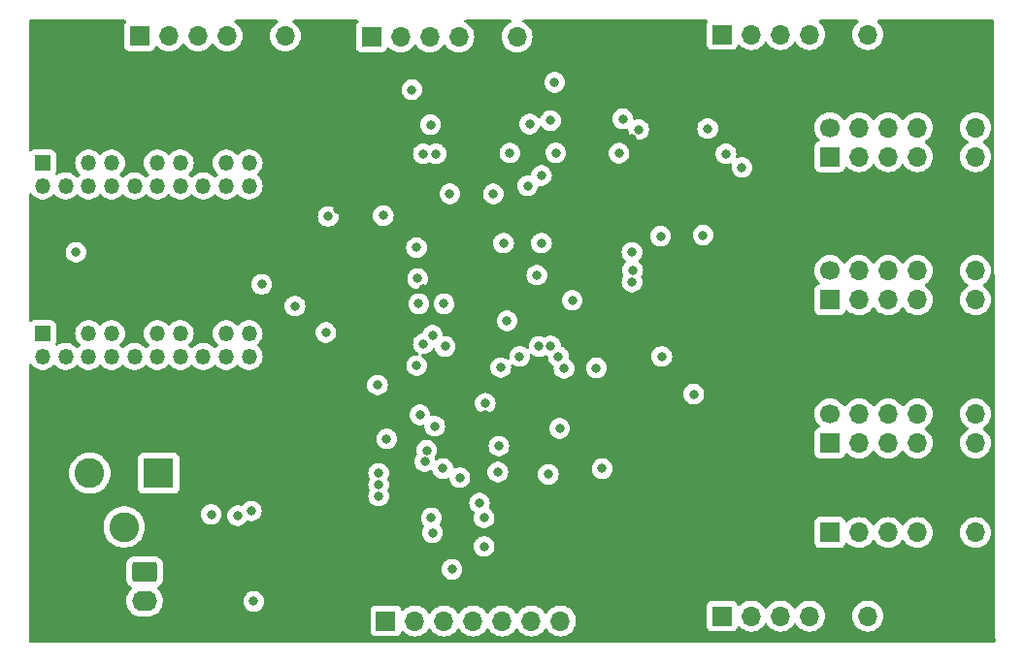
<source format=gbr>
%TF.GenerationSoftware,KiCad,Pcbnew,7.0.0*%
%TF.CreationDate,2023-03-27T16:14:07-06:00*%
%TF.ProjectId,FPGA_2,46504741-5f32-42e6-9b69-6361645f7063,rev?*%
%TF.SameCoordinates,Original*%
%TF.FileFunction,Copper,L2,Inr*%
%TF.FilePolarity,Positive*%
%FSLAX46Y46*%
G04 Gerber Fmt 4.6, Leading zero omitted, Abs format (unit mm)*
G04 Created by KiCad (PCBNEW 7.0.0) date 2023-03-27 16:14:07*
%MOMM*%
%LPD*%
G01*
G04 APERTURE LIST*
G04 Aperture macros list*
%AMRoundRect*
0 Rectangle with rounded corners*
0 $1 Rounding radius*
0 $2 $3 $4 $5 $6 $7 $8 $9 X,Y pos of 4 corners*
0 Add a 4 corners polygon primitive as box body*
4,1,4,$2,$3,$4,$5,$6,$7,$8,$9,$2,$3,0*
0 Add four circle primitives for the rounded corners*
1,1,$1+$1,$2,$3*
1,1,$1+$1,$4,$5*
1,1,$1+$1,$6,$7*
1,1,$1+$1,$8,$9*
0 Add four rect primitives between the rounded corners*
20,1,$1+$1,$2,$3,$4,$5,0*
20,1,$1+$1,$4,$5,$6,$7,0*
20,1,$1+$1,$6,$7,$8,$9,0*
20,1,$1+$1,$8,$9,$2,$3,0*%
G04 Aperture macros list end*
%TA.AperFunction,ComponentPad*%
%ADD10R,2.600000X2.600000*%
%TD*%
%TA.AperFunction,ComponentPad*%
%ADD11C,2.600000*%
%TD*%
%TA.AperFunction,ComponentPad*%
%ADD12R,1.700000X1.700000*%
%TD*%
%TA.AperFunction,ComponentPad*%
%ADD13O,1.700000X1.700000*%
%TD*%
%TA.AperFunction,ComponentPad*%
%ADD14C,1.700000*%
%TD*%
%TA.AperFunction,ComponentPad*%
%ADD15R,1.350000X1.350000*%
%TD*%
%TA.AperFunction,ComponentPad*%
%ADD16O,1.350000X1.350000*%
%TD*%
%TA.AperFunction,ComponentPad*%
%ADD17RoundRect,0.250000X-0.845000X0.620000X-0.845000X-0.620000X0.845000X-0.620000X0.845000X0.620000X0*%
%TD*%
%TA.AperFunction,ComponentPad*%
%ADD18O,2.190000X1.740000*%
%TD*%
%TA.AperFunction,ComponentPad*%
%ADD19C,3.600000*%
%TD*%
%TA.AperFunction,ViaPad*%
%ADD20C,0.800000*%
%TD*%
G04 APERTURE END LIST*
D10*
%TO.N,Net-(J14-Pin_1)*%
%TO.C,J10*%
X64375551Y-138049999D03*
D11*
%TO.N,Net-(J14-Pin_2)*%
X58375552Y-138050000D03*
%TO.N,N/C*%
X61375552Y-142750000D03*
%TD*%
D12*
%TO.N,Net-(J4-Pin_1)*%
%TO.C,J4*%
X122950551Y-110399999D03*
D13*
%TO.N,Net-(J4-Pin_2)*%
X125490551Y-110399999D03*
%TO.N,Net-(J4-Pin_3)*%
X128030551Y-110399999D03*
%TO.N,Net-(J4-Pin_4)*%
X130570551Y-110399999D03*
%TO.N,GND*%
X133110551Y-110399999D03*
%TO.N,/FPGA_B/VCio3D*%
X135650551Y-110399999D03*
D14*
%TO.N,Net-(J4-Pin_7)*%
X122950552Y-107860000D03*
D13*
%TO.N,Net-(J4-Pin_8)*%
X125490551Y-107859999D03*
%TO.N,Net-(J4-Pin_9)*%
X128030551Y-107859999D03*
%TO.N,Net-(J4-Pin_10)*%
X130570551Y-107859999D03*
%TO.N,GND*%
X133110551Y-107859999D03*
%TO.N,/FPGA_B/VCio3D*%
X135650551Y-107859999D03*
%TD*%
D12*
%TO.N,Net-(J11-Pin_1)*%
%TO.C,J11*%
X122950551Y-143224999D03*
D13*
%TO.N,Net-(J11-Pin_2)*%
X125490551Y-143224999D03*
%TO.N,Net-(J11-Pin_3)*%
X128030551Y-143224999D03*
%TO.N,Net-(J11-Pin_4)*%
X130570551Y-143224999D03*
%TO.N,GND*%
X133110551Y-143224999D03*
%TO.N,+3.3V*%
X135650551Y-143224999D03*
%TD*%
D12*
%TO.N,Net-(J9-Pin_1)*%
%TO.C,J9*%
X122950551Y-135399999D03*
D13*
%TO.N,Net-(J9-Pin_2)*%
X125490551Y-135399999D03*
%TO.N,Net-(J9-Pin_3)*%
X128030551Y-135399999D03*
%TO.N,Net-(J9-Pin_4)*%
X130570551Y-135399999D03*
%TO.N,GND*%
X133110551Y-135399999D03*
%TO.N,/FPGA_B/VCio1E*%
X135650551Y-135399999D03*
D14*
%TO.N,Net-(J9-Pin_7)*%
X122950552Y-132860000D03*
D13*
%TO.N,Net-(J9-Pin_8)*%
X125490551Y-132859999D03*
%TO.N,Net-(J9-Pin_9)*%
X128030551Y-132859999D03*
%TO.N,Net-(J9-Pin_10)*%
X130570551Y-132859999D03*
%TO.N,GND*%
X133110551Y-132859999D03*
%TO.N,/FPGA_B/VCio1E*%
X135650551Y-132859999D03*
%TD*%
D15*
%TO.N,Net-(J8-Pin_1)*%
%TO.C,J8*%
X54275551Y-125849999D03*
D16*
%TO.N,Net-(J8-Pin_2)*%
X54275551Y-127849999D03*
%TO.N,GND*%
X56275551Y-125849999D03*
%TO.N,/FPGA_B/TXP00*%
X56275551Y-127849999D03*
%TO.N,/FPGA_B/TXN00*%
X58275551Y-125849999D03*
%TO.N,/FPGA_B/VCio4B*%
X58275551Y-127849999D03*
%TO.N,/FPGA_B/TXN02*%
X60275551Y-125849999D03*
%TO.N,/FPGA_B/TXP02*%
X60275551Y-127849999D03*
%TO.N,GND*%
X62275551Y-125849999D03*
%TO.N,/FPGA_B/TXP04*%
X62275551Y-127849999D03*
%TO.N,/FPGA_B/TXN04*%
X64275551Y-125849999D03*
%TO.N,/FPGA_B/VCio4B*%
X64275551Y-127849999D03*
%TO.N,/FPGA_B/TXN06*%
X66275551Y-125849999D03*
%TO.N,/FPGA_B/TXP06*%
X66275551Y-127849999D03*
%TO.N,GND*%
X68275551Y-125849999D03*
%TO.N,/FPGA_B/TXP09*%
X68275551Y-127849999D03*
%TO.N,/FPGA_B/TXN09*%
X70275551Y-125849999D03*
%TO.N,/FPGA_B/VCio4B*%
X70275551Y-127849999D03*
%TO.N,/FPGA_B/TXN11*%
X72275551Y-125849999D03*
%TO.N,/FPGA_B/TXP11*%
X72275551Y-127849999D03*
%TD*%
D12*
%TO.N,+3.3V*%
%TO.C,J13*%
X84200551Y-150949999D03*
D13*
%TO.N,/FPGA_A/~{CRESET}*%
X86740551Y-150949999D03*
%TO.N,/FPGA_A/CDONE*%
X89280551Y-150949999D03*
%TO.N,/FPGA_A/SPI_SS*%
X91820551Y-150949999D03*
%TO.N,/FPGA_A/SPI_SCLK*%
X94360551Y-150949999D03*
%TO.N,/FPGA_A/SPI_MOSI*%
X96900551Y-150949999D03*
%TO.N,/FPGA_A/SPI_MISO*%
X99440551Y-150949999D03*
%TO.N,GND*%
X101980551Y-150949999D03*
%TD*%
D12*
%TO.N,Net-(J1-Pin_1)*%
%TO.C,J1*%
X113550551Y-99724999D03*
D13*
%TO.N,Net-(J1-Pin_2)*%
X116090551Y-99724999D03*
%TO.N,Net-(J1-Pin_3)*%
X118630551Y-99724999D03*
%TO.N,Net-(J1-Pin_4)*%
X121170551Y-99724999D03*
%TO.N,GND*%
X123710551Y-99724999D03*
%TO.N,/FPGA_B/VCio3D*%
X126250551Y-99724999D03*
%TD*%
D17*
%TO.N,Net-(J14-Pin_1)*%
%TO.C,J14*%
X63155552Y-146680000D03*
D18*
%TO.N,Net-(J14-Pin_2)*%
X63155551Y-149219999D03*
%TD*%
D12*
%TO.N,Net-(J12-Pin_1)*%
%TO.C,J12*%
X113550551Y-150524999D03*
D13*
%TO.N,Net-(J12-Pin_2)*%
X116090551Y-150524999D03*
%TO.N,Net-(J12-Pin_3)*%
X118630551Y-150524999D03*
%TO.N,Net-(J12-Pin_4)*%
X121170551Y-150524999D03*
%TO.N,GND*%
X123710551Y-150524999D03*
%TO.N,+3.3V*%
X126250551Y-150524999D03*
%TD*%
D19*
%TO.N,GND*%
%TO.C,H2*%
X133275552Y-101550000D03*
%TD*%
%TO.N,GND*%
%TO.C,H4*%
X133275552Y-149550000D03*
%TD*%
D12*
%TO.N,/FPGA_A/CTS*%
%TO.C,J2*%
X62735551Y-99849999D03*
D13*
%TO.N,/FPGA_A/TxD*%
X65275551Y-99849999D03*
%TO.N,/FPGA_A/RxD*%
X67815551Y-99849999D03*
%TO.N,/FPGA_A/RTS*%
X70355551Y-99849999D03*
%TO.N,GND*%
X72895551Y-99849999D03*
%TO.N,+3.3V*%
X75435551Y-99849999D03*
%TD*%
D12*
%TO.N,Net-(J3-Pin_1)*%
%TO.C,J3*%
X82950551Y-99924999D03*
D13*
%TO.N,Net-(J3-Pin_2)*%
X85490551Y-99924999D03*
%TO.N,Net-(J3-Pin_3)*%
X88030551Y-99924999D03*
%TO.N,Net-(J3-Pin_4)*%
X90570551Y-99924999D03*
%TO.N,GND*%
X93110551Y-99924999D03*
%TO.N,/FPGA_B/VCio3D*%
X95650551Y-99924999D03*
%TD*%
D19*
%TO.N,GND*%
%TO.C,H3*%
X56275552Y-149550000D03*
%TD*%
D12*
%TO.N,Net-(J7-Pin_1)*%
%TO.C,J7*%
X122950551Y-122899999D03*
D13*
%TO.N,Net-(J7-Pin_2)*%
X125490551Y-122899999D03*
%TO.N,Net-(J7-Pin_3)*%
X128030551Y-122899999D03*
%TO.N,Net-(J7-Pin_4)*%
X130570551Y-122899999D03*
%TO.N,GND*%
X133110551Y-122899999D03*
%TO.N,/FPGA_B/VCio3A*%
X135650551Y-122899999D03*
D14*
%TO.N,Net-(J7-Pin_7)*%
X122950552Y-120360000D03*
D13*
%TO.N,Net-(J7-Pin_8)*%
X125490551Y-120359999D03*
%TO.N,Net-(J7-Pin_9)*%
X128030551Y-120359999D03*
%TO.N,Net-(J7-Pin_10)*%
X130570551Y-120359999D03*
%TO.N,GND*%
X133110551Y-120359999D03*
%TO.N,/FPGA_B/VCio3A*%
X135650551Y-120359999D03*
%TD*%
D19*
%TO.N,GND*%
%TO.C,H1*%
X56275552Y-101550000D03*
%TD*%
D15*
%TO.N,/FPGA_B/RXN00*%
%TO.C,J5*%
X54275551Y-110949999D03*
D16*
%TO.N,/FPGA_B/RXP00*%
X54275551Y-112949999D03*
%TO.N,GND*%
X56275551Y-110949999D03*
%TO.N,/FPGA_B/RXP02*%
X56275551Y-112949999D03*
%TO.N,/FPGA_B/RXN02*%
X58275551Y-110949999D03*
%TO.N,/FPGA_B/VCio4A*%
X58275551Y-112949999D03*
%TO.N,/FPGA_B/RXN03*%
X60275551Y-110949999D03*
%TO.N,/FPGA_B/RXP03*%
X60275551Y-112949999D03*
%TO.N,GND*%
X62275551Y-110949999D03*
%TO.N,/FPGA_B/RXP07*%
X62275551Y-112949999D03*
%TO.N,/FPGA_B/RXN07*%
X64275551Y-110949999D03*
%TO.N,/FPGA_B/VCio4A*%
X64275551Y-112949999D03*
%TO.N,/FPGA_B/RXN10*%
X66275551Y-110949999D03*
%TO.N,/FPGA_B/RXP10*%
X66275551Y-112949999D03*
%TO.N,GND*%
X68275551Y-110949999D03*
%TO.N,/FPGA_B/RXP12*%
X68275551Y-112949999D03*
%TO.N,/FPGA_B/RXN12*%
X70275551Y-110949999D03*
%TO.N,/FPGA_B/VCio4A*%
X70275551Y-112949999D03*
%TO.N,/FPGA_B/CLKN0*%
X72275551Y-110949999D03*
%TO.N,/FPGA_B/CLKP0*%
X72275551Y-112949999D03*
%TD*%
D20*
%TO.N,/FPGA_A/VCCIO1B*%
X95875552Y-127850000D03*
%TO.N,+3.3V*%
X78975552Y-125750000D03*
X79175552Y-115625499D03*
X76275552Y-123450000D03*
X84275552Y-135050000D03*
X57175552Y-118750000D03*
X95019607Y-110078530D03*
X112275552Y-107950000D03*
X97375552Y-120750000D03*
X86475552Y-104550000D03*
X99366006Y-134150000D03*
X92375552Y-140650000D03*
X111063052Y-131137500D03*
X100463459Y-122948519D03*
X89275552Y-123250000D03*
X73375552Y-121550000D03*
X94775552Y-124750000D03*
X98932245Y-103906693D03*
X92875552Y-131950000D03*
X87175552Y-132950000D03*
X111875552Y-117250000D03*
X93975552Y-137950000D03*
%TO.N,Net-(J14-Pin_1)*%
X71275552Y-141750000D03*
%TO.N,GND*%
X79975552Y-114974501D03*
X87075552Y-125050000D03*
X119375552Y-148550000D03*
X111475552Y-99050000D03*
X108475552Y-122450000D03*
X82175552Y-121750000D03*
X96775552Y-122250000D03*
X105675552Y-144250000D03*
X87435997Y-121937128D03*
X74775552Y-135650000D03*
X102175552Y-141350000D03*
X91775552Y-125150000D03*
X82075552Y-108250000D03*
X83775552Y-147750000D03*
X70375552Y-120750000D03*
X97775552Y-110350000D03*
X105675552Y-130850000D03*
X112875552Y-129450000D03*
X87575552Y-114250000D03*
X105575552Y-116350000D03*
X92175552Y-138950000D03*
X110750552Y-119650000D03*
X87675552Y-146850000D03*
X103275552Y-131650000D03*
X103045852Y-110089600D03*
X102375552Y-123850000D03*
X84875552Y-103850000D03*
X85475552Y-129350000D03*
X97042445Y-103616893D03*
X101265506Y-134073740D03*
X89675552Y-118350000D03*
X119075552Y-104050000D03*
X102675552Y-119650000D03*
X101075552Y-103750000D03*
X98275552Y-135150000D03*
X92875552Y-132950000D03*
X95075552Y-112450000D03*
X105675552Y-108850000D03*
X99100000Y-114500000D03*
X78475552Y-121150000D03*
%TO.N,/FPGA_B/VCCIO3B*%
X98575552Y-107250000D03*
%TO.N,/FPGA_A/VCVIO1C*%
X103075552Y-137650000D03*
X98375552Y-138150000D03*
X99750052Y-128905989D03*
%TO.N,Net-(J14-Pin_2)*%
X68975552Y-141650000D03*
X72675552Y-149250000D03*
X72475552Y-141350000D03*
%TO.N,/FPGA_A/SPI_DQ3*%
X88275552Y-143250000D03*
X90663503Y-138437451D03*
X94069001Y-135681150D03*
%TO.N,/FPGA_A/SPI_DQ2*%
X92775552Y-141950000D03*
%TO.N,/FPGA_A/~{CRESET}*%
X83475552Y-130350000D03*
%TO.N,Net-(D101-A)*%
X83575552Y-139050000D03*
X83575552Y-140050000D03*
X83575552Y-138050000D03*
%TO.N,/FPGA_B/VCio4A*%
X83975552Y-115550000D03*
%TO.N,/FPGA_B/VCio1E*%
X108275552Y-127850000D03*
%TO.N,/FPGA_B/VCio3A*%
X108175552Y-117350000D03*
%TO.N,/FPGA_B/VCio3D*%
X96575552Y-112950000D03*
X96750052Y-107550000D03*
%TO.N,+1V2*%
X94475552Y-117950000D03*
X105675552Y-121350000D03*
X99250052Y-127850000D03*
X86875552Y-118350000D03*
X99025354Y-110073923D03*
X104545852Y-110089600D03*
X105735952Y-120320300D03*
X97775552Y-117950000D03*
X94227481Y-128820694D03*
X93575552Y-113650000D03*
X89775552Y-113650000D03*
X87075552Y-123250000D03*
X87475552Y-110150000D03*
X105675552Y-118750000D03*
%TO.N,Net-(D1-K)*%
X104875552Y-107100500D03*
%TO.N,Net-(D2-K)*%
X106256501Y-108036671D03*
%TO.N,Net-(D3-K)*%
X97775552Y-112050000D03*
%TO.N,/FPGA_A/SPI_SS*%
X87600052Y-137033972D03*
%TO.N,/FPGA_A/CDONE*%
X88475552Y-133950000D03*
%TO.N,/FPGA_A/SPI_SCLK*%
X89175552Y-137650000D03*
%TO.N,/FPGA_A/SPI_MOSI*%
X92775552Y-144450000D03*
%TO.N,/FPGA_A/SPI_MISO*%
X88175552Y-141950000D03*
X89975552Y-146450000D03*
%TO.N,Net-(D4-K)*%
X102575552Y-128850000D03*
%TO.N,/FPGA_B/VCio4B*%
X86975552Y-121050000D03*
%TO.N,/FPGA_A/TMS*%
X88275552Y-126021101D03*
%TO.N,/FPGA_A/TCK*%
X87475552Y-126745601D03*
%TO.N,Net-(U101H-GPIOR_158_TEST_N)*%
X88113253Y-107612299D03*
%TO.N,Net-(U101H-GPIOR_157_PLLIN)*%
X88575552Y-110150000D03*
%TO.N,Net-(U101B-GPIOL_24_CLK0)*%
X97575552Y-126975305D03*
%TO.N,Net-(U101B-GPIOL_25_CLK1)*%
X98575552Y-126950000D03*
%TO.N,Net-(U101A-GPIOL_04_CSI)*%
X87775552Y-136050000D03*
%TO.N,/FPGA_A/TDI*%
X86888717Y-128656034D03*
%TO.N,/FPGA_A/TDO*%
X89368751Y-126977805D03*
%TO.N,Net-(J11-Pin_3)*%
X113875552Y-110150000D03*
%TO.N,Net-(J11-Pin_4)*%
X115275552Y-111350000D03*
%TD*%
%TA.AperFunction,Conductor*%
%TO.N,GND*%
G36*
X61489147Y-98469005D02*
G01*
X61534864Y-98518996D01*
X61547486Y-98585553D01*
X61523247Y-98648811D01*
X61447071Y-98750568D01*
X61447068Y-98750572D01*
X61441756Y-98757669D01*
X61438656Y-98765978D01*
X61438656Y-98765980D01*
X61394172Y-98885247D01*
X61394171Y-98885250D01*
X61391461Y-98892517D01*
X61390631Y-98900227D01*
X61390631Y-98900232D01*
X61385407Y-98948819D01*
X61385406Y-98948831D01*
X61385052Y-98952127D01*
X61385052Y-98955448D01*
X61385052Y-98955449D01*
X61385052Y-100744560D01*
X61385052Y-100744578D01*
X61385053Y-100747872D01*
X61385405Y-100751150D01*
X61385406Y-100751161D01*
X61390631Y-100799768D01*
X61390632Y-100799773D01*
X61391461Y-100807483D01*
X61394171Y-100814749D01*
X61394172Y-100814753D01*
X61419434Y-100882483D01*
X61441756Y-100942331D01*
X61447070Y-100949430D01*
X61447071Y-100949431D01*
X61502919Y-101024035D01*
X61528006Y-101057546D01*
X61643221Y-101143796D01*
X61778069Y-101194091D01*
X61837679Y-101200500D01*
X63633424Y-101200499D01*
X63693035Y-101194091D01*
X63827883Y-101143796D01*
X63943098Y-101057546D01*
X64029348Y-100942331D01*
X64078362Y-100810916D01*
X64113341Y-100760537D01*
X64168186Y-100733084D01*
X64229479Y-100735273D01*
X64282225Y-100766569D01*
X64404151Y-100888495D01*
X64408583Y-100891598D01*
X64408585Y-100891600D01*
X64505789Y-100959663D01*
X64597722Y-101024035D01*
X64811889Y-101123903D01*
X64817119Y-101125304D01*
X64817121Y-101125305D01*
X64859171Y-101136572D01*
X65040144Y-101185063D01*
X65275552Y-101205659D01*
X65510960Y-101185063D01*
X65739215Y-101123903D01*
X65953382Y-101024035D01*
X66146953Y-100888495D01*
X66314047Y-100721401D01*
X66393393Y-100608084D01*
X66443977Y-100535842D01*
X66488295Y-100496976D01*
X66545552Y-100482965D01*
X66602809Y-100496976D01*
X66647127Y-100535842D01*
X66773947Y-100716961D01*
X66773953Y-100716968D01*
X66777057Y-100721401D01*
X66944151Y-100888495D01*
X66948583Y-100891598D01*
X66948585Y-100891600D01*
X67045789Y-100959663D01*
X67137722Y-101024035D01*
X67351889Y-101123903D01*
X67357119Y-101125304D01*
X67357121Y-101125305D01*
X67399171Y-101136572D01*
X67580144Y-101185063D01*
X67815552Y-101205659D01*
X68050960Y-101185063D01*
X68279215Y-101123903D01*
X68493382Y-101024035D01*
X68686953Y-100888495D01*
X68854047Y-100721401D01*
X68933393Y-100608084D01*
X68983977Y-100535842D01*
X69028295Y-100496976D01*
X69085552Y-100482965D01*
X69142809Y-100496976D01*
X69187127Y-100535842D01*
X69313947Y-100716961D01*
X69313953Y-100716968D01*
X69317057Y-100721401D01*
X69484151Y-100888495D01*
X69488583Y-100891598D01*
X69488585Y-100891600D01*
X69585789Y-100959663D01*
X69677722Y-101024035D01*
X69891889Y-101123903D01*
X69897119Y-101125304D01*
X69897121Y-101125305D01*
X69939171Y-101136572D01*
X70120144Y-101185063D01*
X70355552Y-101205659D01*
X70590960Y-101185063D01*
X70819215Y-101123903D01*
X71033382Y-101024035D01*
X71226953Y-100888495D01*
X71394047Y-100721401D01*
X71529587Y-100527830D01*
X71629455Y-100313663D01*
X71690615Y-100085408D01*
X71711211Y-99850000D01*
X71690615Y-99614592D01*
X71629455Y-99386337D01*
X71529587Y-99172171D01*
X71394047Y-98978599D01*
X71226953Y-98811505D01*
X71222520Y-98808401D01*
X71222513Y-98808395D01*
X71033540Y-98676075D01*
X70993213Y-98628858D01*
X70980833Y-98568010D01*
X70999505Y-98508790D01*
X71044547Y-98466047D01*
X71104663Y-98450500D01*
X74686443Y-98450500D01*
X74746559Y-98466047D01*
X74791601Y-98508790D01*
X74810273Y-98568011D01*
X74797893Y-98628858D01*
X74757566Y-98676074D01*
X74747109Y-98683397D01*
X74568586Y-98808399D01*
X74568581Y-98808402D01*
X74564151Y-98811505D01*
X74560327Y-98815328D01*
X74560321Y-98815334D01*
X74400886Y-98974769D01*
X74400880Y-98974775D01*
X74397057Y-98978599D01*
X74393954Y-98983029D01*
X74393951Y-98983034D01*
X74264625Y-99167731D01*
X74264620Y-99167738D01*
X74261517Y-99172171D01*
X74259229Y-99177077D01*
X74259227Y-99177081D01*
X74163938Y-99381427D01*
X74163935Y-99381432D01*
X74161649Y-99386337D01*
X74160250Y-99391557D01*
X74160246Y-99391569D01*
X74101889Y-99609365D01*
X74101887Y-99609371D01*
X74100489Y-99614592D01*
X74100017Y-99619977D01*
X74100017Y-99619982D01*
X74091301Y-99719605D01*
X74079893Y-99850000D01*
X74100489Y-100085408D01*
X74101888Y-100090630D01*
X74101889Y-100090634D01*
X74160246Y-100308430D01*
X74160249Y-100308438D01*
X74161649Y-100313663D01*
X74163937Y-100318570D01*
X74163938Y-100318572D01*
X74259230Y-100522927D01*
X74259233Y-100522933D01*
X74261517Y-100527830D01*
X74264616Y-100532257D01*
X74264618Y-100532259D01*
X74393951Y-100716966D01*
X74393954Y-100716970D01*
X74397057Y-100721401D01*
X74564151Y-100888495D01*
X74568583Y-100891598D01*
X74568585Y-100891600D01*
X74665789Y-100959663D01*
X74757722Y-101024035D01*
X74971889Y-101123903D01*
X74977119Y-101125304D01*
X74977121Y-101125305D01*
X75019171Y-101136572D01*
X75200144Y-101185063D01*
X75435552Y-101205659D01*
X75670960Y-101185063D01*
X75899215Y-101123903D01*
X76113382Y-101024035D01*
X76306953Y-100888495D01*
X76474047Y-100721401D01*
X76609587Y-100527830D01*
X76709455Y-100313663D01*
X76770615Y-100085408D01*
X76791211Y-99850000D01*
X76770615Y-99614592D01*
X76709455Y-99386337D01*
X76609587Y-99172171D01*
X76474047Y-98978599D01*
X76306953Y-98811505D01*
X76302520Y-98808401D01*
X76302513Y-98808395D01*
X76113540Y-98676075D01*
X76073213Y-98628858D01*
X76060833Y-98568010D01*
X76079505Y-98508790D01*
X76124547Y-98466047D01*
X76184663Y-98450500D01*
X81727053Y-98450500D01*
X81786480Y-98465668D01*
X81831368Y-98507460D01*
X81850737Y-98565653D01*
X81839848Y-98626011D01*
X81801364Y-98673767D01*
X81750102Y-98712141D01*
X81750098Y-98712144D01*
X81743006Y-98717454D01*
X81737696Y-98724546D01*
X81737693Y-98724550D01*
X81662071Y-98825568D01*
X81662068Y-98825572D01*
X81656756Y-98832669D01*
X81653656Y-98840978D01*
X81653656Y-98840980D01*
X81609172Y-98960247D01*
X81609171Y-98960250D01*
X81606461Y-98967517D01*
X81605631Y-98975227D01*
X81605631Y-98975232D01*
X81600407Y-99023819D01*
X81600406Y-99023831D01*
X81600052Y-99027127D01*
X81600052Y-99030448D01*
X81600052Y-99030449D01*
X81600052Y-100819560D01*
X81600052Y-100819578D01*
X81600053Y-100822872D01*
X81600405Y-100826150D01*
X81600406Y-100826161D01*
X81605631Y-100874768D01*
X81605632Y-100874773D01*
X81606461Y-100882483D01*
X81609171Y-100889749D01*
X81609172Y-100889753D01*
X81628783Y-100942331D01*
X81656756Y-101017331D01*
X81662070Y-101024430D01*
X81662071Y-101024431D01*
X81734821Y-101121613D01*
X81743006Y-101132546D01*
X81858221Y-101218796D01*
X81993069Y-101269091D01*
X82052679Y-101275500D01*
X83848424Y-101275499D01*
X83908035Y-101269091D01*
X84042883Y-101218796D01*
X84158098Y-101132546D01*
X84244348Y-101017331D01*
X84293362Y-100885916D01*
X84328341Y-100835537D01*
X84383186Y-100808084D01*
X84444479Y-100810273D01*
X84497225Y-100841569D01*
X84619151Y-100963495D01*
X84623583Y-100966598D01*
X84623585Y-100966600D01*
X84708876Y-101026321D01*
X84812722Y-101099035D01*
X84817622Y-101101320D01*
X84817624Y-101101321D01*
X84866051Y-101123903D01*
X85026889Y-101198903D01*
X85255144Y-101260063D01*
X85490552Y-101280659D01*
X85725960Y-101260063D01*
X85954215Y-101198903D01*
X86168382Y-101099035D01*
X86361953Y-100963495D01*
X86529047Y-100796401D01*
X86658978Y-100610839D01*
X86703294Y-100571976D01*
X86760551Y-100557965D01*
X86817808Y-100571976D01*
X86862126Y-100610841D01*
X86988951Y-100791966D01*
X86988954Y-100791970D01*
X86992057Y-100796401D01*
X87159151Y-100963495D01*
X87163583Y-100966598D01*
X87163585Y-100966600D01*
X87248876Y-101026321D01*
X87352722Y-101099035D01*
X87357622Y-101101320D01*
X87357624Y-101101321D01*
X87406051Y-101123903D01*
X87566889Y-101198903D01*
X87795144Y-101260063D01*
X88030552Y-101280659D01*
X88265960Y-101260063D01*
X88494215Y-101198903D01*
X88708382Y-101099035D01*
X88901953Y-100963495D01*
X89069047Y-100796401D01*
X89198978Y-100610839D01*
X89243294Y-100571976D01*
X89300551Y-100557965D01*
X89357808Y-100571976D01*
X89402126Y-100610841D01*
X89528951Y-100791966D01*
X89528954Y-100791970D01*
X89532057Y-100796401D01*
X89699151Y-100963495D01*
X89703583Y-100966598D01*
X89703585Y-100966600D01*
X89788876Y-101026321D01*
X89892722Y-101099035D01*
X89897622Y-101101320D01*
X89897624Y-101101321D01*
X89946051Y-101123903D01*
X90106889Y-101198903D01*
X90335144Y-101260063D01*
X90570552Y-101280659D01*
X90805960Y-101260063D01*
X91034215Y-101198903D01*
X91248382Y-101099035D01*
X91441953Y-100963495D01*
X91609047Y-100796401D01*
X91744587Y-100602830D01*
X91844455Y-100388663D01*
X91905615Y-100160408D01*
X91926211Y-99925000D01*
X91905615Y-99689592D01*
X91844455Y-99461337D01*
X91744587Y-99247171D01*
X91609047Y-99053599D01*
X91441953Y-98886505D01*
X91437522Y-98883402D01*
X91437518Y-98883399D01*
X91252811Y-98754066D01*
X91252809Y-98754064D01*
X91248382Y-98750965D01*
X91243485Y-98748681D01*
X91243479Y-98748678D01*
X91110956Y-98686882D01*
X91060560Y-98643840D01*
X91039531Y-98580990D01*
X91053876Y-98516285D01*
X91099496Y-98468211D01*
X91163361Y-98450500D01*
X95057743Y-98450500D01*
X95121608Y-98468211D01*
X95167228Y-98516285D01*
X95181573Y-98580989D01*
X95160544Y-98643840D01*
X95110148Y-98686882D01*
X94977633Y-98748674D01*
X94977620Y-98748681D01*
X94972723Y-98750965D01*
X94968290Y-98754068D01*
X94968283Y-98754073D01*
X94783586Y-98883399D01*
X94783581Y-98883402D01*
X94779151Y-98886505D01*
X94775327Y-98890328D01*
X94775321Y-98890334D01*
X94615886Y-99049769D01*
X94615880Y-99049775D01*
X94612057Y-99053599D01*
X94608954Y-99058029D01*
X94608951Y-99058034D01*
X94479625Y-99242731D01*
X94479620Y-99242738D01*
X94476517Y-99247171D01*
X94474229Y-99252077D01*
X94474227Y-99252081D01*
X94378938Y-99456427D01*
X94378935Y-99456432D01*
X94376649Y-99461337D01*
X94375250Y-99466557D01*
X94375246Y-99466569D01*
X94316889Y-99684365D01*
X94316887Y-99684371D01*
X94315489Y-99689592D01*
X94294893Y-99925000D01*
X94295365Y-99930395D01*
X94308455Y-100080017D01*
X94315489Y-100160408D01*
X94316888Y-100165630D01*
X94316889Y-100165634D01*
X94375246Y-100383430D01*
X94375249Y-100383438D01*
X94376649Y-100388663D01*
X94378937Y-100393570D01*
X94378938Y-100393572D01*
X94474230Y-100597927D01*
X94474233Y-100597933D01*
X94476517Y-100602830D01*
X94479616Y-100607257D01*
X94479618Y-100607259D01*
X94608951Y-100791966D01*
X94608954Y-100791970D01*
X94612057Y-100796401D01*
X94779151Y-100963495D01*
X94783583Y-100966598D01*
X94783585Y-100966600D01*
X94868876Y-101026321D01*
X94972722Y-101099035D01*
X94977622Y-101101320D01*
X94977624Y-101101321D01*
X95026051Y-101123903D01*
X95186889Y-101198903D01*
X95415144Y-101260063D01*
X95650552Y-101280659D01*
X95885960Y-101260063D01*
X96114215Y-101198903D01*
X96328382Y-101099035D01*
X96521953Y-100963495D01*
X96689047Y-100796401D01*
X96824587Y-100602830D01*
X96924455Y-100388663D01*
X96985615Y-100160408D01*
X97006211Y-99925000D01*
X96985615Y-99689592D01*
X96924455Y-99461337D01*
X96824587Y-99247171D01*
X96689047Y-99053599D01*
X96521953Y-98886505D01*
X96517522Y-98883402D01*
X96517518Y-98883399D01*
X96332811Y-98754066D01*
X96332809Y-98754064D01*
X96328382Y-98750965D01*
X96323485Y-98748681D01*
X96323479Y-98748678D01*
X96190956Y-98686882D01*
X96140560Y-98643840D01*
X96119531Y-98580990D01*
X96133876Y-98516285D01*
X96179496Y-98468211D01*
X96243361Y-98450500D01*
X112148675Y-98450500D01*
X112210035Y-98466746D01*
X112255317Y-98511226D01*
X112272655Y-98572286D01*
X112258333Y-98630561D01*
X112256756Y-98632669D01*
X112253659Y-98640971D01*
X112253658Y-98640974D01*
X112209172Y-98760247D01*
X112209171Y-98760250D01*
X112206461Y-98767517D01*
X112205631Y-98775227D01*
X112205631Y-98775232D01*
X112200407Y-98823819D01*
X112200406Y-98823831D01*
X112200052Y-98827127D01*
X112200052Y-98830448D01*
X112200052Y-98830449D01*
X112200052Y-100619560D01*
X112200052Y-100619578D01*
X112200053Y-100622872D01*
X112200405Y-100626150D01*
X112200406Y-100626161D01*
X112205631Y-100674768D01*
X112205632Y-100674773D01*
X112206461Y-100682483D01*
X112209171Y-100689749D01*
X112209172Y-100689753D01*
X112219320Y-100716961D01*
X112256756Y-100817331D01*
X112262070Y-100824430D01*
X112262071Y-100824431D01*
X112317919Y-100899035D01*
X112343006Y-100932546D01*
X112458221Y-101018796D01*
X112593069Y-101069091D01*
X112652679Y-101075500D01*
X114448424Y-101075499D01*
X114508035Y-101069091D01*
X114642883Y-101018796D01*
X114758098Y-100932546D01*
X114844348Y-100817331D01*
X114893362Y-100685916D01*
X114928341Y-100635537D01*
X114983186Y-100608084D01*
X115044479Y-100610273D01*
X115097225Y-100641569D01*
X115219151Y-100763495D01*
X115223583Y-100766598D01*
X115223585Y-100766600D01*
X115330652Y-100841569D01*
X115412722Y-100899035D01*
X115626889Y-100998903D01*
X115855144Y-101060063D01*
X116090552Y-101080659D01*
X116325960Y-101060063D01*
X116554215Y-100998903D01*
X116768382Y-100899035D01*
X116961953Y-100763495D01*
X117129047Y-100596401D01*
X117258978Y-100410839D01*
X117303294Y-100371976D01*
X117360551Y-100357965D01*
X117417808Y-100371976D01*
X117462126Y-100410841D01*
X117588951Y-100591966D01*
X117588954Y-100591970D01*
X117592057Y-100596401D01*
X117759151Y-100763495D01*
X117763583Y-100766598D01*
X117763585Y-100766600D01*
X117870652Y-100841569D01*
X117952722Y-100899035D01*
X118166889Y-100998903D01*
X118395144Y-101060063D01*
X118630552Y-101080659D01*
X118865960Y-101060063D01*
X119094215Y-100998903D01*
X119308382Y-100899035D01*
X119501953Y-100763495D01*
X119669047Y-100596401D01*
X119798978Y-100410839D01*
X119843294Y-100371976D01*
X119900551Y-100357965D01*
X119957808Y-100371976D01*
X120002126Y-100410841D01*
X120128951Y-100591966D01*
X120128954Y-100591970D01*
X120132057Y-100596401D01*
X120299151Y-100763495D01*
X120303583Y-100766598D01*
X120303585Y-100766600D01*
X120410652Y-100841569D01*
X120492722Y-100899035D01*
X120706889Y-100998903D01*
X120935144Y-101060063D01*
X121170552Y-101080659D01*
X121405960Y-101060063D01*
X121634215Y-100998903D01*
X121848382Y-100899035D01*
X122041953Y-100763495D01*
X122209047Y-100596401D01*
X122344587Y-100402830D01*
X122444455Y-100188663D01*
X122505615Y-99960408D01*
X122526211Y-99725000D01*
X122505615Y-99489592D01*
X122449546Y-99280337D01*
X122445857Y-99266569D01*
X122445856Y-99266567D01*
X122444455Y-99261337D01*
X122344587Y-99047171D01*
X122209047Y-98853599D01*
X122041953Y-98686505D01*
X122037524Y-98683404D01*
X122037516Y-98683397D01*
X122027059Y-98676076D01*
X121986731Y-98628859D01*
X121974351Y-98568011D01*
X121993023Y-98508791D01*
X122038064Y-98466047D01*
X122098181Y-98450500D01*
X125322924Y-98450500D01*
X125383041Y-98466047D01*
X125428082Y-98508791D01*
X125446754Y-98568011D01*
X125434374Y-98628859D01*
X125394047Y-98676074D01*
X125389430Y-98679306D01*
X125383583Y-98683401D01*
X125383578Y-98683405D01*
X125379151Y-98686505D01*
X125375327Y-98690328D01*
X125375321Y-98690334D01*
X125215886Y-98849769D01*
X125215880Y-98849775D01*
X125212057Y-98853599D01*
X125208954Y-98858029D01*
X125208951Y-98858034D01*
X125079625Y-99042731D01*
X125079620Y-99042738D01*
X125076517Y-99047171D01*
X125074229Y-99052077D01*
X125074227Y-99052081D01*
X124978938Y-99256427D01*
X124978935Y-99256432D01*
X124976649Y-99261337D01*
X124975250Y-99266557D01*
X124975246Y-99266569D01*
X124916889Y-99484365D01*
X124916887Y-99484371D01*
X124915489Y-99489592D01*
X124915017Y-99494977D01*
X124915017Y-99494982D01*
X124904081Y-99619982D01*
X124894893Y-99725000D01*
X124915489Y-99960408D01*
X124916888Y-99965630D01*
X124916889Y-99965634D01*
X124975246Y-100183430D01*
X124975249Y-100183438D01*
X124976649Y-100188663D01*
X124978937Y-100193570D01*
X124978938Y-100193572D01*
X125074230Y-100397927D01*
X125074233Y-100397933D01*
X125076517Y-100402830D01*
X125079616Y-100407257D01*
X125079618Y-100407259D01*
X125208951Y-100591966D01*
X125208954Y-100591970D01*
X125212057Y-100596401D01*
X125379151Y-100763495D01*
X125383583Y-100766598D01*
X125383585Y-100766600D01*
X125490652Y-100841569D01*
X125572722Y-100899035D01*
X125786889Y-100998903D01*
X126015144Y-101060063D01*
X126250552Y-101080659D01*
X126485960Y-101060063D01*
X126714215Y-100998903D01*
X126928382Y-100899035D01*
X127121953Y-100763495D01*
X127289047Y-100596401D01*
X127424587Y-100402830D01*
X127524455Y-100188663D01*
X127585615Y-99960408D01*
X127606211Y-99725000D01*
X127585615Y-99489592D01*
X127529546Y-99280337D01*
X127525857Y-99266569D01*
X127525856Y-99266567D01*
X127524455Y-99261337D01*
X127424587Y-99047171D01*
X127289047Y-98853599D01*
X127121953Y-98686505D01*
X127117524Y-98683404D01*
X127117516Y-98683397D01*
X127107059Y-98676076D01*
X127066731Y-98628859D01*
X127054351Y-98568011D01*
X127073023Y-98508791D01*
X127118064Y-98466047D01*
X127178181Y-98450500D01*
X137152001Y-98450500D01*
X137213936Y-98467075D01*
X137259313Y-98512370D01*
X137276001Y-98574275D01*
X137355305Y-142349769D01*
X137373303Y-152285063D01*
X137374101Y-152725275D01*
X137357563Y-152787370D01*
X137312166Y-152832850D01*
X137250101Y-152849500D01*
X53200052Y-152849500D01*
X53138052Y-152832887D01*
X53092665Y-152787500D01*
X53076052Y-152725500D01*
X53076052Y-151844578D01*
X82850052Y-151844578D01*
X82850053Y-151847872D01*
X82850405Y-151851150D01*
X82850406Y-151851161D01*
X82855631Y-151899768D01*
X82855632Y-151899773D01*
X82856461Y-151907483D01*
X82859171Y-151914749D01*
X82859172Y-151914753D01*
X82885247Y-151984663D01*
X82906756Y-152042331D01*
X82912070Y-152049430D01*
X82912071Y-152049431D01*
X82967919Y-152124035D01*
X82993006Y-152157546D01*
X83108221Y-152243796D01*
X83243069Y-152294091D01*
X83302679Y-152300500D01*
X85098424Y-152300499D01*
X85158035Y-152294091D01*
X85292883Y-152243796D01*
X85408098Y-152157546D01*
X85494348Y-152042331D01*
X85543362Y-151910916D01*
X85578341Y-151860537D01*
X85633186Y-151833084D01*
X85694479Y-151835273D01*
X85747225Y-151866569D01*
X85869151Y-151988495D01*
X85873583Y-151991598D01*
X85873585Y-151991600D01*
X86017812Y-152092589D01*
X86062722Y-152124035D01*
X86276889Y-152223903D01*
X86505144Y-152285063D01*
X86740552Y-152305659D01*
X86975960Y-152285063D01*
X87204215Y-152223903D01*
X87418382Y-152124035D01*
X87611953Y-151988495D01*
X87779047Y-151821401D01*
X87908978Y-151635839D01*
X87953294Y-151596976D01*
X88010551Y-151582965D01*
X88067808Y-151596976D01*
X88112126Y-151635841D01*
X88238951Y-151816966D01*
X88238954Y-151816970D01*
X88242057Y-151821401D01*
X88409151Y-151988495D01*
X88413583Y-151991598D01*
X88413585Y-151991600D01*
X88557812Y-152092589D01*
X88602722Y-152124035D01*
X88816889Y-152223903D01*
X89045144Y-152285063D01*
X89280552Y-152305659D01*
X89515960Y-152285063D01*
X89744215Y-152223903D01*
X89958382Y-152124035D01*
X90151953Y-151988495D01*
X90319047Y-151821401D01*
X90448978Y-151635839D01*
X90493294Y-151596976D01*
X90550551Y-151582965D01*
X90607808Y-151596976D01*
X90652126Y-151635841D01*
X90778951Y-151816966D01*
X90778954Y-151816970D01*
X90782057Y-151821401D01*
X90949151Y-151988495D01*
X90953583Y-151991598D01*
X90953585Y-151991600D01*
X91097812Y-152092589D01*
X91142722Y-152124035D01*
X91356889Y-152223903D01*
X91585144Y-152285063D01*
X91820552Y-152305659D01*
X92055960Y-152285063D01*
X92284215Y-152223903D01*
X92498382Y-152124035D01*
X92691953Y-151988495D01*
X92859047Y-151821401D01*
X92988978Y-151635839D01*
X93033294Y-151596976D01*
X93090551Y-151582965D01*
X93147808Y-151596976D01*
X93192126Y-151635841D01*
X93318951Y-151816966D01*
X93318954Y-151816970D01*
X93322057Y-151821401D01*
X93489151Y-151988495D01*
X93493583Y-151991598D01*
X93493585Y-151991600D01*
X93637812Y-152092589D01*
X93682722Y-152124035D01*
X93896889Y-152223903D01*
X94125144Y-152285063D01*
X94360552Y-152305659D01*
X94595960Y-152285063D01*
X94824215Y-152223903D01*
X95038382Y-152124035D01*
X95231953Y-151988495D01*
X95399047Y-151821401D01*
X95528978Y-151635839D01*
X95573294Y-151596976D01*
X95630551Y-151582965D01*
X95687808Y-151596976D01*
X95732126Y-151635841D01*
X95858951Y-151816966D01*
X95858954Y-151816970D01*
X95862057Y-151821401D01*
X96029151Y-151988495D01*
X96033583Y-151991598D01*
X96033585Y-151991600D01*
X96177812Y-152092589D01*
X96222722Y-152124035D01*
X96436889Y-152223903D01*
X96665144Y-152285063D01*
X96900552Y-152305659D01*
X97135960Y-152285063D01*
X97364215Y-152223903D01*
X97578382Y-152124035D01*
X97771953Y-151988495D01*
X97939047Y-151821401D01*
X98068978Y-151635839D01*
X98113294Y-151596976D01*
X98170551Y-151582965D01*
X98227808Y-151596976D01*
X98272126Y-151635841D01*
X98398951Y-151816966D01*
X98398954Y-151816970D01*
X98402057Y-151821401D01*
X98569151Y-151988495D01*
X98573583Y-151991598D01*
X98573585Y-151991600D01*
X98717812Y-152092589D01*
X98762722Y-152124035D01*
X98976889Y-152223903D01*
X99205144Y-152285063D01*
X99440552Y-152305659D01*
X99675960Y-152285063D01*
X99904215Y-152223903D01*
X100118382Y-152124035D01*
X100311953Y-151988495D01*
X100479047Y-151821401D01*
X100614587Y-151627830D01*
X100711697Y-151419578D01*
X112200052Y-151419578D01*
X112200053Y-151422872D01*
X112200405Y-151426150D01*
X112200406Y-151426161D01*
X112205631Y-151474768D01*
X112205632Y-151474773D01*
X112206461Y-151482483D01*
X112209171Y-151489749D01*
X112209172Y-151489753D01*
X112235247Y-151559663D01*
X112256756Y-151617331D01*
X112262070Y-151624430D01*
X112262071Y-151624431D01*
X112317919Y-151699035D01*
X112343006Y-151732546D01*
X112458221Y-151818796D01*
X112593069Y-151869091D01*
X112652679Y-151875500D01*
X114448424Y-151875499D01*
X114508035Y-151869091D01*
X114642883Y-151818796D01*
X114758098Y-151732546D01*
X114844348Y-151617331D01*
X114893362Y-151485916D01*
X114928341Y-151435537D01*
X114983186Y-151408084D01*
X115044479Y-151410273D01*
X115097225Y-151441569D01*
X115219151Y-151563495D01*
X115223583Y-151566598D01*
X115223585Y-151566600D01*
X115311031Y-151627830D01*
X115412722Y-151699035D01*
X115626889Y-151798903D01*
X115855144Y-151860063D01*
X116090552Y-151880659D01*
X116325960Y-151860063D01*
X116554215Y-151798903D01*
X116768382Y-151699035D01*
X116961953Y-151563495D01*
X117129047Y-151396401D01*
X117258976Y-151210842D01*
X117303295Y-151171976D01*
X117360552Y-151157965D01*
X117417809Y-151171976D01*
X117462127Y-151210842D01*
X117588947Y-151391961D01*
X117588953Y-151391968D01*
X117592057Y-151396401D01*
X117759151Y-151563495D01*
X117763583Y-151566598D01*
X117763585Y-151566600D01*
X117851031Y-151627830D01*
X117952722Y-151699035D01*
X118166889Y-151798903D01*
X118395144Y-151860063D01*
X118630552Y-151880659D01*
X118865960Y-151860063D01*
X119094215Y-151798903D01*
X119308382Y-151699035D01*
X119501953Y-151563495D01*
X119669047Y-151396401D01*
X119798976Y-151210842D01*
X119843295Y-151171976D01*
X119900552Y-151157965D01*
X119957809Y-151171976D01*
X120002127Y-151210842D01*
X120128947Y-151391961D01*
X120128953Y-151391968D01*
X120132057Y-151396401D01*
X120299151Y-151563495D01*
X120303583Y-151566598D01*
X120303585Y-151566600D01*
X120391031Y-151627830D01*
X120492722Y-151699035D01*
X120706889Y-151798903D01*
X120935144Y-151860063D01*
X121170552Y-151880659D01*
X121405960Y-151860063D01*
X121634215Y-151798903D01*
X121848382Y-151699035D01*
X122041953Y-151563495D01*
X122209047Y-151396401D01*
X122344587Y-151202830D01*
X122444455Y-150988663D01*
X122505615Y-150760408D01*
X122526211Y-150525000D01*
X124894893Y-150525000D01*
X124895365Y-150530395D01*
X124911480Y-150714592D01*
X124915489Y-150760408D01*
X124916888Y-150765630D01*
X124916889Y-150765634D01*
X124975246Y-150983430D01*
X124975249Y-150983438D01*
X124976649Y-150988663D01*
X124978937Y-150993570D01*
X124978938Y-150993572D01*
X125074230Y-151197927D01*
X125074233Y-151197933D01*
X125076517Y-151202830D01*
X125079616Y-151207257D01*
X125079618Y-151207259D01*
X125208951Y-151391966D01*
X125208954Y-151391970D01*
X125212057Y-151396401D01*
X125379151Y-151563495D01*
X125383583Y-151566598D01*
X125383585Y-151566600D01*
X125471031Y-151627830D01*
X125572722Y-151699035D01*
X125786889Y-151798903D01*
X126015144Y-151860063D01*
X126250552Y-151880659D01*
X126485960Y-151860063D01*
X126714215Y-151798903D01*
X126928382Y-151699035D01*
X127121953Y-151563495D01*
X127289047Y-151396401D01*
X127424587Y-151202830D01*
X127524455Y-150988663D01*
X127585615Y-150760408D01*
X127606211Y-150525000D01*
X127585615Y-150289592D01*
X127524455Y-150061337D01*
X127424587Y-149847171D01*
X127289047Y-149653599D01*
X127121953Y-149486505D01*
X127117522Y-149483402D01*
X127117518Y-149483399D01*
X126932811Y-149354066D01*
X126932809Y-149354064D01*
X126928382Y-149350965D01*
X126923485Y-149348681D01*
X126923479Y-149348678D01*
X126719124Y-149253386D01*
X126719122Y-149253385D01*
X126714215Y-149251097D01*
X126708990Y-149249697D01*
X126708982Y-149249694D01*
X126491186Y-149191337D01*
X126491182Y-149191336D01*
X126485960Y-149189937D01*
X126480572Y-149189465D01*
X126480569Y-149189465D01*
X126255947Y-149169813D01*
X126250552Y-149169341D01*
X126245157Y-149169813D01*
X126020534Y-149189465D01*
X126020529Y-149189465D01*
X126015144Y-149189937D01*
X126009923Y-149191335D01*
X126009917Y-149191337D01*
X125792121Y-149249694D01*
X125792109Y-149249698D01*
X125786889Y-149251097D01*
X125781984Y-149253383D01*
X125781979Y-149253386D01*
X125577633Y-149348675D01*
X125577629Y-149348677D01*
X125572723Y-149350965D01*
X125568290Y-149354068D01*
X125568283Y-149354073D01*
X125383586Y-149483399D01*
X125383581Y-149483402D01*
X125379151Y-149486505D01*
X125375327Y-149490328D01*
X125375321Y-149490334D01*
X125215886Y-149649769D01*
X125215880Y-149649775D01*
X125212057Y-149653599D01*
X125208954Y-149658029D01*
X125208951Y-149658034D01*
X125079625Y-149842731D01*
X125079620Y-149842738D01*
X125076517Y-149847171D01*
X125074229Y-149852077D01*
X125074227Y-149852081D01*
X124978938Y-150056427D01*
X124978935Y-150056432D01*
X124976649Y-150061337D01*
X124975250Y-150066557D01*
X124975246Y-150066569D01*
X124916889Y-150284365D01*
X124916887Y-150284371D01*
X124915489Y-150289592D01*
X124915017Y-150294977D01*
X124915017Y-150294982D01*
X124899258Y-150475109D01*
X124894893Y-150525000D01*
X122526211Y-150525000D01*
X122505615Y-150289592D01*
X122444455Y-150061337D01*
X122344587Y-149847171D01*
X122209047Y-149653599D01*
X122041953Y-149486505D01*
X122037522Y-149483402D01*
X122037518Y-149483399D01*
X121852811Y-149354066D01*
X121852809Y-149354064D01*
X121848382Y-149350965D01*
X121843485Y-149348681D01*
X121843479Y-149348678D01*
X121639124Y-149253386D01*
X121639122Y-149253385D01*
X121634215Y-149251097D01*
X121628990Y-149249697D01*
X121628982Y-149249694D01*
X121411186Y-149191337D01*
X121411182Y-149191336D01*
X121405960Y-149189937D01*
X121400572Y-149189465D01*
X121400569Y-149189465D01*
X121175947Y-149169813D01*
X121170552Y-149169341D01*
X121165157Y-149169813D01*
X120940534Y-149189465D01*
X120940529Y-149189465D01*
X120935144Y-149189937D01*
X120929923Y-149191335D01*
X120929917Y-149191337D01*
X120712121Y-149249694D01*
X120712109Y-149249698D01*
X120706889Y-149251097D01*
X120701984Y-149253383D01*
X120701979Y-149253386D01*
X120497633Y-149348675D01*
X120497629Y-149348677D01*
X120492723Y-149350965D01*
X120488290Y-149354068D01*
X120488283Y-149354073D01*
X120303586Y-149483399D01*
X120303581Y-149483402D01*
X120299151Y-149486505D01*
X120295327Y-149490328D01*
X120295321Y-149490334D01*
X120135886Y-149649769D01*
X120135880Y-149649775D01*
X120132057Y-149653599D01*
X120128955Y-149658028D01*
X120128955Y-149658029D01*
X120002126Y-149839160D01*
X119957808Y-149878025D01*
X119900551Y-149892036D01*
X119843294Y-149878025D01*
X119798978Y-149839161D01*
X119669047Y-149653599D01*
X119501953Y-149486505D01*
X119497522Y-149483402D01*
X119497518Y-149483399D01*
X119312811Y-149354066D01*
X119312809Y-149354064D01*
X119308382Y-149350965D01*
X119303485Y-149348681D01*
X119303479Y-149348678D01*
X119099124Y-149253386D01*
X119099122Y-149253385D01*
X119094215Y-149251097D01*
X119088990Y-149249697D01*
X119088982Y-149249694D01*
X118871186Y-149191337D01*
X118871182Y-149191336D01*
X118865960Y-149189937D01*
X118860572Y-149189465D01*
X118860569Y-149189465D01*
X118635947Y-149169813D01*
X118630552Y-149169341D01*
X118625157Y-149169813D01*
X118400534Y-149189465D01*
X118400529Y-149189465D01*
X118395144Y-149189937D01*
X118389923Y-149191335D01*
X118389917Y-149191337D01*
X118172121Y-149249694D01*
X118172109Y-149249698D01*
X118166889Y-149251097D01*
X118161984Y-149253383D01*
X118161979Y-149253386D01*
X117957633Y-149348675D01*
X117957629Y-149348677D01*
X117952723Y-149350965D01*
X117948290Y-149354068D01*
X117948283Y-149354073D01*
X117763586Y-149483399D01*
X117763581Y-149483402D01*
X117759151Y-149486505D01*
X117755327Y-149490328D01*
X117755321Y-149490334D01*
X117595886Y-149649769D01*
X117595880Y-149649775D01*
X117592057Y-149653599D01*
X117588955Y-149658028D01*
X117588955Y-149658029D01*
X117462126Y-149839160D01*
X117417808Y-149878025D01*
X117360551Y-149892036D01*
X117303294Y-149878025D01*
X117258978Y-149839161D01*
X117129047Y-149653599D01*
X116961953Y-149486505D01*
X116957522Y-149483402D01*
X116957518Y-149483399D01*
X116772811Y-149354066D01*
X116772809Y-149354064D01*
X116768382Y-149350965D01*
X116763485Y-149348681D01*
X116763479Y-149348678D01*
X116559124Y-149253386D01*
X116559122Y-149253385D01*
X116554215Y-149251097D01*
X116548990Y-149249697D01*
X116548982Y-149249694D01*
X116331186Y-149191337D01*
X116331182Y-149191336D01*
X116325960Y-149189937D01*
X116320572Y-149189465D01*
X116320569Y-149189465D01*
X116095947Y-149169813D01*
X116090552Y-149169341D01*
X116085157Y-149169813D01*
X115860534Y-149189465D01*
X115860529Y-149189465D01*
X115855144Y-149189937D01*
X115849923Y-149191335D01*
X115849917Y-149191337D01*
X115632121Y-149249694D01*
X115632109Y-149249698D01*
X115626889Y-149251097D01*
X115621984Y-149253383D01*
X115621979Y-149253386D01*
X115417633Y-149348675D01*
X115417629Y-149348677D01*
X115412723Y-149350965D01*
X115408290Y-149354068D01*
X115408283Y-149354073D01*
X115223586Y-149483399D01*
X115223581Y-149483402D01*
X115219151Y-149486505D01*
X115215327Y-149490328D01*
X115215327Y-149490329D01*
X115097225Y-149608431D01*
X115044478Y-149639726D01*
X114983185Y-149641915D01*
X114928341Y-149614462D01*
X114893362Y-149564082D01*
X114874987Y-149514816D01*
X114844348Y-149432669D01*
X114758098Y-149317454D01*
X114698871Y-149273117D01*
X114649983Y-149236519D01*
X114649982Y-149236518D01*
X114642883Y-149231204D01*
X114535994Y-149191337D01*
X114515304Y-149183620D01*
X114515302Y-149183619D01*
X114508035Y-149180909D01*
X114500322Y-149180079D01*
X114500319Y-149180079D01*
X114451732Y-149174855D01*
X114451721Y-149174854D01*
X114448425Y-149174500D01*
X114445102Y-149174500D01*
X112655991Y-149174500D01*
X112655972Y-149174500D01*
X112652680Y-149174501D01*
X112649402Y-149174853D01*
X112649390Y-149174854D01*
X112600783Y-149180079D01*
X112600777Y-149180080D01*
X112593069Y-149180909D01*
X112585804Y-149183618D01*
X112585798Y-149183620D01*
X112466532Y-149228104D01*
X112466530Y-149228104D01*
X112458221Y-149231204D01*
X112451124Y-149236516D01*
X112451120Y-149236519D01*
X112350102Y-149312141D01*
X112350098Y-149312144D01*
X112343006Y-149317454D01*
X112337696Y-149324546D01*
X112337693Y-149324550D01*
X112262071Y-149425568D01*
X112262068Y-149425572D01*
X112256756Y-149432669D01*
X112253656Y-149440978D01*
X112253656Y-149440980D01*
X112209172Y-149560247D01*
X112209171Y-149560250D01*
X112206461Y-149567517D01*
X112205631Y-149575227D01*
X112205631Y-149575232D01*
X112200407Y-149623819D01*
X112200406Y-149623831D01*
X112200052Y-149627127D01*
X112200052Y-149630448D01*
X112200052Y-149630449D01*
X112200052Y-151419560D01*
X112200052Y-151419578D01*
X100711697Y-151419578D01*
X100714455Y-151413663D01*
X100775615Y-151185408D01*
X100796211Y-150950000D01*
X100775615Y-150714592D01*
X100714455Y-150486337D01*
X100614587Y-150272171D01*
X100479047Y-150078599D01*
X100311953Y-149911505D01*
X100307522Y-149908402D01*
X100307518Y-149908399D01*
X100122811Y-149779066D01*
X100122809Y-149779064D01*
X100118382Y-149775965D01*
X100113485Y-149773681D01*
X100113479Y-149773678D01*
X99909124Y-149678386D01*
X99909122Y-149678385D01*
X99904215Y-149676097D01*
X99898990Y-149674697D01*
X99898982Y-149674694D01*
X99681186Y-149616337D01*
X99681182Y-149616336D01*
X99675960Y-149614937D01*
X99670572Y-149614465D01*
X99670569Y-149614465D01*
X99445947Y-149594813D01*
X99440552Y-149594341D01*
X99435157Y-149594813D01*
X99210534Y-149614465D01*
X99210529Y-149614465D01*
X99205144Y-149614937D01*
X99199923Y-149616335D01*
X99199917Y-149616337D01*
X98982121Y-149674694D01*
X98982109Y-149674698D01*
X98976889Y-149676097D01*
X98971984Y-149678383D01*
X98971979Y-149678386D01*
X98767633Y-149773675D01*
X98767629Y-149773677D01*
X98762723Y-149775965D01*
X98758290Y-149779068D01*
X98758283Y-149779073D01*
X98573586Y-149908399D01*
X98573581Y-149908402D01*
X98569151Y-149911505D01*
X98565327Y-149915328D01*
X98565321Y-149915334D01*
X98405886Y-150074769D01*
X98405880Y-150074775D01*
X98402057Y-150078599D01*
X98398954Y-150083029D01*
X98398951Y-150083034D01*
X98272127Y-150264159D01*
X98227809Y-150303025D01*
X98170552Y-150317036D01*
X98113295Y-150303025D01*
X98068977Y-150264159D01*
X97976697Y-150132369D01*
X97939047Y-150078599D01*
X97771953Y-149911505D01*
X97767522Y-149908402D01*
X97767518Y-149908399D01*
X97582811Y-149779066D01*
X97582809Y-149779064D01*
X97578382Y-149775965D01*
X97573485Y-149773681D01*
X97573479Y-149773678D01*
X97369124Y-149678386D01*
X97369122Y-149678385D01*
X97364215Y-149676097D01*
X97358990Y-149674697D01*
X97358982Y-149674694D01*
X97141186Y-149616337D01*
X97141182Y-149616336D01*
X97135960Y-149614937D01*
X97130572Y-149614465D01*
X97130569Y-149614465D01*
X96905947Y-149594813D01*
X96900552Y-149594341D01*
X96895157Y-149594813D01*
X96670534Y-149614465D01*
X96670529Y-149614465D01*
X96665144Y-149614937D01*
X96659923Y-149616335D01*
X96659917Y-149616337D01*
X96442121Y-149674694D01*
X96442109Y-149674698D01*
X96436889Y-149676097D01*
X96431984Y-149678383D01*
X96431979Y-149678386D01*
X96227633Y-149773675D01*
X96227629Y-149773677D01*
X96222723Y-149775965D01*
X96218290Y-149779068D01*
X96218283Y-149779073D01*
X96033586Y-149908399D01*
X96033581Y-149908402D01*
X96029151Y-149911505D01*
X96025327Y-149915328D01*
X96025321Y-149915334D01*
X95865886Y-150074769D01*
X95865880Y-150074775D01*
X95862057Y-150078599D01*
X95858954Y-150083029D01*
X95858951Y-150083034D01*
X95732127Y-150264159D01*
X95687809Y-150303025D01*
X95630552Y-150317036D01*
X95573295Y-150303025D01*
X95528977Y-150264159D01*
X95436697Y-150132369D01*
X95399047Y-150078599D01*
X95231953Y-149911505D01*
X95227522Y-149908402D01*
X95227518Y-149908399D01*
X95042811Y-149779066D01*
X95042809Y-149779064D01*
X95038382Y-149775965D01*
X95033485Y-149773681D01*
X95033479Y-149773678D01*
X94829124Y-149678386D01*
X94829122Y-149678385D01*
X94824215Y-149676097D01*
X94818990Y-149674697D01*
X94818982Y-149674694D01*
X94601186Y-149616337D01*
X94601182Y-149616336D01*
X94595960Y-149614937D01*
X94590572Y-149614465D01*
X94590569Y-149614465D01*
X94365947Y-149594813D01*
X94360552Y-149594341D01*
X94355157Y-149594813D01*
X94130534Y-149614465D01*
X94130529Y-149614465D01*
X94125144Y-149614937D01*
X94119923Y-149616335D01*
X94119917Y-149616337D01*
X93902121Y-149674694D01*
X93902109Y-149674698D01*
X93896889Y-149676097D01*
X93891984Y-149678383D01*
X93891979Y-149678386D01*
X93687633Y-149773675D01*
X93687629Y-149773677D01*
X93682723Y-149775965D01*
X93678290Y-149779068D01*
X93678283Y-149779073D01*
X93493586Y-149908399D01*
X93493581Y-149908402D01*
X93489151Y-149911505D01*
X93485327Y-149915328D01*
X93485321Y-149915334D01*
X93325886Y-150074769D01*
X93325880Y-150074775D01*
X93322057Y-150078599D01*
X93318954Y-150083029D01*
X93318951Y-150083034D01*
X93192127Y-150264159D01*
X93147809Y-150303025D01*
X93090552Y-150317036D01*
X93033295Y-150303025D01*
X92988977Y-150264159D01*
X92896697Y-150132369D01*
X92859047Y-150078599D01*
X92691953Y-149911505D01*
X92687522Y-149908402D01*
X92687518Y-149908399D01*
X92502811Y-149779066D01*
X92502809Y-149779064D01*
X92498382Y-149775965D01*
X92493485Y-149773681D01*
X92493479Y-149773678D01*
X92289124Y-149678386D01*
X92289122Y-149678385D01*
X92284215Y-149676097D01*
X92278990Y-149674697D01*
X92278982Y-149674694D01*
X92061186Y-149616337D01*
X92061182Y-149616336D01*
X92055960Y-149614937D01*
X92050572Y-149614465D01*
X92050569Y-149614465D01*
X91825947Y-149594813D01*
X91820552Y-149594341D01*
X91815157Y-149594813D01*
X91590534Y-149614465D01*
X91590529Y-149614465D01*
X91585144Y-149614937D01*
X91579923Y-149616335D01*
X91579917Y-149616337D01*
X91362121Y-149674694D01*
X91362109Y-149674698D01*
X91356889Y-149676097D01*
X91351984Y-149678383D01*
X91351979Y-149678386D01*
X91147633Y-149773675D01*
X91147629Y-149773677D01*
X91142723Y-149775965D01*
X91138290Y-149779068D01*
X91138283Y-149779073D01*
X90953586Y-149908399D01*
X90953581Y-149908402D01*
X90949151Y-149911505D01*
X90945327Y-149915328D01*
X90945321Y-149915334D01*
X90785886Y-150074769D01*
X90785880Y-150074775D01*
X90782057Y-150078599D01*
X90778954Y-150083029D01*
X90778951Y-150083034D01*
X90652127Y-150264159D01*
X90607809Y-150303025D01*
X90550552Y-150317036D01*
X90493295Y-150303025D01*
X90448977Y-150264159D01*
X90356697Y-150132369D01*
X90319047Y-150078599D01*
X90151953Y-149911505D01*
X90147522Y-149908402D01*
X90147518Y-149908399D01*
X89962811Y-149779066D01*
X89962809Y-149779064D01*
X89958382Y-149775965D01*
X89953485Y-149773681D01*
X89953479Y-149773678D01*
X89749124Y-149678386D01*
X89749122Y-149678385D01*
X89744215Y-149676097D01*
X89738990Y-149674697D01*
X89738982Y-149674694D01*
X89521186Y-149616337D01*
X89521182Y-149616336D01*
X89515960Y-149614937D01*
X89510572Y-149614465D01*
X89510569Y-149614465D01*
X89285947Y-149594813D01*
X89280552Y-149594341D01*
X89275157Y-149594813D01*
X89050534Y-149614465D01*
X89050529Y-149614465D01*
X89045144Y-149614937D01*
X89039923Y-149616335D01*
X89039917Y-149616337D01*
X88822121Y-149674694D01*
X88822109Y-149674698D01*
X88816889Y-149676097D01*
X88811984Y-149678383D01*
X88811979Y-149678386D01*
X88607633Y-149773675D01*
X88607629Y-149773677D01*
X88602723Y-149775965D01*
X88598290Y-149779068D01*
X88598283Y-149779073D01*
X88413586Y-149908399D01*
X88413581Y-149908402D01*
X88409151Y-149911505D01*
X88405327Y-149915328D01*
X88405321Y-149915334D01*
X88245886Y-150074769D01*
X88245880Y-150074775D01*
X88242057Y-150078599D01*
X88238954Y-150083029D01*
X88238951Y-150083034D01*
X88112127Y-150264159D01*
X88067809Y-150303025D01*
X88010552Y-150317036D01*
X87953295Y-150303025D01*
X87908977Y-150264159D01*
X87816697Y-150132369D01*
X87779047Y-150078599D01*
X87611953Y-149911505D01*
X87607522Y-149908402D01*
X87607518Y-149908399D01*
X87422811Y-149779066D01*
X87422809Y-149779064D01*
X87418382Y-149775965D01*
X87413485Y-149773681D01*
X87413479Y-149773678D01*
X87209124Y-149678386D01*
X87209122Y-149678385D01*
X87204215Y-149676097D01*
X87198990Y-149674697D01*
X87198982Y-149674694D01*
X86981186Y-149616337D01*
X86981182Y-149616336D01*
X86975960Y-149614937D01*
X86970572Y-149614465D01*
X86970569Y-149614465D01*
X86745947Y-149594813D01*
X86740552Y-149594341D01*
X86735157Y-149594813D01*
X86510534Y-149614465D01*
X86510529Y-149614465D01*
X86505144Y-149614937D01*
X86499923Y-149616335D01*
X86499917Y-149616337D01*
X86282121Y-149674694D01*
X86282109Y-149674698D01*
X86276889Y-149676097D01*
X86271984Y-149678383D01*
X86271979Y-149678386D01*
X86067633Y-149773675D01*
X86067629Y-149773677D01*
X86062723Y-149775965D01*
X86058290Y-149779068D01*
X86058283Y-149779073D01*
X85873586Y-149908399D01*
X85873581Y-149908402D01*
X85869151Y-149911505D01*
X85865326Y-149915329D01*
X85865327Y-149915329D01*
X85747225Y-150033431D01*
X85694478Y-150064726D01*
X85633185Y-150066915D01*
X85578341Y-150039462D01*
X85543362Y-149989082D01*
X85535277Y-149967405D01*
X85494348Y-149857669D01*
X85408098Y-149742454D01*
X85317582Y-149674694D01*
X85299983Y-149661519D01*
X85299982Y-149661518D01*
X85292883Y-149656204D01*
X85214926Y-149627128D01*
X85165304Y-149608620D01*
X85165302Y-149608619D01*
X85158035Y-149605909D01*
X85150322Y-149605079D01*
X85150319Y-149605079D01*
X85101732Y-149599855D01*
X85101721Y-149599854D01*
X85098425Y-149599500D01*
X85095102Y-149599500D01*
X83305991Y-149599500D01*
X83305972Y-149599500D01*
X83302680Y-149599501D01*
X83299402Y-149599853D01*
X83299390Y-149599854D01*
X83250783Y-149605079D01*
X83250777Y-149605080D01*
X83243069Y-149605909D01*
X83235804Y-149608618D01*
X83235798Y-149608620D01*
X83116532Y-149653104D01*
X83116530Y-149653104D01*
X83108221Y-149656204D01*
X83101124Y-149661516D01*
X83101120Y-149661519D01*
X83000102Y-149737141D01*
X83000098Y-149737144D01*
X82993006Y-149742454D01*
X82987696Y-149749546D01*
X82987693Y-149749550D01*
X82912071Y-149850568D01*
X82912068Y-149850572D01*
X82906756Y-149857669D01*
X82903656Y-149865978D01*
X82903656Y-149865980D01*
X82859172Y-149985247D01*
X82859171Y-149985250D01*
X82856461Y-149992517D01*
X82855631Y-150000227D01*
X82855631Y-150000232D01*
X82850407Y-150048819D01*
X82850406Y-150048831D01*
X82850052Y-150052127D01*
X82850052Y-150055448D01*
X82850052Y-150055449D01*
X82850052Y-151844560D01*
X82850052Y-151844578D01*
X53076052Y-151844578D01*
X53076052Y-149161624D01*
X61556336Y-149161624D01*
X61556559Y-149166877D01*
X61556559Y-149166882D01*
X61566014Y-149389441D01*
X61566238Y-149394707D01*
X61567345Y-149399848D01*
X61567347Y-149399856D01*
X61614278Y-149617616D01*
X61615388Y-149622765D01*
X61617351Y-149627651D01*
X61617352Y-149627653D01*
X61676029Y-149773675D01*
X61702373Y-149839235D01*
X61709351Y-149850568D01*
X61821931Y-150033411D01*
X61821934Y-150033415D01*
X61824690Y-150037891D01*
X61828163Y-150041837D01*
X61828166Y-150041841D01*
X61864421Y-150083034D01*
X61978821Y-150213018D01*
X62160332Y-150359578D01*
X62364000Y-150473354D01*
X62583968Y-150551073D01*
X62813905Y-150590500D01*
X63436137Y-150590500D01*
X63438768Y-150590500D01*
X63613005Y-150575670D01*
X63838771Y-150516885D01*
X64051354Y-150420792D01*
X64244640Y-150290153D01*
X64413068Y-150128728D01*
X64551792Y-149941161D01*
X64656822Y-149732847D01*
X64725135Y-149509780D01*
X64754768Y-149278376D01*
X64753563Y-149250000D01*
X71770092Y-149250000D01*
X71770771Y-149256460D01*
X71789198Y-149431795D01*
X71789199Y-149431803D01*
X71789878Y-149438256D01*
X71791883Y-149444428D01*
X71791885Y-149444435D01*
X71845233Y-149608620D01*
X71848373Y-149618284D01*
X71851620Y-149623908D01*
X71851621Y-149623910D01*
X71938089Y-149773678D01*
X71943019Y-149782216D01*
X71947363Y-149787041D01*
X71947365Y-149787043D01*
X72056635Y-149908399D01*
X72069681Y-149922888D01*
X72222822Y-150034151D01*
X72395749Y-150111144D01*
X72580906Y-150150500D01*
X72763695Y-150150500D01*
X72770198Y-150150500D01*
X72955355Y-150111144D01*
X73128282Y-150034151D01*
X73281423Y-149922888D01*
X73408085Y-149782216D01*
X73502731Y-149618284D01*
X73561226Y-149438256D01*
X73581012Y-149250000D01*
X73561226Y-149061744D01*
X73502731Y-148881716D01*
X73408085Y-148717784D01*
X73403045Y-148712187D01*
X73285772Y-148581942D01*
X73285771Y-148581941D01*
X73281423Y-148577112D01*
X73276165Y-148573292D01*
X73276163Y-148573290D01*
X73133540Y-148469669D01*
X73133539Y-148469668D01*
X73128282Y-148465849D01*
X73122344Y-148463205D01*
X72961297Y-148391501D01*
X72961292Y-148391499D01*
X72955355Y-148388856D01*
X72948996Y-148387504D01*
X72948992Y-148387503D01*
X72776560Y-148350852D01*
X72776557Y-148350851D01*
X72770198Y-148349500D01*
X72580906Y-148349500D01*
X72574547Y-148350851D01*
X72574543Y-148350852D01*
X72402111Y-148387503D01*
X72402104Y-148387505D01*
X72395749Y-148388856D01*
X72389814Y-148391498D01*
X72389806Y-148391501D01*
X72228759Y-148463205D01*
X72228754Y-148463207D01*
X72222822Y-148465849D01*
X72217568Y-148469665D01*
X72217563Y-148469669D01*
X72074940Y-148573290D01*
X72074933Y-148573295D01*
X72069681Y-148577112D01*
X72065336Y-148581937D01*
X72065331Y-148581942D01*
X71947365Y-148712956D01*
X71947360Y-148712962D01*
X71943019Y-148717784D01*
X71939774Y-148723404D01*
X71939770Y-148723410D01*
X71851621Y-148876089D01*
X71851618Y-148876094D01*
X71848373Y-148881716D01*
X71846367Y-148887888D01*
X71846365Y-148887894D01*
X71791885Y-149055564D01*
X71791883Y-149055573D01*
X71789878Y-149061744D01*
X71789200Y-149068194D01*
X71789198Y-149068204D01*
X71772393Y-149228104D01*
X71770092Y-149250000D01*
X64753563Y-149250000D01*
X64744866Y-149045293D01*
X64695716Y-148817235D01*
X64608731Y-148600765D01*
X64486414Y-148402109D01*
X64332283Y-148226982D01*
X64291532Y-148194078D01*
X64254511Y-148144175D01*
X64246347Y-148082576D01*
X64269091Y-148024750D01*
X64315935Y-147986123D01*
X64319886Y-147984814D01*
X64469208Y-147892712D01*
X64593264Y-147768656D01*
X64685366Y-147619334D01*
X64740551Y-147452797D01*
X64751052Y-147350009D01*
X64751051Y-146450000D01*
X89070092Y-146450000D01*
X89070771Y-146456460D01*
X89089198Y-146631795D01*
X89089199Y-146631803D01*
X89089878Y-146638256D01*
X89091883Y-146644428D01*
X89091885Y-146644435D01*
X89146365Y-146812105D01*
X89148373Y-146818284D01*
X89243019Y-146982216D01*
X89369681Y-147122888D01*
X89522822Y-147234151D01*
X89695749Y-147311144D01*
X89880906Y-147350500D01*
X90063695Y-147350500D01*
X90070198Y-147350500D01*
X90255355Y-147311144D01*
X90428282Y-147234151D01*
X90581423Y-147122888D01*
X90708085Y-146982216D01*
X90802731Y-146818284D01*
X90861226Y-146638256D01*
X90881012Y-146450000D01*
X90861226Y-146261744D01*
X90802731Y-146081716D01*
X90708085Y-145917784D01*
X90581423Y-145777112D01*
X90576165Y-145773292D01*
X90576163Y-145773290D01*
X90433540Y-145669669D01*
X90433539Y-145669668D01*
X90428282Y-145665849D01*
X90422344Y-145663205D01*
X90261297Y-145591501D01*
X90261292Y-145591499D01*
X90255355Y-145588856D01*
X90248996Y-145587504D01*
X90248992Y-145587503D01*
X90076560Y-145550852D01*
X90076557Y-145550851D01*
X90070198Y-145549500D01*
X89880906Y-145549500D01*
X89874547Y-145550851D01*
X89874543Y-145550852D01*
X89702111Y-145587503D01*
X89702104Y-145587505D01*
X89695749Y-145588856D01*
X89689814Y-145591498D01*
X89689806Y-145591501D01*
X89528759Y-145663205D01*
X89528754Y-145663207D01*
X89522822Y-145665849D01*
X89517568Y-145669665D01*
X89517563Y-145669669D01*
X89374940Y-145773290D01*
X89374933Y-145773295D01*
X89369681Y-145777112D01*
X89365336Y-145781937D01*
X89365331Y-145781942D01*
X89247365Y-145912956D01*
X89247360Y-145912962D01*
X89243019Y-145917784D01*
X89239774Y-145923404D01*
X89239770Y-145923410D01*
X89151621Y-146076089D01*
X89151618Y-146076094D01*
X89148373Y-146081716D01*
X89146367Y-146087888D01*
X89146365Y-146087894D01*
X89091885Y-146255564D01*
X89091883Y-146255573D01*
X89089878Y-146261744D01*
X89089200Y-146268194D01*
X89089198Y-146268204D01*
X89071514Y-146436464D01*
X89070092Y-146450000D01*
X64751051Y-146450000D01*
X64751051Y-146009992D01*
X64740551Y-145907203D01*
X64685366Y-145740666D01*
X64593264Y-145591344D01*
X64469208Y-145467288D01*
X64463067Y-145463500D01*
X64463063Y-145463497D01*
X64326032Y-145378977D01*
X64319886Y-145375186D01*
X64153349Y-145320001D01*
X64146616Y-145319313D01*
X64146611Y-145319312D01*
X64053692Y-145309819D01*
X64053675Y-145309818D01*
X64050561Y-145309500D01*
X64047412Y-145309500D01*
X62263692Y-145309500D01*
X62263672Y-145309500D01*
X62260544Y-145309501D01*
X62257412Y-145309820D01*
X62257410Y-145309821D01*
X62164490Y-145319312D01*
X62164480Y-145319313D01*
X62157755Y-145320001D01*
X62151333Y-145322128D01*
X62151328Y-145322130D01*
X61998073Y-145372914D01*
X61998069Y-145372915D01*
X61991218Y-145375186D01*
X61985074Y-145378975D01*
X61985071Y-145378977D01*
X61848040Y-145463497D01*
X61848032Y-145463503D01*
X61841896Y-145467288D01*
X61836794Y-145472389D01*
X61836790Y-145472393D01*
X61722945Y-145586238D01*
X61722941Y-145586242D01*
X61717840Y-145591344D01*
X61714055Y-145597480D01*
X61714049Y-145597488D01*
X61629529Y-145734519D01*
X61625738Y-145740666D01*
X61570553Y-145907203D01*
X61569865Y-145913933D01*
X61569864Y-145913940D01*
X61560371Y-146006859D01*
X61560370Y-146006877D01*
X61560052Y-146009991D01*
X61560052Y-146013138D01*
X61560052Y-146013139D01*
X61560052Y-147346859D01*
X61560052Y-147346878D01*
X61560053Y-147350008D01*
X61560372Y-147353140D01*
X61560373Y-147353141D01*
X61569864Y-147446061D01*
X61569865Y-147446069D01*
X61570553Y-147452797D01*
X61625738Y-147619334D01*
X61629529Y-147625480D01*
X61714049Y-147762511D01*
X61714052Y-147762515D01*
X61717840Y-147768656D01*
X61841896Y-147892712D01*
X61848037Y-147896500D01*
X61848040Y-147896502D01*
X61947796Y-147958031D01*
X61991218Y-147984814D01*
X61995254Y-147986151D01*
X62040509Y-148022668D01*
X62064073Y-148077396D01*
X62059388Y-148136797D01*
X62027536Y-148187155D01*
X61901836Y-148307629D01*
X61901830Y-148307635D01*
X61898036Y-148311272D01*
X61894914Y-148315493D01*
X61894908Y-148315500D01*
X61783711Y-148465849D01*
X61759312Y-148498839D01*
X61756947Y-148503528D01*
X61756943Y-148503536D01*
X61705459Y-148605649D01*
X61654282Y-148707153D01*
X61652741Y-148712183D01*
X61652740Y-148712187D01*
X61587511Y-148925183D01*
X61587509Y-148925189D01*
X61585969Y-148930220D01*
X61585300Y-148935441D01*
X61585300Y-148935443D01*
X61571893Y-149040143D01*
X61556336Y-149161624D01*
X53076052Y-149161624D01*
X53076052Y-142750000D01*
X59570003Y-142750000D01*
X59570350Y-142754631D01*
X59587957Y-142989592D01*
X59590169Y-143019103D01*
X59591199Y-143023616D01*
X59591200Y-143023622D01*
X59644344Y-143256460D01*
X59650218Y-143282195D01*
X59748809Y-143533398D01*
X59883737Y-143767102D01*
X60051991Y-143978085D01*
X60157614Y-144076089D01*
X60195394Y-144111144D01*
X60249811Y-144161635D01*
X60472778Y-144313651D01*
X60715911Y-144430738D01*
X60720339Y-144432103D01*
X60720342Y-144432105D01*
X60844845Y-144470508D01*
X60973780Y-144510280D01*
X61240623Y-144550500D01*
X61505844Y-144550500D01*
X61510481Y-144550500D01*
X61777324Y-144510280D01*
X61972747Y-144450000D01*
X91870092Y-144450000D01*
X91870771Y-144456460D01*
X91889198Y-144631795D01*
X91889199Y-144631803D01*
X91889878Y-144638256D01*
X91891883Y-144644428D01*
X91891885Y-144644435D01*
X91946365Y-144812105D01*
X91948373Y-144818284D01*
X92043019Y-144982216D01*
X92169681Y-145122888D01*
X92322822Y-145234151D01*
X92495749Y-145311144D01*
X92680906Y-145350500D01*
X92863695Y-145350500D01*
X92870198Y-145350500D01*
X93055355Y-145311144D01*
X93228282Y-145234151D01*
X93381423Y-145122888D01*
X93508085Y-144982216D01*
X93602731Y-144818284D01*
X93661226Y-144638256D01*
X93681012Y-144450000D01*
X93661226Y-144261744D01*
X93615033Y-144119578D01*
X121600052Y-144119578D01*
X121600053Y-144122872D01*
X121600405Y-144126150D01*
X121600406Y-144126161D01*
X121605631Y-144174768D01*
X121605632Y-144174773D01*
X121606461Y-144182483D01*
X121609171Y-144189749D01*
X121609172Y-144189753D01*
X121633718Y-144255564D01*
X121656756Y-144317331D01*
X121662070Y-144324430D01*
X121662071Y-144324431D01*
X121717919Y-144399035D01*
X121743006Y-144432546D01*
X121858221Y-144518796D01*
X121993069Y-144569091D01*
X122052679Y-144575500D01*
X123848424Y-144575499D01*
X123908035Y-144569091D01*
X124042883Y-144518796D01*
X124158098Y-144432546D01*
X124244348Y-144317331D01*
X124293362Y-144185916D01*
X124328341Y-144135537D01*
X124383186Y-144108084D01*
X124444479Y-144110273D01*
X124497225Y-144141569D01*
X124619151Y-144263495D01*
X124623583Y-144266598D01*
X124623585Y-144266600D01*
X124767812Y-144367589D01*
X124812722Y-144399035D01*
X125026889Y-144498903D01*
X125255144Y-144560063D01*
X125490552Y-144580659D01*
X125725960Y-144560063D01*
X125954215Y-144498903D01*
X126168382Y-144399035D01*
X126361953Y-144263495D01*
X126529047Y-144096401D01*
X126575311Y-144030330D01*
X126658977Y-143910842D01*
X126703295Y-143871976D01*
X126760552Y-143857965D01*
X126817809Y-143871976D01*
X126862127Y-143910842D01*
X126988947Y-144091961D01*
X126988953Y-144091968D01*
X126992057Y-144096401D01*
X127159151Y-144263495D01*
X127163583Y-144266598D01*
X127163585Y-144266600D01*
X127307812Y-144367589D01*
X127352722Y-144399035D01*
X127566889Y-144498903D01*
X127795144Y-144560063D01*
X128030552Y-144580659D01*
X128265960Y-144560063D01*
X128494215Y-144498903D01*
X128708382Y-144399035D01*
X128901953Y-144263495D01*
X129069047Y-144096401D01*
X129115311Y-144030330D01*
X129198977Y-143910842D01*
X129243295Y-143871976D01*
X129300552Y-143857965D01*
X129357809Y-143871976D01*
X129402127Y-143910842D01*
X129528947Y-144091961D01*
X129528953Y-144091968D01*
X129532057Y-144096401D01*
X129699151Y-144263495D01*
X129703583Y-144266598D01*
X129703585Y-144266600D01*
X129847812Y-144367589D01*
X129892722Y-144399035D01*
X130106889Y-144498903D01*
X130335144Y-144560063D01*
X130570552Y-144580659D01*
X130805960Y-144560063D01*
X131034215Y-144498903D01*
X131248382Y-144399035D01*
X131441953Y-144263495D01*
X131609047Y-144096401D01*
X131744587Y-143902830D01*
X131844455Y-143688663D01*
X131905615Y-143460408D01*
X131926211Y-143225000D01*
X134294893Y-143225000D01*
X134295365Y-143230395D01*
X134314091Y-143444435D01*
X134315489Y-143460408D01*
X134316888Y-143465630D01*
X134316889Y-143465634D01*
X134375246Y-143683430D01*
X134375249Y-143683438D01*
X134376649Y-143688663D01*
X134378937Y-143693570D01*
X134378938Y-143693572D01*
X134474230Y-143897927D01*
X134474233Y-143897933D01*
X134476517Y-143902830D01*
X134479616Y-143907257D01*
X134479618Y-143907259D01*
X134608951Y-144091966D01*
X134608954Y-144091970D01*
X134612057Y-144096401D01*
X134779151Y-144263495D01*
X134783583Y-144266598D01*
X134783585Y-144266600D01*
X134927812Y-144367589D01*
X134972722Y-144399035D01*
X135186889Y-144498903D01*
X135415144Y-144560063D01*
X135650552Y-144580659D01*
X135885960Y-144560063D01*
X136114215Y-144498903D01*
X136328382Y-144399035D01*
X136521953Y-144263495D01*
X136689047Y-144096401D01*
X136824587Y-143902830D01*
X136924455Y-143688663D01*
X136985615Y-143460408D01*
X137006211Y-143225000D01*
X136985615Y-142989592D01*
X136924455Y-142761337D01*
X136824587Y-142547171D01*
X136689047Y-142353599D01*
X136521953Y-142186505D01*
X136517522Y-142183402D01*
X136517518Y-142183399D01*
X136332811Y-142054066D01*
X136332809Y-142054064D01*
X136328382Y-142050965D01*
X136323485Y-142048681D01*
X136323479Y-142048678D01*
X136119124Y-141953386D01*
X136119122Y-141953385D01*
X136114215Y-141951097D01*
X136108990Y-141949697D01*
X136108982Y-141949694D01*
X135891186Y-141891337D01*
X135891182Y-141891336D01*
X135885960Y-141889937D01*
X135880572Y-141889465D01*
X135880569Y-141889465D01*
X135655947Y-141869813D01*
X135650552Y-141869341D01*
X135645157Y-141869813D01*
X135420534Y-141889465D01*
X135420529Y-141889465D01*
X135415144Y-141889937D01*
X135409923Y-141891335D01*
X135409917Y-141891337D01*
X135192121Y-141949694D01*
X135192109Y-141949698D01*
X135186889Y-141951097D01*
X135181984Y-141953383D01*
X135181979Y-141953386D01*
X134977633Y-142048675D01*
X134977629Y-142048677D01*
X134972723Y-142050965D01*
X134968290Y-142054068D01*
X134968283Y-142054073D01*
X134783586Y-142183399D01*
X134783581Y-142183402D01*
X134779151Y-142186505D01*
X134775327Y-142190328D01*
X134775321Y-142190334D01*
X134615886Y-142349769D01*
X134615880Y-142349775D01*
X134612057Y-142353599D01*
X134608954Y-142358029D01*
X134608951Y-142358034D01*
X134479625Y-142542731D01*
X134479620Y-142542738D01*
X134476517Y-142547171D01*
X134474229Y-142552077D01*
X134474227Y-142552081D01*
X134378938Y-142756427D01*
X134378935Y-142756432D01*
X134376649Y-142761337D01*
X134375250Y-142766557D01*
X134375246Y-142766569D01*
X134316889Y-142984365D01*
X134316887Y-142984371D01*
X134315489Y-142989592D01*
X134315017Y-142994977D01*
X134315017Y-142994982D01*
X134309717Y-143055564D01*
X134294893Y-143225000D01*
X131926211Y-143225000D01*
X131905615Y-142989592D01*
X131844455Y-142761337D01*
X131744587Y-142547171D01*
X131609047Y-142353599D01*
X131441953Y-142186505D01*
X131437522Y-142183402D01*
X131437518Y-142183399D01*
X131252811Y-142054066D01*
X131252809Y-142054064D01*
X131248382Y-142050965D01*
X131243485Y-142048681D01*
X131243479Y-142048678D01*
X131039124Y-141953386D01*
X131039122Y-141953385D01*
X131034215Y-141951097D01*
X131028990Y-141949697D01*
X131028982Y-141949694D01*
X130811186Y-141891337D01*
X130811182Y-141891336D01*
X130805960Y-141889937D01*
X130800572Y-141889465D01*
X130800569Y-141889465D01*
X130575947Y-141869813D01*
X130570552Y-141869341D01*
X130565157Y-141869813D01*
X130340534Y-141889465D01*
X130340529Y-141889465D01*
X130335144Y-141889937D01*
X130329923Y-141891335D01*
X130329917Y-141891337D01*
X130112121Y-141949694D01*
X130112109Y-141949698D01*
X130106889Y-141951097D01*
X130101984Y-141953383D01*
X130101979Y-141953386D01*
X129897633Y-142048675D01*
X129897629Y-142048677D01*
X129892723Y-142050965D01*
X129888290Y-142054068D01*
X129888283Y-142054073D01*
X129703586Y-142183399D01*
X129703581Y-142183402D01*
X129699151Y-142186505D01*
X129695327Y-142190328D01*
X129695321Y-142190334D01*
X129535886Y-142349769D01*
X129535880Y-142349775D01*
X129532057Y-142353599D01*
X129528954Y-142358029D01*
X129528951Y-142358034D01*
X129402127Y-142539159D01*
X129357809Y-142578025D01*
X129300552Y-142592036D01*
X129243295Y-142578025D01*
X129198977Y-142539159D01*
X129155017Y-142476377D01*
X129069047Y-142353599D01*
X128901953Y-142186505D01*
X128897522Y-142183402D01*
X128897518Y-142183399D01*
X128712811Y-142054066D01*
X128712809Y-142054064D01*
X128708382Y-142050965D01*
X128703485Y-142048681D01*
X128703479Y-142048678D01*
X128499124Y-141953386D01*
X128499122Y-141953385D01*
X128494215Y-141951097D01*
X128488990Y-141949697D01*
X128488982Y-141949694D01*
X128271186Y-141891337D01*
X128271182Y-141891336D01*
X128265960Y-141889937D01*
X128260572Y-141889465D01*
X128260569Y-141889465D01*
X128035947Y-141869813D01*
X128030552Y-141869341D01*
X128025157Y-141869813D01*
X127800534Y-141889465D01*
X127800529Y-141889465D01*
X127795144Y-141889937D01*
X127789923Y-141891335D01*
X127789917Y-141891337D01*
X127572121Y-141949694D01*
X127572109Y-141949698D01*
X127566889Y-141951097D01*
X127561984Y-141953383D01*
X127561979Y-141953386D01*
X127357633Y-142048675D01*
X127357629Y-142048677D01*
X127352723Y-142050965D01*
X127348290Y-142054068D01*
X127348283Y-142054073D01*
X127163586Y-142183399D01*
X127163581Y-142183402D01*
X127159151Y-142186505D01*
X127155327Y-142190328D01*
X127155321Y-142190334D01*
X126995886Y-142349769D01*
X126995880Y-142349775D01*
X126992057Y-142353599D01*
X126988954Y-142358029D01*
X126988951Y-142358034D01*
X126862127Y-142539159D01*
X126817809Y-142578025D01*
X126760552Y-142592036D01*
X126703295Y-142578025D01*
X126658977Y-142539159D01*
X126615017Y-142476377D01*
X126529047Y-142353599D01*
X126361953Y-142186505D01*
X126357522Y-142183402D01*
X126357518Y-142183399D01*
X126172811Y-142054066D01*
X126172809Y-142054064D01*
X126168382Y-142050965D01*
X126163485Y-142048681D01*
X126163479Y-142048678D01*
X125959124Y-141953386D01*
X125959122Y-141953385D01*
X125954215Y-141951097D01*
X125948990Y-141949697D01*
X125948982Y-141949694D01*
X125731186Y-141891337D01*
X125731182Y-141891336D01*
X125725960Y-141889937D01*
X125720572Y-141889465D01*
X125720569Y-141889465D01*
X125495947Y-141869813D01*
X125490552Y-141869341D01*
X125485157Y-141869813D01*
X125260534Y-141889465D01*
X125260529Y-141889465D01*
X125255144Y-141889937D01*
X125249923Y-141891335D01*
X125249917Y-141891337D01*
X125032121Y-141949694D01*
X125032109Y-141949698D01*
X125026889Y-141951097D01*
X125021984Y-141953383D01*
X125021979Y-141953386D01*
X124817633Y-142048675D01*
X124817629Y-142048677D01*
X124812723Y-142050965D01*
X124808290Y-142054068D01*
X124808283Y-142054073D01*
X124623586Y-142183399D01*
X124623581Y-142183402D01*
X124619151Y-142186505D01*
X124615327Y-142190328D01*
X124615327Y-142190329D01*
X124497225Y-142308431D01*
X124444478Y-142339726D01*
X124383185Y-142341915D01*
X124328341Y-142314462D01*
X124293362Y-142264082D01*
X124277790Y-142222333D01*
X124244348Y-142132669D01*
X124158098Y-142017454D01*
X124067582Y-141949694D01*
X124049983Y-141936519D01*
X124049982Y-141936518D01*
X124042883Y-141931204D01*
X123935994Y-141891337D01*
X123915304Y-141883620D01*
X123915302Y-141883619D01*
X123908035Y-141880909D01*
X123900322Y-141880079D01*
X123900319Y-141880079D01*
X123851732Y-141874855D01*
X123851721Y-141874854D01*
X123848425Y-141874500D01*
X123845102Y-141874500D01*
X122055991Y-141874500D01*
X122055972Y-141874500D01*
X122052680Y-141874501D01*
X122049402Y-141874853D01*
X122049390Y-141874854D01*
X122000783Y-141880079D01*
X122000777Y-141880080D01*
X121993069Y-141880909D01*
X121985804Y-141883618D01*
X121985798Y-141883620D01*
X121866532Y-141928104D01*
X121866530Y-141928104D01*
X121858221Y-141931204D01*
X121851124Y-141936516D01*
X121851120Y-141936519D01*
X121750102Y-142012141D01*
X121750098Y-142012144D01*
X121743006Y-142017454D01*
X121737696Y-142024546D01*
X121737693Y-142024550D01*
X121662071Y-142125568D01*
X121662068Y-142125572D01*
X121656756Y-142132669D01*
X121653656Y-142140978D01*
X121653656Y-142140980D01*
X121609172Y-142260247D01*
X121609171Y-142260250D01*
X121606461Y-142267517D01*
X121605631Y-142275227D01*
X121605631Y-142275232D01*
X121600407Y-142323819D01*
X121600406Y-142323831D01*
X121600052Y-142327127D01*
X121600052Y-142330448D01*
X121600052Y-142330449D01*
X121600052Y-144119560D01*
X121600052Y-144119578D01*
X93615033Y-144119578D01*
X93602731Y-144081716D01*
X93508085Y-143917784D01*
X93501834Y-143910842D01*
X93385772Y-143781942D01*
X93385771Y-143781941D01*
X93381423Y-143777112D01*
X93376165Y-143773292D01*
X93376163Y-143773290D01*
X93233540Y-143669669D01*
X93233539Y-143669668D01*
X93228282Y-143665849D01*
X93222344Y-143663205D01*
X93061297Y-143591501D01*
X93061292Y-143591499D01*
X93055355Y-143588856D01*
X93048996Y-143587504D01*
X93048992Y-143587503D01*
X92876560Y-143550852D01*
X92876557Y-143550851D01*
X92870198Y-143549500D01*
X92680906Y-143549500D01*
X92674547Y-143550851D01*
X92674543Y-143550852D01*
X92502111Y-143587503D01*
X92502104Y-143587505D01*
X92495749Y-143588856D01*
X92489814Y-143591498D01*
X92489806Y-143591501D01*
X92328759Y-143663205D01*
X92328754Y-143663207D01*
X92322822Y-143665849D01*
X92317568Y-143669665D01*
X92317563Y-143669669D01*
X92174940Y-143773290D01*
X92174933Y-143773295D01*
X92169681Y-143777112D01*
X92165336Y-143781937D01*
X92165331Y-143781942D01*
X92047365Y-143912956D01*
X92047360Y-143912962D01*
X92043019Y-143917784D01*
X92039774Y-143923404D01*
X92039770Y-143923410D01*
X91951621Y-144076089D01*
X91951618Y-144076094D01*
X91948373Y-144081716D01*
X91946367Y-144087888D01*
X91946365Y-144087894D01*
X91891885Y-144255564D01*
X91891883Y-144255573D01*
X91889878Y-144261744D01*
X91889200Y-144268194D01*
X91889198Y-144268204D01*
X91875208Y-144401321D01*
X91870092Y-144450000D01*
X61972747Y-144450000D01*
X62035193Y-144430738D01*
X62278327Y-144313651D01*
X62501293Y-144161635D01*
X62699113Y-143978085D01*
X62867367Y-143767102D01*
X63002295Y-143533398D01*
X63100886Y-143282195D01*
X63160935Y-143019103D01*
X63181101Y-142750000D01*
X63160935Y-142480897D01*
X63100886Y-142217805D01*
X63002295Y-141966602D01*
X62867367Y-141732898D01*
X62801258Y-141650000D01*
X68070092Y-141650000D01*
X68070771Y-141656460D01*
X68089198Y-141831795D01*
X68089199Y-141831803D01*
X68089878Y-141838256D01*
X68091883Y-141844428D01*
X68091885Y-141844435D01*
X68131580Y-141966602D01*
X68148373Y-142018284D01*
X68151620Y-142023908D01*
X68151621Y-142023910D01*
X68217638Y-142138256D01*
X68243019Y-142182216D01*
X68247363Y-142187041D01*
X68247365Y-142187043D01*
X68356664Y-142308431D01*
X68369681Y-142322888D01*
X68374939Y-142326708D01*
X68374940Y-142326709D01*
X68446251Y-142378519D01*
X68522822Y-142434151D01*
X68695749Y-142511144D01*
X68880906Y-142550500D01*
X69063695Y-142550500D01*
X69070198Y-142550500D01*
X69255355Y-142511144D01*
X69428282Y-142434151D01*
X69581423Y-142322888D01*
X69708085Y-142182216D01*
X69802731Y-142018284D01*
X69861226Y-141838256D01*
X69870502Y-141750000D01*
X70370092Y-141750000D01*
X70370771Y-141756460D01*
X70389198Y-141931795D01*
X70389199Y-141931803D01*
X70389878Y-141938256D01*
X70391883Y-141944428D01*
X70391885Y-141944435D01*
X70427507Y-142054066D01*
X70448373Y-142118284D01*
X70451620Y-142123908D01*
X70451621Y-142123910D01*
X70539768Y-142276586D01*
X70543019Y-142282216D01*
X70547363Y-142287041D01*
X70547365Y-142287043D01*
X70583081Y-142326709D01*
X70669681Y-142422888D01*
X70822822Y-142534151D01*
X70995749Y-142611144D01*
X71180906Y-142650500D01*
X71363695Y-142650500D01*
X71370198Y-142650500D01*
X71555355Y-142611144D01*
X71728282Y-142534151D01*
X71881423Y-142422888D01*
X72008085Y-142282216D01*
X72023277Y-142255901D01*
X72064955Y-142212743D01*
X72122016Y-142194203D01*
X72181099Y-142204621D01*
X72195749Y-142211144D01*
X72380906Y-142250500D01*
X72563695Y-142250500D01*
X72570198Y-142250500D01*
X72755355Y-142211144D01*
X72928282Y-142134151D01*
X73081423Y-142022888D01*
X73147052Y-141950000D01*
X87270092Y-141950000D01*
X87270771Y-141956460D01*
X87289198Y-142131795D01*
X87289199Y-142131803D01*
X87289878Y-142138256D01*
X87291883Y-142144428D01*
X87291885Y-142144435D01*
X87346365Y-142312105D01*
X87348373Y-142318284D01*
X87351620Y-142323908D01*
X87351621Y-142323910D01*
X87416794Y-142436794D01*
X87443019Y-142482216D01*
X87494291Y-142539159D01*
X87526535Y-142574970D01*
X87552316Y-142619624D01*
X87557706Y-142670903D01*
X87541773Y-142719941D01*
X87451622Y-142876089D01*
X87448373Y-142881716D01*
X87446367Y-142887888D01*
X87446365Y-142887894D01*
X87391885Y-143055564D01*
X87391883Y-143055573D01*
X87389878Y-143061744D01*
X87389200Y-143068194D01*
X87389198Y-143068204D01*
X87371514Y-143236464D01*
X87370092Y-143250000D01*
X87370771Y-143256460D01*
X87389198Y-143431795D01*
X87389199Y-143431803D01*
X87389878Y-143438256D01*
X87391883Y-143444428D01*
X87391885Y-143444435D01*
X87446365Y-143612105D01*
X87448373Y-143618284D01*
X87451620Y-143623908D01*
X87451621Y-143623910D01*
X87537865Y-143773290D01*
X87543019Y-143782216D01*
X87547363Y-143787041D01*
X87547365Y-143787043D01*
X87658835Y-143910842D01*
X87669681Y-143922888D01*
X87822822Y-144034151D01*
X87995749Y-144111144D01*
X88180906Y-144150500D01*
X88363695Y-144150500D01*
X88370198Y-144150500D01*
X88555355Y-144111144D01*
X88728282Y-144034151D01*
X88881423Y-143922888D01*
X89008085Y-143782216D01*
X89102731Y-143618284D01*
X89161226Y-143438256D01*
X89181012Y-143250000D01*
X89161226Y-143061744D01*
X89102731Y-142881716D01*
X89008085Y-142717784D01*
X88940810Y-142643068D01*
X88924568Y-142625029D01*
X88898787Y-142580375D01*
X88893397Y-142529095D01*
X88909331Y-142480057D01*
X89002731Y-142318284D01*
X89061226Y-142138256D01*
X89081012Y-141950000D01*
X89061226Y-141761744D01*
X89002731Y-141581716D01*
X88908085Y-141417784D01*
X88852868Y-141356460D01*
X88785772Y-141281942D01*
X88785771Y-141281941D01*
X88781423Y-141277112D01*
X88776165Y-141273292D01*
X88776163Y-141273290D01*
X88633540Y-141169669D01*
X88633539Y-141169668D01*
X88628282Y-141165849D01*
X88622344Y-141163205D01*
X88461297Y-141091501D01*
X88461292Y-141091499D01*
X88455355Y-141088856D01*
X88448996Y-141087504D01*
X88448992Y-141087503D01*
X88276560Y-141050852D01*
X88276557Y-141050851D01*
X88270198Y-141049500D01*
X88080906Y-141049500D01*
X88074547Y-141050851D01*
X88074543Y-141050852D01*
X87902111Y-141087503D01*
X87902104Y-141087505D01*
X87895749Y-141088856D01*
X87889814Y-141091498D01*
X87889806Y-141091501D01*
X87728759Y-141163205D01*
X87728754Y-141163207D01*
X87722822Y-141165849D01*
X87717568Y-141169665D01*
X87717563Y-141169669D01*
X87574940Y-141273290D01*
X87574933Y-141273295D01*
X87569681Y-141277112D01*
X87565336Y-141281937D01*
X87565331Y-141281942D01*
X87447365Y-141412956D01*
X87447360Y-141412962D01*
X87443019Y-141417784D01*
X87439774Y-141423404D01*
X87439770Y-141423410D01*
X87351621Y-141576089D01*
X87351618Y-141576094D01*
X87348373Y-141581716D01*
X87346367Y-141587888D01*
X87346365Y-141587894D01*
X87291885Y-141755564D01*
X87291883Y-141755573D01*
X87289878Y-141761744D01*
X87289200Y-141768194D01*
X87289198Y-141768204D01*
X87272393Y-141928104D01*
X87270092Y-141950000D01*
X73147052Y-141950000D01*
X73208085Y-141882216D01*
X73302731Y-141718284D01*
X73361226Y-141538256D01*
X73381012Y-141350000D01*
X73361226Y-141161744D01*
X73302731Y-140981716D01*
X73208085Y-140817784D01*
X73126080Y-140726709D01*
X73085772Y-140681942D01*
X73085771Y-140681941D01*
X73081423Y-140677112D01*
X73076165Y-140673292D01*
X73076163Y-140673290D01*
X72933540Y-140569669D01*
X72933539Y-140569668D01*
X72928282Y-140565849D01*
X72922344Y-140563205D01*
X72761297Y-140491501D01*
X72761292Y-140491499D01*
X72755355Y-140488856D01*
X72748996Y-140487504D01*
X72748992Y-140487503D01*
X72576560Y-140450852D01*
X72576557Y-140450851D01*
X72570198Y-140449500D01*
X72380906Y-140449500D01*
X72374547Y-140450851D01*
X72374543Y-140450852D01*
X72202111Y-140487503D01*
X72202104Y-140487505D01*
X72195749Y-140488856D01*
X72189814Y-140491498D01*
X72189806Y-140491501D01*
X72028759Y-140563205D01*
X72028754Y-140563207D01*
X72022822Y-140565849D01*
X72017568Y-140569665D01*
X72017563Y-140569669D01*
X71874940Y-140673290D01*
X71874933Y-140673295D01*
X71869681Y-140677112D01*
X71865336Y-140681937D01*
X71865331Y-140681942D01*
X71747365Y-140812956D01*
X71747360Y-140812962D01*
X71743019Y-140817784D01*
X71739773Y-140823404D01*
X71739770Y-140823410D01*
X71727825Y-140844100D01*
X71686148Y-140887257D01*
X71629089Y-140905796D01*
X71570005Y-140895378D01*
X71561297Y-140891501D01*
X71561292Y-140891499D01*
X71555355Y-140888856D01*
X71549002Y-140887505D01*
X71548994Y-140887503D01*
X71376560Y-140850852D01*
X71376557Y-140850851D01*
X71370198Y-140849500D01*
X71180906Y-140849500D01*
X71174547Y-140850851D01*
X71174543Y-140850852D01*
X71002111Y-140887503D01*
X71002104Y-140887505D01*
X70995749Y-140888856D01*
X70989814Y-140891498D01*
X70989806Y-140891501D01*
X70828759Y-140963205D01*
X70828754Y-140963207D01*
X70822822Y-140965849D01*
X70817568Y-140969665D01*
X70817563Y-140969669D01*
X70674940Y-141073290D01*
X70674933Y-141073295D01*
X70669681Y-141077112D01*
X70665336Y-141081937D01*
X70665331Y-141081942D01*
X70547365Y-141212956D01*
X70547360Y-141212962D01*
X70543019Y-141217784D01*
X70539774Y-141223404D01*
X70539770Y-141223410D01*
X70451621Y-141376089D01*
X70451618Y-141376094D01*
X70448373Y-141381716D01*
X70446367Y-141387888D01*
X70446365Y-141387894D01*
X70391885Y-141555564D01*
X70391883Y-141555573D01*
X70389878Y-141561744D01*
X70389200Y-141568194D01*
X70389198Y-141568204D01*
X70381281Y-141643540D01*
X70370092Y-141750000D01*
X69870502Y-141750000D01*
X69881012Y-141650000D01*
X69861226Y-141461744D01*
X69802731Y-141281716D01*
X69708085Y-141117784D01*
X69664395Y-141069262D01*
X69585772Y-140981942D01*
X69585771Y-140981941D01*
X69581423Y-140977112D01*
X69576165Y-140973292D01*
X69576163Y-140973290D01*
X69433540Y-140869669D01*
X69433539Y-140869668D01*
X69428282Y-140865849D01*
X69394599Y-140850852D01*
X69261297Y-140791501D01*
X69261292Y-140791499D01*
X69255355Y-140788856D01*
X69248996Y-140787504D01*
X69248992Y-140787503D01*
X69076560Y-140750852D01*
X69076557Y-140750851D01*
X69070198Y-140749500D01*
X68880906Y-140749500D01*
X68874547Y-140750851D01*
X68874543Y-140750852D01*
X68702111Y-140787503D01*
X68702104Y-140787505D01*
X68695749Y-140788856D01*
X68689814Y-140791498D01*
X68689806Y-140791501D01*
X68528759Y-140863205D01*
X68528754Y-140863207D01*
X68522822Y-140865849D01*
X68517568Y-140869665D01*
X68517563Y-140869669D01*
X68374940Y-140973290D01*
X68374933Y-140973295D01*
X68369681Y-140977112D01*
X68365336Y-140981937D01*
X68365331Y-140981942D01*
X68247365Y-141112956D01*
X68247360Y-141112962D01*
X68243019Y-141117784D01*
X68239774Y-141123404D01*
X68239770Y-141123410D01*
X68151621Y-141276089D01*
X68151618Y-141276094D01*
X68148373Y-141281716D01*
X68146367Y-141287888D01*
X68146365Y-141287894D01*
X68091885Y-141455564D01*
X68091883Y-141455573D01*
X68089878Y-141461744D01*
X68089200Y-141468194D01*
X68089198Y-141468204D01*
X68076619Y-141587894D01*
X68070092Y-141650000D01*
X62801258Y-141650000D01*
X62699113Y-141521915D01*
X62554673Y-141387894D01*
X62504698Y-141341524D01*
X62504695Y-141341521D01*
X62501293Y-141338365D01*
X62497464Y-141335754D01*
X62497461Y-141335752D01*
X62332685Y-141223410D01*
X62278327Y-141186349D01*
X62258060Y-141176589D01*
X62039372Y-141071274D01*
X62039366Y-141071271D01*
X62035193Y-141069262D01*
X62030771Y-141067898D01*
X62030761Y-141067894D01*
X61781754Y-140991086D01*
X61781748Y-140991084D01*
X61777324Y-140989720D01*
X61772747Y-140989030D01*
X61772738Y-140989028D01*
X61515066Y-140950191D01*
X61515065Y-140950190D01*
X61510481Y-140949500D01*
X61240623Y-140949500D01*
X61236039Y-140950190D01*
X61236037Y-140950191D01*
X60978365Y-140989028D01*
X60978353Y-140989030D01*
X60973780Y-140989720D01*
X60969358Y-140991083D01*
X60969349Y-140991086D01*
X60720342Y-141067894D01*
X60720327Y-141067899D01*
X60715911Y-141069262D01*
X60711737Y-141071271D01*
X60711732Y-141071274D01*
X60476963Y-141184333D01*
X60476956Y-141184336D01*
X60472778Y-141186349D01*
X60468945Y-141188962D01*
X60468942Y-141188964D01*
X60253642Y-141335752D01*
X60253632Y-141335759D01*
X60249811Y-141338365D01*
X60246415Y-141341516D01*
X60246405Y-141341524D01*
X60055395Y-141518756D01*
X60055391Y-141518759D01*
X60051991Y-141521915D01*
X60049101Y-141525537D01*
X60049098Y-141525542D01*
X59886629Y-141729271D01*
X59883737Y-141732898D01*
X59881418Y-141736913D01*
X59881417Y-141736916D01*
X59751130Y-141962581D01*
X59751127Y-141962586D01*
X59748809Y-141966602D01*
X59747115Y-141970916D01*
X59747113Y-141970922D01*
X59651915Y-142213480D01*
X59650218Y-142217805D01*
X59649185Y-142222326D01*
X59649184Y-142222333D01*
X59591200Y-142476377D01*
X59591198Y-142476385D01*
X59590169Y-142480897D01*
X59589822Y-142485516D01*
X59589822Y-142485522D01*
X59571996Y-142723410D01*
X59570003Y-142750000D01*
X53076052Y-142750000D01*
X53076052Y-140050000D01*
X82670092Y-140050000D01*
X82670771Y-140056460D01*
X82689198Y-140231795D01*
X82689199Y-140231803D01*
X82689878Y-140238256D01*
X82691883Y-140244428D01*
X82691885Y-140244435D01*
X82706006Y-140287894D01*
X82748373Y-140418284D01*
X82751620Y-140423908D01*
X82751621Y-140423910D01*
X82833569Y-140565849D01*
X82843019Y-140582216D01*
X82847363Y-140587041D01*
X82847365Y-140587043D01*
X82928464Y-140677112D01*
X82969681Y-140722888D01*
X83122822Y-140834151D01*
X83295749Y-140911144D01*
X83480906Y-140950500D01*
X83663695Y-140950500D01*
X83670198Y-140950500D01*
X83855355Y-140911144D01*
X84028282Y-140834151D01*
X84181423Y-140722888D01*
X84247052Y-140650000D01*
X91470092Y-140650000D01*
X91470771Y-140656460D01*
X91489198Y-140831795D01*
X91489199Y-140831803D01*
X91489878Y-140838256D01*
X91491883Y-140844428D01*
X91491885Y-140844435D01*
X91546364Y-141012101D01*
X91548373Y-141018284D01*
X91551620Y-141023908D01*
X91551621Y-141023910D01*
X91633569Y-141165849D01*
X91643019Y-141182216D01*
X91647363Y-141187041D01*
X91647365Y-141187043D01*
X91727543Y-141276089D01*
X91769681Y-141322888D01*
X91774939Y-141326708D01*
X91774940Y-141326709D01*
X91911095Y-141425631D01*
X91947695Y-141467733D01*
X91962134Y-141521618D01*
X91951511Y-141576279D01*
X91948373Y-141581716D01*
X91946366Y-141587894D01*
X91946364Y-141587898D01*
X91891885Y-141755564D01*
X91891883Y-141755573D01*
X91889878Y-141761744D01*
X91889200Y-141768194D01*
X91889198Y-141768204D01*
X91872393Y-141928104D01*
X91870092Y-141950000D01*
X91870771Y-141956460D01*
X91889198Y-142131795D01*
X91889199Y-142131803D01*
X91889878Y-142138256D01*
X91891883Y-142144428D01*
X91891885Y-142144435D01*
X91946365Y-142312105D01*
X91948373Y-142318284D01*
X91951620Y-142323908D01*
X91951621Y-142323910D01*
X92016794Y-142436794D01*
X92043019Y-142482216D01*
X92047363Y-142487041D01*
X92047365Y-142487043D01*
X92160324Y-142612496D01*
X92169681Y-142622888D01*
X92174939Y-142626708D01*
X92174940Y-142626709D01*
X92207686Y-142650500D01*
X92322822Y-142734151D01*
X92495749Y-142811144D01*
X92680906Y-142850500D01*
X92863695Y-142850500D01*
X92870198Y-142850500D01*
X93055355Y-142811144D01*
X93228282Y-142734151D01*
X93381423Y-142622888D01*
X93508085Y-142482216D01*
X93602731Y-142318284D01*
X93661226Y-142138256D01*
X93681012Y-141950000D01*
X93661226Y-141761744D01*
X93602731Y-141581716D01*
X93508085Y-141417784D01*
X93452868Y-141356460D01*
X93385772Y-141281942D01*
X93385771Y-141281941D01*
X93381423Y-141277112D01*
X93376165Y-141273292D01*
X93376163Y-141273290D01*
X93240008Y-141174368D01*
X93203407Y-141132263D01*
X93188968Y-141078375D01*
X93199594Y-141023716D01*
X93202731Y-141018284D01*
X93261226Y-140838256D01*
X93281012Y-140650000D01*
X93261226Y-140461744D01*
X93202731Y-140281716D01*
X93108085Y-140117784D01*
X93052868Y-140056460D01*
X92985772Y-139981942D01*
X92985771Y-139981941D01*
X92981423Y-139977112D01*
X92976165Y-139973292D01*
X92976163Y-139973290D01*
X92833540Y-139869669D01*
X92833539Y-139869668D01*
X92828282Y-139865849D01*
X92822344Y-139863205D01*
X92661297Y-139791501D01*
X92661292Y-139791499D01*
X92655355Y-139788856D01*
X92648996Y-139787504D01*
X92648992Y-139787503D01*
X92476560Y-139750852D01*
X92476557Y-139750851D01*
X92470198Y-139749500D01*
X92280906Y-139749500D01*
X92274547Y-139750851D01*
X92274543Y-139750852D01*
X92102111Y-139787503D01*
X92102104Y-139787505D01*
X92095749Y-139788856D01*
X92089814Y-139791498D01*
X92089806Y-139791501D01*
X91928759Y-139863205D01*
X91928754Y-139863207D01*
X91922822Y-139865849D01*
X91917568Y-139869665D01*
X91917563Y-139869669D01*
X91774940Y-139973290D01*
X91774933Y-139973295D01*
X91769681Y-139977112D01*
X91765336Y-139981937D01*
X91765331Y-139981942D01*
X91647365Y-140112956D01*
X91647360Y-140112962D01*
X91643019Y-140117784D01*
X91639774Y-140123404D01*
X91639770Y-140123410D01*
X91551621Y-140276089D01*
X91551618Y-140276094D01*
X91548373Y-140281716D01*
X91546367Y-140287888D01*
X91546365Y-140287894D01*
X91491885Y-140455564D01*
X91491883Y-140455573D01*
X91489878Y-140461744D01*
X91489200Y-140468194D01*
X91489198Y-140468204D01*
X91477216Y-140582216D01*
X91470092Y-140650000D01*
X84247052Y-140650000D01*
X84308085Y-140582216D01*
X84402731Y-140418284D01*
X84461226Y-140238256D01*
X84481012Y-140050000D01*
X84461226Y-139861744D01*
X84402731Y-139681716D01*
X84362479Y-139611998D01*
X84345867Y-139550000D01*
X84362479Y-139488001D01*
X84402731Y-139418284D01*
X84461226Y-139238256D01*
X84481012Y-139050000D01*
X84468836Y-138934151D01*
X84461905Y-138868204D01*
X84461904Y-138868203D01*
X84461226Y-138861744D01*
X84402731Y-138681716D01*
X84362479Y-138611998D01*
X84345867Y-138550000D01*
X84362479Y-138488001D01*
X84402731Y-138418284D01*
X84461226Y-138238256D01*
X84481012Y-138050000D01*
X84461226Y-137861744D01*
X84402731Y-137681716D01*
X84308085Y-137517784D01*
X84181423Y-137377112D01*
X84176165Y-137373292D01*
X84176163Y-137373290D01*
X84033540Y-137269669D01*
X84033539Y-137269668D01*
X84028282Y-137265849D01*
X83994599Y-137250852D01*
X83861297Y-137191501D01*
X83861292Y-137191499D01*
X83855355Y-137188856D01*
X83848996Y-137187504D01*
X83848992Y-137187503D01*
X83676560Y-137150852D01*
X83676557Y-137150851D01*
X83670198Y-137149500D01*
X83480906Y-137149500D01*
X83474547Y-137150851D01*
X83474543Y-137150852D01*
X83302111Y-137187503D01*
X83302104Y-137187505D01*
X83295749Y-137188856D01*
X83289814Y-137191498D01*
X83289806Y-137191501D01*
X83128759Y-137263205D01*
X83128754Y-137263207D01*
X83122822Y-137265849D01*
X83117568Y-137269665D01*
X83117563Y-137269669D01*
X82974940Y-137373290D01*
X82974933Y-137373295D01*
X82969681Y-137377112D01*
X82965336Y-137381937D01*
X82965331Y-137381942D01*
X82847365Y-137512956D01*
X82847360Y-137512962D01*
X82843019Y-137517784D01*
X82839774Y-137523404D01*
X82839770Y-137523410D01*
X82751621Y-137676089D01*
X82751618Y-137676094D01*
X82748373Y-137681716D01*
X82746367Y-137687888D01*
X82746365Y-137687894D01*
X82691885Y-137855564D01*
X82691883Y-137855573D01*
X82689878Y-137861744D01*
X82689200Y-137868194D01*
X82689198Y-137868204D01*
X82673425Y-138018284D01*
X82670092Y-138050000D01*
X82670771Y-138056460D01*
X82689198Y-138231795D01*
X82689199Y-138231803D01*
X82689878Y-138238256D01*
X82691883Y-138244428D01*
X82691885Y-138244435D01*
X82746365Y-138412105D01*
X82748373Y-138418284D01*
X82782035Y-138476589D01*
X82788624Y-138488001D01*
X82805236Y-138550000D01*
X82788624Y-138611998D01*
X82748373Y-138681716D01*
X82746367Y-138687888D01*
X82746365Y-138687894D01*
X82691885Y-138855564D01*
X82691883Y-138855573D01*
X82689878Y-138861744D01*
X82689200Y-138868194D01*
X82689198Y-138868204D01*
X82674454Y-139008498D01*
X82670092Y-139050000D01*
X82670771Y-139056460D01*
X82689198Y-139231795D01*
X82689199Y-139231803D01*
X82689878Y-139238256D01*
X82691883Y-139244428D01*
X82691885Y-139244435D01*
X82746365Y-139412105D01*
X82748373Y-139418284D01*
X82771577Y-139458475D01*
X82788624Y-139488001D01*
X82805236Y-139550000D01*
X82788624Y-139611998D01*
X82748373Y-139681716D01*
X82746367Y-139687888D01*
X82746365Y-139687894D01*
X82691885Y-139855564D01*
X82691883Y-139855573D01*
X82689878Y-139861744D01*
X82689200Y-139868194D01*
X82689198Y-139868204D01*
X82677245Y-139981942D01*
X82670092Y-140050000D01*
X53076052Y-140050000D01*
X53076052Y-138050000D01*
X56570003Y-138050000D01*
X56570350Y-138054631D01*
X56589644Y-138312105D01*
X56590169Y-138319103D01*
X56591199Y-138323616D01*
X56591200Y-138323622D01*
X56642984Y-138550500D01*
X56650218Y-138582195D01*
X56651914Y-138586518D01*
X56651915Y-138586519D01*
X56689277Y-138681716D01*
X56748809Y-138833398D01*
X56883737Y-139067102D01*
X57051991Y-139278085D01*
X57055395Y-139281243D01*
X57177510Y-139394550D01*
X57249811Y-139461635D01*
X57472778Y-139613651D01*
X57715911Y-139730738D01*
X57720339Y-139732103D01*
X57720342Y-139732105D01*
X57776736Y-139749500D01*
X57973780Y-139810280D01*
X58240623Y-139850500D01*
X58505844Y-139850500D01*
X58510481Y-139850500D01*
X58777324Y-139810280D01*
X59035193Y-139730738D01*
X59278327Y-139613651D01*
X59501293Y-139461635D01*
X59573563Y-139394578D01*
X62575052Y-139394578D01*
X62575053Y-139397872D01*
X62575405Y-139401150D01*
X62575406Y-139401161D01*
X62580631Y-139449768D01*
X62580632Y-139449773D01*
X62581461Y-139457483D01*
X62584171Y-139464749D01*
X62584172Y-139464753D01*
X62592843Y-139488001D01*
X62631756Y-139592331D01*
X62637070Y-139599430D01*
X62637071Y-139599431D01*
X62703294Y-139687894D01*
X62718006Y-139707546D01*
X62833221Y-139793796D01*
X62968069Y-139844091D01*
X63027679Y-139850500D01*
X65723424Y-139850499D01*
X65783035Y-139844091D01*
X65917883Y-139793796D01*
X66033098Y-139707546D01*
X66119348Y-139592331D01*
X66169643Y-139457483D01*
X66176052Y-139397873D01*
X66176051Y-137033972D01*
X86694592Y-137033972D01*
X86695271Y-137040432D01*
X86713698Y-137215767D01*
X86713699Y-137215775D01*
X86714378Y-137222228D01*
X86716383Y-137228400D01*
X86716385Y-137228407D01*
X86770865Y-137396077D01*
X86772873Y-137402256D01*
X86776120Y-137407880D01*
X86776121Y-137407882D01*
X86851594Y-137538606D01*
X86867519Y-137566188D01*
X86871863Y-137571013D01*
X86871865Y-137571015D01*
X86971541Y-137681716D01*
X86994181Y-137706860D01*
X87147322Y-137818123D01*
X87320249Y-137895116D01*
X87505406Y-137934472D01*
X87688195Y-137934472D01*
X87694698Y-137934472D01*
X87879855Y-137895116D01*
X88052782Y-137818123D01*
X88101230Y-137782922D01*
X88154714Y-137760769D01*
X88212430Y-137765311D01*
X88261794Y-137795560D01*
X88292044Y-137844923D01*
X88321140Y-137934472D01*
X88348373Y-138018284D01*
X88351620Y-138023908D01*
X88351621Y-138023910D01*
X88417638Y-138138256D01*
X88443019Y-138182216D01*
X88569681Y-138322888D01*
X88722822Y-138434151D01*
X88895749Y-138511144D01*
X89080906Y-138550500D01*
X89263695Y-138550500D01*
X89270198Y-138550500D01*
X89455355Y-138511144D01*
X89595998Y-138448524D01*
X89652917Y-138437975D01*
X89708428Y-138454417D01*
X89750424Y-138494269D01*
X89769750Y-138548843D01*
X89772780Y-138577666D01*
X89777829Y-138625707D01*
X89779834Y-138631879D01*
X89779836Y-138631886D01*
X89834316Y-138799556D01*
X89836324Y-138805735D01*
X89930970Y-138969667D01*
X89935314Y-138974492D01*
X89935316Y-138974494D01*
X90009119Y-139056460D01*
X90057632Y-139110339D01*
X90210773Y-139221602D01*
X90383700Y-139298595D01*
X90568857Y-139337951D01*
X90751646Y-139337951D01*
X90758149Y-139337951D01*
X90943306Y-139298595D01*
X91116233Y-139221602D01*
X91269374Y-139110339D01*
X91396036Y-138969667D01*
X91490682Y-138805735D01*
X91549177Y-138625707D01*
X91568963Y-138437451D01*
X91549177Y-138249195D01*
X91490682Y-138069167D01*
X91421881Y-137950000D01*
X93070092Y-137950000D01*
X93070771Y-137956460D01*
X93089198Y-138131795D01*
X93089199Y-138131803D01*
X93089878Y-138138256D01*
X93091883Y-138144428D01*
X93091885Y-138144435D01*
X93125924Y-138249195D01*
X93148373Y-138318284D01*
X93151620Y-138323908D01*
X93151621Y-138323910D01*
X93220903Y-138443911D01*
X93243019Y-138482216D01*
X93247363Y-138487041D01*
X93247365Y-138487043D01*
X93303010Y-138548843D01*
X93369681Y-138622888D01*
X93522822Y-138734151D01*
X93695749Y-138811144D01*
X93880906Y-138850500D01*
X94063695Y-138850500D01*
X94070198Y-138850500D01*
X94255355Y-138811144D01*
X94428282Y-138734151D01*
X94581423Y-138622888D01*
X94708085Y-138482216D01*
X94802731Y-138318284D01*
X94857410Y-138150000D01*
X97470092Y-138150000D01*
X97470771Y-138156460D01*
X97489198Y-138331795D01*
X97489199Y-138331803D01*
X97489878Y-138338256D01*
X97491883Y-138344428D01*
X97491885Y-138344435D01*
X97546053Y-138511144D01*
X97548373Y-138518284D01*
X97551620Y-138523908D01*
X97551621Y-138523910D01*
X97610393Y-138625707D01*
X97643019Y-138682216D01*
X97647363Y-138687041D01*
X97647365Y-138687043D01*
X97759302Y-138811361D01*
X97769681Y-138822888D01*
X97774939Y-138826708D01*
X97774940Y-138826709D01*
X97807686Y-138850500D01*
X97922822Y-138934151D01*
X98095749Y-139011144D01*
X98280906Y-139050500D01*
X98463695Y-139050500D01*
X98470198Y-139050500D01*
X98655355Y-139011144D01*
X98828282Y-138934151D01*
X98981423Y-138822888D01*
X99108085Y-138682216D01*
X99202731Y-138518284D01*
X99261226Y-138338256D01*
X99281012Y-138150000D01*
X99261226Y-137961744D01*
X99202731Y-137781716D01*
X99126685Y-137650000D01*
X102170092Y-137650000D01*
X102170771Y-137656460D01*
X102189198Y-137831795D01*
X102189199Y-137831803D01*
X102189878Y-137838256D01*
X102191883Y-137844428D01*
X102191885Y-137844435D01*
X102228285Y-137956460D01*
X102248373Y-138018284D01*
X102251620Y-138023908D01*
X102251621Y-138023910D01*
X102317638Y-138138256D01*
X102343019Y-138182216D01*
X102469681Y-138322888D01*
X102622822Y-138434151D01*
X102795749Y-138511144D01*
X102980906Y-138550500D01*
X103163695Y-138550500D01*
X103170198Y-138550500D01*
X103355355Y-138511144D01*
X103528282Y-138434151D01*
X103681423Y-138322888D01*
X103808085Y-138182216D01*
X103902731Y-138018284D01*
X103961226Y-137838256D01*
X103981012Y-137650000D01*
X103961226Y-137461744D01*
X103902731Y-137281716D01*
X103808085Y-137117784D01*
X103726803Y-137027512D01*
X103685772Y-136981942D01*
X103685771Y-136981941D01*
X103681423Y-136977112D01*
X103676165Y-136973292D01*
X103676163Y-136973290D01*
X103533540Y-136869669D01*
X103533539Y-136869668D01*
X103528282Y-136865849D01*
X103522344Y-136863205D01*
X103361297Y-136791501D01*
X103361292Y-136791499D01*
X103355355Y-136788856D01*
X103348996Y-136787504D01*
X103348992Y-136787503D01*
X103176560Y-136750852D01*
X103176557Y-136750851D01*
X103170198Y-136749500D01*
X102980906Y-136749500D01*
X102974547Y-136750851D01*
X102974543Y-136750852D01*
X102802111Y-136787503D01*
X102802104Y-136787505D01*
X102795749Y-136788856D01*
X102789814Y-136791498D01*
X102789806Y-136791501D01*
X102628759Y-136863205D01*
X102628754Y-136863207D01*
X102622822Y-136865849D01*
X102617568Y-136869665D01*
X102617563Y-136869669D01*
X102474940Y-136973290D01*
X102474933Y-136973295D01*
X102469681Y-136977112D01*
X102465336Y-136981937D01*
X102465331Y-136981942D01*
X102347365Y-137112956D01*
X102347360Y-137112962D01*
X102343019Y-137117784D01*
X102339774Y-137123404D01*
X102339770Y-137123410D01*
X102251621Y-137276089D01*
X102251618Y-137276094D01*
X102248373Y-137281716D01*
X102246367Y-137287888D01*
X102246365Y-137287894D01*
X102191885Y-137455564D01*
X102191883Y-137455573D01*
X102189878Y-137461744D01*
X102189200Y-137468194D01*
X102189198Y-137468204D01*
X102176619Y-137587894D01*
X102170092Y-137650000D01*
X99126685Y-137650000D01*
X99108085Y-137617784D01*
X99085931Y-137593180D01*
X98985772Y-137481942D01*
X98985771Y-137481941D01*
X98981423Y-137477112D01*
X98976165Y-137473292D01*
X98976163Y-137473290D01*
X98833540Y-137369669D01*
X98833539Y-137369668D01*
X98828282Y-137365849D01*
X98822344Y-137363205D01*
X98661297Y-137291501D01*
X98661292Y-137291499D01*
X98655355Y-137288856D01*
X98648996Y-137287504D01*
X98648992Y-137287503D01*
X98476560Y-137250852D01*
X98476557Y-137250851D01*
X98470198Y-137249500D01*
X98280906Y-137249500D01*
X98274547Y-137250851D01*
X98274543Y-137250852D01*
X98102111Y-137287503D01*
X98102104Y-137287505D01*
X98095749Y-137288856D01*
X98089814Y-137291498D01*
X98089806Y-137291501D01*
X97928759Y-137363205D01*
X97928754Y-137363207D01*
X97922822Y-137365849D01*
X97917568Y-137369665D01*
X97917563Y-137369669D01*
X97774940Y-137473290D01*
X97774933Y-137473295D01*
X97769681Y-137477112D01*
X97765336Y-137481937D01*
X97765331Y-137481942D01*
X97647365Y-137612956D01*
X97647360Y-137612962D01*
X97643019Y-137617784D01*
X97639774Y-137623404D01*
X97639770Y-137623410D01*
X97551621Y-137776089D01*
X97551618Y-137776094D01*
X97548373Y-137781716D01*
X97546367Y-137787888D01*
X97546365Y-137787894D01*
X97491885Y-137955564D01*
X97491883Y-137955573D01*
X97489878Y-137961744D01*
X97489200Y-137968194D01*
X97489198Y-137968204D01*
X97477938Y-138075345D01*
X97470092Y-138150000D01*
X94857410Y-138150000D01*
X94861226Y-138138256D01*
X94881012Y-137950000D01*
X94861226Y-137761744D01*
X94802731Y-137581716D01*
X94708085Y-137417784D01*
X94694103Y-137402256D01*
X94585772Y-137281942D01*
X94585771Y-137281941D01*
X94581423Y-137277112D01*
X94576165Y-137273292D01*
X94576163Y-137273290D01*
X94433540Y-137169669D01*
X94433539Y-137169668D01*
X94428282Y-137165849D01*
X94394599Y-137150852D01*
X94261297Y-137091501D01*
X94261292Y-137091499D01*
X94255355Y-137088856D01*
X94248996Y-137087504D01*
X94248992Y-137087503D01*
X94076560Y-137050852D01*
X94076557Y-137050851D01*
X94070198Y-137049500D01*
X93880906Y-137049500D01*
X93874547Y-137050851D01*
X93874543Y-137050852D01*
X93702111Y-137087503D01*
X93702104Y-137087505D01*
X93695749Y-137088856D01*
X93689814Y-137091498D01*
X93689806Y-137091501D01*
X93528759Y-137163205D01*
X93528754Y-137163207D01*
X93522822Y-137165849D01*
X93517568Y-137169665D01*
X93517563Y-137169669D01*
X93374940Y-137273290D01*
X93374933Y-137273295D01*
X93369681Y-137277112D01*
X93365336Y-137281937D01*
X93365331Y-137281942D01*
X93247365Y-137412956D01*
X93247360Y-137412962D01*
X93243019Y-137417784D01*
X93239774Y-137423404D01*
X93239770Y-137423410D01*
X93151621Y-137576089D01*
X93151618Y-137576094D01*
X93148373Y-137581716D01*
X93146367Y-137587888D01*
X93146365Y-137587894D01*
X93091885Y-137755564D01*
X93091883Y-137755573D01*
X93089878Y-137761744D01*
X93089200Y-137768194D01*
X93089198Y-137768204D01*
X93071866Y-137933119D01*
X93070092Y-137950000D01*
X91421881Y-137950000D01*
X91396036Y-137905235D01*
X91356876Y-137861744D01*
X91273723Y-137769393D01*
X91273722Y-137769392D01*
X91269374Y-137764563D01*
X91264116Y-137760743D01*
X91264114Y-137760741D01*
X91121491Y-137657120D01*
X91121490Y-137657119D01*
X91116233Y-137653300D01*
X91110295Y-137650656D01*
X90949248Y-137578952D01*
X90949243Y-137578950D01*
X90943306Y-137576307D01*
X90936947Y-137574955D01*
X90936943Y-137574954D01*
X90764511Y-137538303D01*
X90764508Y-137538302D01*
X90758149Y-137536951D01*
X90568857Y-137536951D01*
X90562498Y-137538302D01*
X90562494Y-137538303D01*
X90390062Y-137574954D01*
X90390055Y-137574956D01*
X90383700Y-137576307D01*
X90377765Y-137578949D01*
X90377757Y-137578952D01*
X90243061Y-137638924D01*
X90186135Y-137649475D01*
X90130625Y-137633032D01*
X90088630Y-137593180D01*
X90069304Y-137538606D01*
X90067118Y-137517805D01*
X90061226Y-137461744D01*
X90002731Y-137281716D01*
X89908085Y-137117784D01*
X89826803Y-137027512D01*
X89785772Y-136981942D01*
X89785771Y-136981941D01*
X89781423Y-136977112D01*
X89776165Y-136973292D01*
X89776163Y-136973290D01*
X89633540Y-136869669D01*
X89633539Y-136869668D01*
X89628282Y-136865849D01*
X89622344Y-136863205D01*
X89461297Y-136791501D01*
X89461292Y-136791499D01*
X89455355Y-136788856D01*
X89448996Y-136787504D01*
X89448992Y-136787503D01*
X89276560Y-136750852D01*
X89276557Y-136750851D01*
X89270198Y-136749500D01*
X89080906Y-136749500D01*
X89074547Y-136750851D01*
X89074543Y-136750852D01*
X88902111Y-136787503D01*
X88902104Y-136787505D01*
X88895749Y-136788856D01*
X88889814Y-136791498D01*
X88889806Y-136791501D01*
X88728759Y-136863205D01*
X88728754Y-136863207D01*
X88722822Y-136865849D01*
X88717571Y-136869663D01*
X88717564Y-136869668D01*
X88674374Y-136901048D01*
X88620887Y-136923203D01*
X88563171Y-136918660D01*
X88513808Y-136888410D01*
X88483559Y-136839047D01*
X88477992Y-136821915D01*
X88450864Y-136738422D01*
X88447505Y-136674322D01*
X88476645Y-136617131D01*
X88508085Y-136582216D01*
X88602731Y-136418284D01*
X88661226Y-136238256D01*
X88681012Y-136050000D01*
X88661226Y-135861744D01*
X88602731Y-135681716D01*
X88602404Y-135681150D01*
X93163541Y-135681150D01*
X93164220Y-135687610D01*
X93182647Y-135862945D01*
X93182648Y-135862953D01*
X93183327Y-135869406D01*
X93185332Y-135875578D01*
X93185334Y-135875585D01*
X93209676Y-135950500D01*
X93241822Y-136049434D01*
X93245069Y-136055058D01*
X93245070Y-136055060D01*
X93255385Y-136072927D01*
X93336468Y-136213366D01*
X93340812Y-136218191D01*
X93340814Y-136218193D01*
X93458780Y-136349207D01*
X93463130Y-136354038D01*
X93468388Y-136357858D01*
X93468389Y-136357859D01*
X93516005Y-136392454D01*
X93616271Y-136465301D01*
X93789198Y-136542294D01*
X93974355Y-136581650D01*
X94157144Y-136581650D01*
X94163647Y-136581650D01*
X94348804Y-136542294D01*
X94521731Y-136465301D01*
X94674872Y-136354038D01*
X94801534Y-136213366D01*
X94896180Y-136049434D01*
X94954675Y-135869406D01*
X94974461Y-135681150D01*
X94954675Y-135492894D01*
X94896180Y-135312866D01*
X94801534Y-135148934D01*
X94674872Y-135008262D01*
X94669614Y-135004442D01*
X94669612Y-135004440D01*
X94526989Y-134900819D01*
X94526988Y-134900818D01*
X94521731Y-134896999D01*
X94515793Y-134894355D01*
X94354746Y-134822651D01*
X94354741Y-134822649D01*
X94348804Y-134820006D01*
X94342445Y-134818654D01*
X94342441Y-134818653D01*
X94170009Y-134782002D01*
X94170006Y-134782001D01*
X94163647Y-134780650D01*
X93974355Y-134780650D01*
X93967996Y-134782001D01*
X93967992Y-134782002D01*
X93795560Y-134818653D01*
X93795553Y-134818655D01*
X93789198Y-134820006D01*
X93783263Y-134822648D01*
X93783255Y-134822651D01*
X93622208Y-134894355D01*
X93622203Y-134894357D01*
X93616271Y-134896999D01*
X93611017Y-134900815D01*
X93611012Y-134900819D01*
X93468389Y-135004440D01*
X93468382Y-135004445D01*
X93463130Y-135008262D01*
X93458785Y-135013087D01*
X93458780Y-135013092D01*
X93340814Y-135144106D01*
X93340809Y-135144112D01*
X93336468Y-135148934D01*
X93333223Y-135154554D01*
X93333219Y-135154560D01*
X93245070Y-135307239D01*
X93245067Y-135307244D01*
X93241822Y-135312866D01*
X93239816Y-135319038D01*
X93239814Y-135319044D01*
X93185334Y-135486714D01*
X93185332Y-135486723D01*
X93183327Y-135492894D01*
X93182649Y-135499344D01*
X93182647Y-135499354D01*
X93167799Y-135640634D01*
X93163541Y-135681150D01*
X88602404Y-135681150D01*
X88508085Y-135517784D01*
X88480109Y-135486714D01*
X88385772Y-135381942D01*
X88385771Y-135381941D01*
X88381423Y-135377112D01*
X88376165Y-135373292D01*
X88376163Y-135373290D01*
X88233540Y-135269669D01*
X88233539Y-135269668D01*
X88228282Y-135265849D01*
X88222344Y-135263205D01*
X88061297Y-135191501D01*
X88061292Y-135191499D01*
X88055355Y-135188856D01*
X88048996Y-135187504D01*
X88048992Y-135187503D01*
X87876560Y-135150852D01*
X87876557Y-135150851D01*
X87870198Y-135149500D01*
X87680906Y-135149500D01*
X87674547Y-135150851D01*
X87674543Y-135150852D01*
X87502111Y-135187503D01*
X87502104Y-135187505D01*
X87495749Y-135188856D01*
X87489814Y-135191498D01*
X87489806Y-135191501D01*
X87328759Y-135263205D01*
X87328754Y-135263207D01*
X87322822Y-135265849D01*
X87317568Y-135269665D01*
X87317563Y-135269669D01*
X87174940Y-135373290D01*
X87174933Y-135373295D01*
X87169681Y-135377112D01*
X87165336Y-135381937D01*
X87165331Y-135381942D01*
X87047365Y-135512956D01*
X87047360Y-135512962D01*
X87043019Y-135517784D01*
X87039774Y-135523404D01*
X87039770Y-135523410D01*
X86951621Y-135676089D01*
X86951618Y-135676094D01*
X86948373Y-135681716D01*
X86946367Y-135687888D01*
X86946365Y-135687894D01*
X86891885Y-135855564D01*
X86891883Y-135855573D01*
X86889878Y-135861744D01*
X86889200Y-135868194D01*
X86889198Y-135868204D01*
X86871882Y-136032965D01*
X86870092Y-136050000D01*
X86870771Y-136056460D01*
X86889198Y-136231795D01*
X86889199Y-136231803D01*
X86889878Y-136238256D01*
X86891883Y-136244429D01*
X86891885Y-136244435D01*
X86924739Y-136345548D01*
X86928099Y-136409646D01*
X86898960Y-136466836D01*
X86871865Y-136496928D01*
X86871860Y-136496934D01*
X86867519Y-136501756D01*
X86864274Y-136507376D01*
X86864270Y-136507382D01*
X86776121Y-136660061D01*
X86776118Y-136660066D01*
X86772873Y-136665688D01*
X86770867Y-136671860D01*
X86770865Y-136671866D01*
X86716385Y-136839536D01*
X86716383Y-136839545D01*
X86714378Y-136845716D01*
X86713700Y-136852166D01*
X86713698Y-136852176D01*
X86700568Y-136977112D01*
X86694592Y-137033972D01*
X66176051Y-137033972D01*
X66176051Y-136702128D01*
X66169643Y-136642517D01*
X66119348Y-136507669D01*
X66033098Y-136392454D01*
X65917883Y-136306204D01*
X65824571Y-136271401D01*
X65790304Y-136258620D01*
X65790302Y-136258619D01*
X65783035Y-136255909D01*
X65775322Y-136255079D01*
X65775319Y-136255079D01*
X65726732Y-136249855D01*
X65726721Y-136249854D01*
X65723425Y-136249500D01*
X65720102Y-136249500D01*
X63030991Y-136249500D01*
X63030972Y-136249500D01*
X63027680Y-136249501D01*
X63024402Y-136249853D01*
X63024390Y-136249854D01*
X62975783Y-136255079D01*
X62975777Y-136255080D01*
X62968069Y-136255909D01*
X62960804Y-136258618D01*
X62960798Y-136258620D01*
X62841532Y-136303104D01*
X62841530Y-136303104D01*
X62833221Y-136306204D01*
X62826124Y-136311516D01*
X62826120Y-136311519D01*
X62725102Y-136387141D01*
X62725098Y-136387144D01*
X62718006Y-136392454D01*
X62712696Y-136399546D01*
X62712693Y-136399550D01*
X62637071Y-136500568D01*
X62637068Y-136500572D01*
X62631756Y-136507669D01*
X62628656Y-136515978D01*
X62628656Y-136515980D01*
X62584172Y-136635247D01*
X62584171Y-136635250D01*
X62581461Y-136642517D01*
X62580631Y-136650227D01*
X62580631Y-136650232D01*
X62575407Y-136698819D01*
X62575406Y-136698831D01*
X62575052Y-136702127D01*
X62575052Y-136705448D01*
X62575052Y-136705449D01*
X62575052Y-139394560D01*
X62575052Y-139394578D01*
X59573563Y-139394578D01*
X59699113Y-139278085D01*
X59867367Y-139067102D01*
X60002295Y-138833398D01*
X60100886Y-138582195D01*
X60160935Y-138319103D01*
X60181101Y-138050000D01*
X60160935Y-137780897D01*
X60100886Y-137517805D01*
X60002295Y-137266602D01*
X59867367Y-137032898D01*
X59699113Y-136821915D01*
X59600203Y-136730140D01*
X59504698Y-136641524D01*
X59504695Y-136641521D01*
X59501293Y-136638365D01*
X59497464Y-136635754D01*
X59497461Y-136635752D01*
X59356502Y-136539648D01*
X59278327Y-136486349D01*
X59237808Y-136466836D01*
X59039372Y-136371274D01*
X59039366Y-136371271D01*
X59035193Y-136369262D01*
X59030771Y-136367898D01*
X59030761Y-136367894D01*
X58781754Y-136291086D01*
X58781748Y-136291084D01*
X58777324Y-136289720D01*
X58772747Y-136289030D01*
X58772738Y-136289028D01*
X58515066Y-136250191D01*
X58515065Y-136250190D01*
X58510481Y-136249500D01*
X58240623Y-136249500D01*
X58236039Y-136250190D01*
X58236037Y-136250191D01*
X57978365Y-136289028D01*
X57978353Y-136289030D01*
X57973780Y-136289720D01*
X57969358Y-136291083D01*
X57969349Y-136291086D01*
X57720342Y-136367894D01*
X57720327Y-136367899D01*
X57715911Y-136369262D01*
X57711737Y-136371271D01*
X57711732Y-136371274D01*
X57476963Y-136484333D01*
X57476956Y-136484336D01*
X57472778Y-136486349D01*
X57468945Y-136488962D01*
X57468942Y-136488964D01*
X57253642Y-136635752D01*
X57253632Y-136635759D01*
X57249811Y-136638365D01*
X57246415Y-136641516D01*
X57246405Y-136641524D01*
X57055395Y-136818756D01*
X57055391Y-136818759D01*
X57051991Y-136821915D01*
X57049101Y-136825537D01*
X57049098Y-136825542D01*
X56988884Y-136901048D01*
X56883737Y-137032898D01*
X56881418Y-137036913D01*
X56881417Y-137036916D01*
X56751130Y-137262581D01*
X56751127Y-137262586D01*
X56748809Y-137266602D01*
X56747115Y-137270916D01*
X56747113Y-137270922D01*
X56669685Y-137468204D01*
X56650218Y-137517805D01*
X56649185Y-137522326D01*
X56649184Y-137522333D01*
X56591200Y-137776377D01*
X56591198Y-137776385D01*
X56590169Y-137780897D01*
X56589822Y-137785516D01*
X56589822Y-137785522D01*
X56572380Y-138018284D01*
X56570003Y-138050000D01*
X53076052Y-138050000D01*
X53076052Y-135050000D01*
X83370092Y-135050000D01*
X83370771Y-135056460D01*
X83389198Y-135231795D01*
X83389199Y-135231803D01*
X83389878Y-135238256D01*
X83391883Y-135244428D01*
X83391885Y-135244435D01*
X83440679Y-135394605D01*
X83448373Y-135418284D01*
X83451620Y-135423908D01*
X83451621Y-135423910D01*
X83495178Y-135499354D01*
X83543019Y-135582216D01*
X83669681Y-135722888D01*
X83822822Y-135834151D01*
X83995749Y-135911144D01*
X84180906Y-135950500D01*
X84363695Y-135950500D01*
X84370198Y-135950500D01*
X84555355Y-135911144D01*
X84728282Y-135834151D01*
X84881423Y-135722888D01*
X85008085Y-135582216D01*
X85102731Y-135418284D01*
X85161226Y-135238256D01*
X85181012Y-135050000D01*
X85168550Y-134931427D01*
X85161905Y-134868204D01*
X85161904Y-134868203D01*
X85161226Y-134861744D01*
X85102731Y-134681716D01*
X85008085Y-134517784D01*
X84996978Y-134505449D01*
X84885772Y-134381942D01*
X84885771Y-134381941D01*
X84881423Y-134377112D01*
X84876165Y-134373292D01*
X84876163Y-134373290D01*
X84733540Y-134269669D01*
X84733539Y-134269668D01*
X84728282Y-134265849D01*
X84722344Y-134263205D01*
X84561297Y-134191501D01*
X84561292Y-134191499D01*
X84555355Y-134188856D01*
X84548996Y-134187504D01*
X84548992Y-134187503D01*
X84376560Y-134150852D01*
X84376557Y-134150851D01*
X84370198Y-134149500D01*
X84180906Y-134149500D01*
X84174547Y-134150851D01*
X84174543Y-134150852D01*
X84002111Y-134187503D01*
X84002104Y-134187505D01*
X83995749Y-134188856D01*
X83989814Y-134191498D01*
X83989806Y-134191501D01*
X83828759Y-134263205D01*
X83828754Y-134263207D01*
X83822822Y-134265849D01*
X83817568Y-134269665D01*
X83817563Y-134269669D01*
X83674940Y-134373290D01*
X83674933Y-134373295D01*
X83669681Y-134377112D01*
X83665336Y-134381937D01*
X83665331Y-134381942D01*
X83547365Y-134512956D01*
X83547360Y-134512962D01*
X83543019Y-134517784D01*
X83539774Y-134523404D01*
X83539770Y-134523410D01*
X83451621Y-134676089D01*
X83451618Y-134676094D01*
X83448373Y-134681716D01*
X83446367Y-134687888D01*
X83446365Y-134687894D01*
X83391885Y-134855564D01*
X83391883Y-134855573D01*
X83389878Y-134861744D01*
X83389200Y-134868194D01*
X83389198Y-134868204D01*
X83382038Y-134936337D01*
X83370092Y-135050000D01*
X53076052Y-135050000D01*
X53076052Y-132950000D01*
X86270092Y-132950000D01*
X86270771Y-132956460D01*
X86289198Y-133131795D01*
X86289199Y-133131803D01*
X86289878Y-133138256D01*
X86291883Y-133144428D01*
X86291885Y-133144435D01*
X86346365Y-133312105D01*
X86348373Y-133318284D01*
X86351620Y-133323908D01*
X86351621Y-133323910D01*
X86437865Y-133473290D01*
X86443019Y-133482216D01*
X86447363Y-133487041D01*
X86447365Y-133487043D01*
X86493094Y-133537830D01*
X86569681Y-133622888D01*
X86722822Y-133734151D01*
X86895749Y-133811144D01*
X87080906Y-133850500D01*
X87263695Y-133850500D01*
X87270198Y-133850500D01*
X87420991Y-133818448D01*
X87475718Y-133819164D01*
X87524807Y-133843372D01*
X87558692Y-133886355D01*
X87570771Y-133939738D01*
X87570771Y-133943540D01*
X87570092Y-133950000D01*
X87570771Y-133956460D01*
X87589198Y-134131795D01*
X87589199Y-134131803D01*
X87589878Y-134138256D01*
X87591883Y-134144428D01*
X87591885Y-134144435D01*
X87644924Y-134307669D01*
X87648373Y-134318284D01*
X87651620Y-134323908D01*
X87651621Y-134323910D01*
X87718115Y-134439082D01*
X87743019Y-134482216D01*
X87747363Y-134487041D01*
X87747365Y-134487043D01*
X87788776Y-134533034D01*
X87869681Y-134622888D01*
X88022822Y-134734151D01*
X88195749Y-134811144D01*
X88380906Y-134850500D01*
X88563695Y-134850500D01*
X88570198Y-134850500D01*
X88755355Y-134811144D01*
X88928282Y-134734151D01*
X89081423Y-134622888D01*
X89208085Y-134482216D01*
X89302731Y-134318284D01*
X89357410Y-134150000D01*
X98460546Y-134150000D01*
X98461225Y-134156460D01*
X98479652Y-134331795D01*
X98479653Y-134331803D01*
X98480332Y-134338256D01*
X98482337Y-134344428D01*
X98482339Y-134344435D01*
X98536819Y-134512105D01*
X98538827Y-134518284D01*
X98542074Y-134523908D01*
X98542075Y-134523910D01*
X98629935Y-134676089D01*
X98633473Y-134682216D01*
X98637817Y-134687041D01*
X98637819Y-134687043D01*
X98750778Y-134812496D01*
X98760135Y-134822888D01*
X98765393Y-134826708D01*
X98765394Y-134826709D01*
X98798140Y-134850500D01*
X98913276Y-134934151D01*
X99086203Y-135011144D01*
X99271360Y-135050500D01*
X99454149Y-135050500D01*
X99460652Y-135050500D01*
X99645809Y-135011144D01*
X99818736Y-134934151D01*
X99971877Y-134822888D01*
X100098539Y-134682216D01*
X100193185Y-134518284D01*
X100251680Y-134338256D01*
X100271466Y-134150000D01*
X100251680Y-133961744D01*
X100193185Y-133781716D01*
X100098539Y-133617784D01*
X99971877Y-133477112D01*
X99966619Y-133473292D01*
X99966617Y-133473290D01*
X99823994Y-133369669D01*
X99823993Y-133369668D01*
X99818736Y-133365849D01*
X99812798Y-133363205D01*
X99651751Y-133291501D01*
X99651746Y-133291499D01*
X99645809Y-133288856D01*
X99639450Y-133287504D01*
X99639446Y-133287503D01*
X99467014Y-133250852D01*
X99467011Y-133250851D01*
X99460652Y-133249500D01*
X99271360Y-133249500D01*
X99265001Y-133250851D01*
X99264997Y-133250852D01*
X99092565Y-133287503D01*
X99092558Y-133287505D01*
X99086203Y-133288856D01*
X99080268Y-133291498D01*
X99080260Y-133291501D01*
X98919213Y-133363205D01*
X98919208Y-133363207D01*
X98913276Y-133365849D01*
X98908022Y-133369665D01*
X98908017Y-133369669D01*
X98765394Y-133473290D01*
X98765387Y-133473295D01*
X98760135Y-133477112D01*
X98755790Y-133481937D01*
X98755785Y-133481942D01*
X98637819Y-133612956D01*
X98637814Y-133612962D01*
X98633473Y-133617784D01*
X98630228Y-133623404D01*
X98630224Y-133623410D01*
X98542075Y-133776089D01*
X98542072Y-133776094D01*
X98538827Y-133781716D01*
X98536821Y-133787888D01*
X98536819Y-133787894D01*
X98482339Y-133955564D01*
X98482337Y-133955573D01*
X98480332Y-133961744D01*
X98479654Y-133968194D01*
X98479652Y-133968204D01*
X98465475Y-134103105D01*
X98460546Y-134150000D01*
X89357410Y-134150000D01*
X89361226Y-134138256D01*
X89381012Y-133950000D01*
X89361226Y-133761744D01*
X89302731Y-133581716D01*
X89208085Y-133417784D01*
X89081423Y-133277112D01*
X89076165Y-133273292D01*
X89076163Y-133273290D01*
X88933540Y-133169669D01*
X88933539Y-133169668D01*
X88928282Y-133165849D01*
X88922344Y-133163205D01*
X88761297Y-133091501D01*
X88761292Y-133091499D01*
X88755355Y-133088856D01*
X88748996Y-133087504D01*
X88748992Y-133087503D01*
X88576560Y-133050852D01*
X88576557Y-133050851D01*
X88570198Y-133049500D01*
X88380906Y-133049500D01*
X88374547Y-133050851D01*
X88374543Y-133050852D01*
X88299077Y-133066893D01*
X88230112Y-133081551D01*
X88175386Y-133080836D01*
X88126297Y-133056628D01*
X88092412Y-133013645D01*
X88080333Y-132960262D01*
X88080333Y-132956460D01*
X88081012Y-132950000D01*
X88071553Y-132860000D01*
X121594893Y-132860000D01*
X121595365Y-132865395D01*
X121614915Y-133088856D01*
X121615489Y-133095408D01*
X121616888Y-133100630D01*
X121616889Y-133100634D01*
X121675246Y-133318430D01*
X121675249Y-133318438D01*
X121676649Y-133323663D01*
X121678937Y-133328570D01*
X121678938Y-133328572D01*
X121774230Y-133532927D01*
X121774233Y-133532933D01*
X121776517Y-133537830D01*
X121779616Y-133542257D01*
X121779618Y-133542259D01*
X121908951Y-133726966D01*
X121908954Y-133726970D01*
X121912057Y-133731401D01*
X121915888Y-133735232D01*
X122033982Y-133853326D01*
X122065278Y-133906072D01*
X122067467Y-133967365D01*
X122040014Y-134022210D01*
X121989635Y-134057189D01*
X121874254Y-134100223D01*
X121858221Y-134106204D01*
X121851124Y-134111516D01*
X121851120Y-134111519D01*
X121750102Y-134187141D01*
X121750098Y-134187144D01*
X121743006Y-134192454D01*
X121737696Y-134199546D01*
X121737693Y-134199550D01*
X121662071Y-134300568D01*
X121662068Y-134300572D01*
X121656756Y-134307669D01*
X121653656Y-134315978D01*
X121653656Y-134315980D01*
X121609172Y-134435247D01*
X121609171Y-134435250D01*
X121606461Y-134442517D01*
X121605631Y-134450227D01*
X121605631Y-134450232D01*
X121600407Y-134498819D01*
X121600406Y-134498831D01*
X121600052Y-134502127D01*
X121600052Y-134505448D01*
X121600052Y-134505449D01*
X121600052Y-136294560D01*
X121600052Y-136294578D01*
X121600053Y-136297872D01*
X121600405Y-136301150D01*
X121600406Y-136301161D01*
X121605631Y-136349768D01*
X121605632Y-136349773D01*
X121606461Y-136357483D01*
X121609171Y-136364749D01*
X121609172Y-136364753D01*
X121635247Y-136434663D01*
X121656756Y-136492331D01*
X121662070Y-136499430D01*
X121662071Y-136499431D01*
X121717919Y-136574035D01*
X121743006Y-136607546D01*
X121858221Y-136693796D01*
X121993069Y-136744091D01*
X122052679Y-136750500D01*
X123848424Y-136750499D01*
X123908035Y-136744091D01*
X124042883Y-136693796D01*
X124158098Y-136607546D01*
X124244348Y-136492331D01*
X124293362Y-136360916D01*
X124328341Y-136310537D01*
X124383186Y-136283084D01*
X124444479Y-136285273D01*
X124497225Y-136316569D01*
X124619151Y-136438495D01*
X124623583Y-136441598D01*
X124623585Y-136441600D01*
X124729811Y-136515980D01*
X124812722Y-136574035D01*
X125026889Y-136673903D01*
X125255144Y-136735063D01*
X125490552Y-136755659D01*
X125725960Y-136735063D01*
X125954215Y-136673903D01*
X126168382Y-136574035D01*
X126361953Y-136438495D01*
X126529047Y-136271401D01*
X126556780Y-136231795D01*
X126658977Y-136085842D01*
X126703295Y-136046976D01*
X126760552Y-136032965D01*
X126817809Y-136046976D01*
X126862127Y-136085842D01*
X126988947Y-136266961D01*
X126988953Y-136266968D01*
X126992057Y-136271401D01*
X127159151Y-136438495D01*
X127163583Y-136441598D01*
X127163585Y-136441600D01*
X127269811Y-136515980D01*
X127352722Y-136574035D01*
X127566889Y-136673903D01*
X127795144Y-136735063D01*
X128030552Y-136755659D01*
X128265960Y-136735063D01*
X128494215Y-136673903D01*
X128708382Y-136574035D01*
X128901953Y-136438495D01*
X129069047Y-136271401D01*
X129096780Y-136231795D01*
X129198977Y-136085842D01*
X129243295Y-136046976D01*
X129300552Y-136032965D01*
X129357809Y-136046976D01*
X129402127Y-136085842D01*
X129528947Y-136266961D01*
X129528953Y-136266968D01*
X129532057Y-136271401D01*
X129699151Y-136438495D01*
X129703583Y-136441598D01*
X129703585Y-136441600D01*
X129809811Y-136515980D01*
X129892722Y-136574035D01*
X130106889Y-136673903D01*
X130335144Y-136735063D01*
X130570552Y-136755659D01*
X130805960Y-136735063D01*
X131034215Y-136673903D01*
X131248382Y-136574035D01*
X131441953Y-136438495D01*
X131609047Y-136271401D01*
X131744587Y-136077830D01*
X131844455Y-135863663D01*
X131905615Y-135635408D01*
X131926211Y-135400000D01*
X134294893Y-135400000D01*
X134295365Y-135405395D01*
X134311257Y-135587043D01*
X134315489Y-135635408D01*
X134316888Y-135640630D01*
X134316889Y-135640634D01*
X134375246Y-135858430D01*
X134375249Y-135858438D01*
X134376649Y-135863663D01*
X134378937Y-135868570D01*
X134378938Y-135868572D01*
X134474230Y-136072927D01*
X134474233Y-136072933D01*
X134476517Y-136077830D01*
X134479616Y-136082257D01*
X134479618Y-136082259D01*
X134608951Y-136266966D01*
X134608954Y-136266970D01*
X134612057Y-136271401D01*
X134779151Y-136438495D01*
X134783583Y-136441598D01*
X134783585Y-136441600D01*
X134889811Y-136515980D01*
X134972722Y-136574035D01*
X135186889Y-136673903D01*
X135415144Y-136735063D01*
X135650552Y-136755659D01*
X135885960Y-136735063D01*
X136114215Y-136673903D01*
X136328382Y-136574035D01*
X136521953Y-136438495D01*
X136689047Y-136271401D01*
X136824587Y-136077830D01*
X136924455Y-135863663D01*
X136985615Y-135635408D01*
X137006211Y-135400000D01*
X136985615Y-135164592D01*
X136924455Y-134936337D01*
X136824587Y-134722171D01*
X136689047Y-134528599D01*
X136521953Y-134361505D01*
X136517520Y-134358401D01*
X136517513Y-134358395D01*
X136336394Y-134231575D01*
X136297528Y-134187257D01*
X136283517Y-134130000D01*
X136297528Y-134072743D01*
X136336394Y-134028425D01*
X136517513Y-133901604D01*
X136517513Y-133901603D01*
X136521953Y-133898495D01*
X136689047Y-133731401D01*
X136824587Y-133537830D01*
X136924455Y-133323663D01*
X136985615Y-133095408D01*
X137006211Y-132860000D01*
X136985615Y-132624592D01*
X136924455Y-132396337D01*
X136824587Y-132182171D01*
X136689047Y-131988599D01*
X136521953Y-131821505D01*
X136517522Y-131818402D01*
X136517518Y-131818399D01*
X136332811Y-131689066D01*
X136332809Y-131689064D01*
X136328382Y-131685965D01*
X136323485Y-131683681D01*
X136323479Y-131683678D01*
X136119124Y-131588386D01*
X136119122Y-131588385D01*
X136114215Y-131586097D01*
X136108990Y-131584697D01*
X136108982Y-131584694D01*
X135891186Y-131526337D01*
X135891182Y-131526336D01*
X135885960Y-131524937D01*
X135880572Y-131524465D01*
X135880569Y-131524465D01*
X135655947Y-131504813D01*
X135650552Y-131504341D01*
X135645157Y-131504813D01*
X135420534Y-131524465D01*
X135420529Y-131524465D01*
X135415144Y-131524937D01*
X135409923Y-131526335D01*
X135409917Y-131526337D01*
X135192121Y-131584694D01*
X135192109Y-131584698D01*
X135186889Y-131586097D01*
X135181984Y-131588383D01*
X135181979Y-131588386D01*
X134977633Y-131683675D01*
X134977629Y-131683677D01*
X134972723Y-131685965D01*
X134968290Y-131689068D01*
X134968283Y-131689073D01*
X134783586Y-131818399D01*
X134783581Y-131818402D01*
X134779151Y-131821505D01*
X134775327Y-131825328D01*
X134775321Y-131825334D01*
X134615886Y-131984769D01*
X134615880Y-131984775D01*
X134612057Y-131988599D01*
X134608954Y-131993029D01*
X134608951Y-131993034D01*
X134479625Y-132177731D01*
X134479620Y-132177738D01*
X134476517Y-132182171D01*
X134474229Y-132187077D01*
X134474227Y-132187081D01*
X134378938Y-132391427D01*
X134378935Y-132391432D01*
X134376649Y-132396337D01*
X134375250Y-132401557D01*
X134375246Y-132401569D01*
X134316889Y-132619365D01*
X134316887Y-132619371D01*
X134315489Y-132624592D01*
X134315017Y-132629977D01*
X134315017Y-132629982D01*
X134305672Y-132736794D01*
X134294893Y-132860000D01*
X134295365Y-132865395D01*
X134314915Y-133088856D01*
X134315489Y-133095408D01*
X134316888Y-133100630D01*
X134316889Y-133100634D01*
X134375246Y-133318430D01*
X134375249Y-133318438D01*
X134376649Y-133323663D01*
X134378937Y-133328570D01*
X134378938Y-133328572D01*
X134474230Y-133532927D01*
X134474233Y-133532933D01*
X134476517Y-133537830D01*
X134479616Y-133542257D01*
X134479618Y-133542259D01*
X134608951Y-133726966D01*
X134608954Y-133726970D01*
X134612057Y-133731401D01*
X134779151Y-133898495D01*
X134783584Y-133901599D01*
X134783590Y-133901604D01*
X134964710Y-134028425D01*
X135003576Y-134072743D01*
X135017587Y-134130000D01*
X135003576Y-134187257D01*
X134964711Y-134231575D01*
X134783593Y-134358395D01*
X134779151Y-134361505D01*
X134775327Y-134365328D01*
X134775321Y-134365334D01*
X134615886Y-134524769D01*
X134615880Y-134524775D01*
X134612057Y-134528599D01*
X134608954Y-134533029D01*
X134608951Y-134533034D01*
X134479625Y-134717731D01*
X134479620Y-134717738D01*
X134476517Y-134722171D01*
X134474229Y-134727077D01*
X134474227Y-134727081D01*
X134378938Y-134931427D01*
X134378935Y-134931432D01*
X134376649Y-134936337D01*
X134375250Y-134941557D01*
X134375246Y-134941569D01*
X134316889Y-135159365D01*
X134316887Y-135159371D01*
X134315489Y-135164592D01*
X134315017Y-135169977D01*
X134315017Y-135169982D01*
X134309609Y-135231795D01*
X134294893Y-135400000D01*
X131926211Y-135400000D01*
X131905615Y-135164592D01*
X131844455Y-134936337D01*
X131744587Y-134722171D01*
X131609047Y-134528599D01*
X131441953Y-134361505D01*
X131437520Y-134358401D01*
X131437513Y-134358395D01*
X131256394Y-134231575D01*
X131217528Y-134187257D01*
X131203517Y-134130000D01*
X131217528Y-134072743D01*
X131256394Y-134028425D01*
X131437513Y-133901604D01*
X131437513Y-133901603D01*
X131441953Y-133898495D01*
X131609047Y-133731401D01*
X131744587Y-133537830D01*
X131844455Y-133323663D01*
X131905615Y-133095408D01*
X131926211Y-132860000D01*
X131905615Y-132624592D01*
X131844455Y-132396337D01*
X131744587Y-132182171D01*
X131609047Y-131988599D01*
X131441953Y-131821505D01*
X131437522Y-131818402D01*
X131437518Y-131818399D01*
X131252811Y-131689066D01*
X131252809Y-131689064D01*
X131248382Y-131685965D01*
X131243485Y-131683681D01*
X131243479Y-131683678D01*
X131039124Y-131588386D01*
X131039122Y-131588385D01*
X131034215Y-131586097D01*
X131028990Y-131584697D01*
X131028982Y-131584694D01*
X130811186Y-131526337D01*
X130811182Y-131526336D01*
X130805960Y-131524937D01*
X130800572Y-131524465D01*
X130800569Y-131524465D01*
X130575947Y-131504813D01*
X130570552Y-131504341D01*
X130565157Y-131504813D01*
X130340534Y-131524465D01*
X130340529Y-131524465D01*
X130335144Y-131524937D01*
X130329923Y-131526335D01*
X130329917Y-131526337D01*
X130112121Y-131584694D01*
X130112109Y-131584698D01*
X130106889Y-131586097D01*
X130101984Y-131588383D01*
X130101979Y-131588386D01*
X129897633Y-131683675D01*
X129897629Y-131683677D01*
X129892723Y-131685965D01*
X129888290Y-131689068D01*
X129888283Y-131689073D01*
X129703586Y-131818399D01*
X129703581Y-131818402D01*
X129699151Y-131821505D01*
X129695327Y-131825328D01*
X129695321Y-131825334D01*
X129535886Y-131984769D01*
X129535880Y-131984775D01*
X129532057Y-131988599D01*
X129528954Y-131993029D01*
X129528951Y-131993034D01*
X129402127Y-132174159D01*
X129357809Y-132213025D01*
X129300552Y-132227036D01*
X129243295Y-132213025D01*
X129198977Y-132174159D01*
X129178164Y-132144435D01*
X129069047Y-131988599D01*
X128901953Y-131821505D01*
X128897522Y-131818402D01*
X128897518Y-131818399D01*
X128712811Y-131689066D01*
X128712809Y-131689064D01*
X128708382Y-131685965D01*
X128703485Y-131683681D01*
X128703479Y-131683678D01*
X128499124Y-131588386D01*
X128499122Y-131588385D01*
X128494215Y-131586097D01*
X128488990Y-131584697D01*
X128488982Y-131584694D01*
X128271186Y-131526337D01*
X128271182Y-131526336D01*
X128265960Y-131524937D01*
X128260572Y-131524465D01*
X128260569Y-131524465D01*
X128035947Y-131504813D01*
X128030552Y-131504341D01*
X128025157Y-131504813D01*
X127800534Y-131524465D01*
X127800529Y-131524465D01*
X127795144Y-131524937D01*
X127789923Y-131526335D01*
X127789917Y-131526337D01*
X127572121Y-131584694D01*
X127572109Y-131584698D01*
X127566889Y-131586097D01*
X127561984Y-131588383D01*
X127561979Y-131588386D01*
X127357633Y-131683675D01*
X127357629Y-131683677D01*
X127352723Y-131685965D01*
X127348290Y-131689068D01*
X127348283Y-131689073D01*
X127163586Y-131818399D01*
X127163581Y-131818402D01*
X127159151Y-131821505D01*
X127155327Y-131825328D01*
X127155321Y-131825334D01*
X126995886Y-131984769D01*
X126995880Y-131984775D01*
X126992057Y-131988599D01*
X126988954Y-131993029D01*
X126988951Y-131993034D01*
X126862127Y-132174159D01*
X126817809Y-132213025D01*
X126760552Y-132227036D01*
X126703295Y-132213025D01*
X126658977Y-132174159D01*
X126638164Y-132144435D01*
X126529047Y-131988599D01*
X126361953Y-131821505D01*
X126357522Y-131818402D01*
X126357518Y-131818399D01*
X126172811Y-131689066D01*
X126172809Y-131689064D01*
X126168382Y-131685965D01*
X126163485Y-131683681D01*
X126163479Y-131683678D01*
X125959124Y-131588386D01*
X125959122Y-131588385D01*
X125954215Y-131586097D01*
X125948990Y-131584697D01*
X125948982Y-131584694D01*
X125731186Y-131526337D01*
X125731182Y-131526336D01*
X125725960Y-131524937D01*
X125720572Y-131524465D01*
X125720569Y-131524465D01*
X125495947Y-131504813D01*
X125490552Y-131504341D01*
X125485157Y-131504813D01*
X125260534Y-131524465D01*
X125260529Y-131524465D01*
X125255144Y-131524937D01*
X125249923Y-131526335D01*
X125249917Y-131526337D01*
X125032121Y-131584694D01*
X125032109Y-131584698D01*
X125026889Y-131586097D01*
X125021984Y-131588383D01*
X125021979Y-131588386D01*
X124817633Y-131683675D01*
X124817629Y-131683677D01*
X124812723Y-131685965D01*
X124808290Y-131689068D01*
X124808283Y-131689073D01*
X124623586Y-131818399D01*
X124623581Y-131818402D01*
X124619151Y-131821505D01*
X124615327Y-131825328D01*
X124615321Y-131825334D01*
X124455886Y-131984769D01*
X124455880Y-131984775D01*
X124452057Y-131988599D01*
X124448954Y-131993029D01*
X124448951Y-131993034D01*
X124322127Y-132174159D01*
X124277809Y-132213025D01*
X124220552Y-132227036D01*
X124163295Y-132213025D01*
X124118977Y-132174159D01*
X124098164Y-132144435D01*
X123989047Y-131988599D01*
X123821953Y-131821505D01*
X123817522Y-131818402D01*
X123817518Y-131818399D01*
X123632811Y-131689066D01*
X123632809Y-131689064D01*
X123628382Y-131685965D01*
X123623485Y-131683681D01*
X123623479Y-131683678D01*
X123419124Y-131588386D01*
X123419122Y-131588385D01*
X123414215Y-131586097D01*
X123408990Y-131584697D01*
X123408982Y-131584694D01*
X123191186Y-131526337D01*
X123191182Y-131526336D01*
X123185960Y-131524937D01*
X123180572Y-131524465D01*
X123180569Y-131524465D01*
X122955947Y-131504813D01*
X122950552Y-131504341D01*
X122945157Y-131504813D01*
X122720534Y-131524465D01*
X122720529Y-131524465D01*
X122715144Y-131524937D01*
X122709923Y-131526335D01*
X122709917Y-131526337D01*
X122492121Y-131584694D01*
X122492109Y-131584698D01*
X122486889Y-131586097D01*
X122481984Y-131588383D01*
X122481979Y-131588386D01*
X122277633Y-131683675D01*
X122277629Y-131683677D01*
X122272723Y-131685965D01*
X122268290Y-131689068D01*
X122268283Y-131689073D01*
X122083586Y-131818399D01*
X122083581Y-131818402D01*
X122079151Y-131821505D01*
X122075327Y-131825328D01*
X122075321Y-131825334D01*
X121915886Y-131984769D01*
X121915880Y-131984775D01*
X121912057Y-131988599D01*
X121908954Y-131993029D01*
X121908951Y-131993034D01*
X121779625Y-132177731D01*
X121779620Y-132177738D01*
X121776517Y-132182171D01*
X121774229Y-132187077D01*
X121774227Y-132187081D01*
X121678938Y-132391427D01*
X121678935Y-132391432D01*
X121676649Y-132396337D01*
X121675250Y-132401557D01*
X121675246Y-132401569D01*
X121616889Y-132619365D01*
X121616887Y-132619371D01*
X121615489Y-132624592D01*
X121615017Y-132629977D01*
X121615017Y-132629982D01*
X121605672Y-132736794D01*
X121594893Y-132860000D01*
X88071553Y-132860000D01*
X88061226Y-132761744D01*
X88002731Y-132581716D01*
X87908085Y-132417784D01*
X87781423Y-132277112D01*
X87776165Y-132273292D01*
X87776163Y-132273290D01*
X87633540Y-132169669D01*
X87633539Y-132169668D01*
X87628282Y-132165849D01*
X87622344Y-132163205D01*
X87461297Y-132091501D01*
X87461292Y-132091499D01*
X87455355Y-132088856D01*
X87448996Y-132087504D01*
X87448992Y-132087503D01*
X87276560Y-132050852D01*
X87276557Y-132050851D01*
X87270198Y-132049500D01*
X87080906Y-132049500D01*
X87074547Y-132050851D01*
X87074543Y-132050852D01*
X86902111Y-132087503D01*
X86902104Y-132087505D01*
X86895749Y-132088856D01*
X86889814Y-132091498D01*
X86889806Y-132091501D01*
X86728759Y-132163205D01*
X86728754Y-132163207D01*
X86722822Y-132165849D01*
X86717568Y-132169665D01*
X86717563Y-132169669D01*
X86574940Y-132273290D01*
X86574933Y-132273295D01*
X86569681Y-132277112D01*
X86565336Y-132281937D01*
X86565331Y-132281942D01*
X86447365Y-132412956D01*
X86447360Y-132412962D01*
X86443019Y-132417784D01*
X86439774Y-132423404D01*
X86439770Y-132423410D01*
X86351621Y-132576089D01*
X86351618Y-132576094D01*
X86348373Y-132581716D01*
X86346367Y-132587888D01*
X86346365Y-132587894D01*
X86291885Y-132755564D01*
X86291883Y-132755573D01*
X86289878Y-132761744D01*
X86289200Y-132768194D01*
X86289198Y-132768204D01*
X86280118Y-132854605D01*
X86270092Y-132950000D01*
X53076052Y-132950000D01*
X53076052Y-131950000D01*
X91970092Y-131950000D01*
X91970771Y-131956460D01*
X91989198Y-132131795D01*
X91989199Y-132131803D01*
X91989878Y-132138256D01*
X91991883Y-132144428D01*
X91991885Y-132144435D01*
X92046365Y-132312105D01*
X92048373Y-132318284D01*
X92051620Y-132323908D01*
X92051621Y-132323910D01*
X92096457Y-132401569D01*
X92143019Y-132482216D01*
X92269681Y-132622888D01*
X92422822Y-132734151D01*
X92595749Y-132811144D01*
X92780906Y-132850500D01*
X92963695Y-132850500D01*
X92970198Y-132850500D01*
X93155355Y-132811144D01*
X93328282Y-132734151D01*
X93481423Y-132622888D01*
X93608085Y-132482216D01*
X93702731Y-132318284D01*
X93761226Y-132138256D01*
X93781012Y-131950000D01*
X93761226Y-131761744D01*
X93702731Y-131581716D01*
X93608085Y-131417784D01*
X93481423Y-131277112D01*
X93476165Y-131273292D01*
X93476163Y-131273290D01*
X93333540Y-131169669D01*
X93333539Y-131169668D01*
X93328282Y-131165849D01*
X93322344Y-131163205D01*
X93264611Y-131137500D01*
X110157592Y-131137500D01*
X110158271Y-131143960D01*
X110176698Y-131319295D01*
X110176699Y-131319303D01*
X110177378Y-131325756D01*
X110179383Y-131331928D01*
X110179385Y-131331935D01*
X110233865Y-131499605D01*
X110235873Y-131505784D01*
X110239120Y-131511408D01*
X110239121Y-131511410D01*
X110282241Y-131586097D01*
X110330519Y-131669716D01*
X110334863Y-131674541D01*
X110334865Y-131674543D01*
X110419198Y-131768204D01*
X110457181Y-131810388D01*
X110610322Y-131921651D01*
X110783249Y-131998644D01*
X110968406Y-132038000D01*
X111151195Y-132038000D01*
X111157698Y-132038000D01*
X111342855Y-131998644D01*
X111515782Y-131921651D01*
X111668923Y-131810388D01*
X111795585Y-131669716D01*
X111890231Y-131505784D01*
X111948726Y-131325756D01*
X111968512Y-131137500D01*
X111948726Y-130949244D01*
X111890231Y-130769216D01*
X111795585Y-130605284D01*
X111668923Y-130464612D01*
X111663665Y-130460792D01*
X111663663Y-130460790D01*
X111521040Y-130357169D01*
X111521039Y-130357168D01*
X111515782Y-130353349D01*
X111509844Y-130350705D01*
X111348797Y-130279001D01*
X111348792Y-130278999D01*
X111342855Y-130276356D01*
X111336496Y-130275004D01*
X111336492Y-130275003D01*
X111164060Y-130238352D01*
X111164057Y-130238351D01*
X111157698Y-130237000D01*
X110968406Y-130237000D01*
X110962047Y-130238351D01*
X110962043Y-130238352D01*
X110789611Y-130275003D01*
X110789604Y-130275005D01*
X110783249Y-130276356D01*
X110777314Y-130278998D01*
X110777306Y-130279001D01*
X110616259Y-130350705D01*
X110616254Y-130350707D01*
X110610322Y-130353349D01*
X110605068Y-130357165D01*
X110605063Y-130357169D01*
X110462440Y-130460790D01*
X110462433Y-130460795D01*
X110457181Y-130464612D01*
X110452836Y-130469437D01*
X110452831Y-130469442D01*
X110334865Y-130600456D01*
X110334860Y-130600462D01*
X110330519Y-130605284D01*
X110327274Y-130610904D01*
X110327270Y-130610910D01*
X110239121Y-130763589D01*
X110239118Y-130763594D01*
X110235873Y-130769216D01*
X110233867Y-130775388D01*
X110233865Y-130775394D01*
X110179385Y-130943064D01*
X110179383Y-130943073D01*
X110177378Y-130949244D01*
X110176700Y-130955694D01*
X110176698Y-130955704D01*
X110159014Y-131123964D01*
X110157592Y-131137500D01*
X93264611Y-131137500D01*
X93161297Y-131091501D01*
X93161292Y-131091499D01*
X93155355Y-131088856D01*
X93148996Y-131087504D01*
X93148992Y-131087503D01*
X92976560Y-131050852D01*
X92976557Y-131050851D01*
X92970198Y-131049500D01*
X92780906Y-131049500D01*
X92774547Y-131050851D01*
X92774543Y-131050852D01*
X92602111Y-131087503D01*
X92602104Y-131087505D01*
X92595749Y-131088856D01*
X92589814Y-131091498D01*
X92589806Y-131091501D01*
X92428759Y-131163205D01*
X92428754Y-131163207D01*
X92422822Y-131165849D01*
X92417568Y-131169665D01*
X92417563Y-131169669D01*
X92274940Y-131273290D01*
X92274933Y-131273295D01*
X92269681Y-131277112D01*
X92265336Y-131281937D01*
X92265331Y-131281942D01*
X92147365Y-131412956D01*
X92147360Y-131412962D01*
X92143019Y-131417784D01*
X92139774Y-131423404D01*
X92139770Y-131423410D01*
X92051621Y-131576089D01*
X92051618Y-131576094D01*
X92048373Y-131581716D01*
X92046367Y-131587888D01*
X92046365Y-131587894D01*
X91991885Y-131755564D01*
X91991883Y-131755573D01*
X91989878Y-131761744D01*
X91989200Y-131768194D01*
X91989198Y-131768204D01*
X91972794Y-131924294D01*
X91970092Y-131950000D01*
X53076052Y-131950000D01*
X53076052Y-130350000D01*
X82570092Y-130350000D01*
X82571594Y-130364292D01*
X82589198Y-130531795D01*
X82589199Y-130531803D01*
X82589878Y-130538256D01*
X82591883Y-130544428D01*
X82591885Y-130544435D01*
X82646365Y-130712105D01*
X82648373Y-130718284D01*
X82651620Y-130723908D01*
X82651621Y-130723910D01*
X82677778Y-130769216D01*
X82743019Y-130882216D01*
X82869681Y-131022888D01*
X83022822Y-131134151D01*
X83195749Y-131211144D01*
X83380906Y-131250500D01*
X83563695Y-131250500D01*
X83570198Y-131250500D01*
X83755355Y-131211144D01*
X83928282Y-131134151D01*
X84081423Y-131022888D01*
X84208085Y-130882216D01*
X84302731Y-130718284D01*
X84361226Y-130538256D01*
X84381012Y-130350000D01*
X84361226Y-130161744D01*
X84302731Y-129981716D01*
X84208085Y-129817784D01*
X84119896Y-129719841D01*
X84085772Y-129681942D01*
X84085771Y-129681941D01*
X84081423Y-129677112D01*
X84076165Y-129673292D01*
X84076163Y-129673290D01*
X83933540Y-129569669D01*
X83933539Y-129569668D01*
X83928282Y-129565849D01*
X83922344Y-129563205D01*
X83761297Y-129491501D01*
X83761292Y-129491499D01*
X83755355Y-129488856D01*
X83748996Y-129487504D01*
X83748992Y-129487503D01*
X83576560Y-129450852D01*
X83576557Y-129450851D01*
X83570198Y-129449500D01*
X83380906Y-129449500D01*
X83374547Y-129450851D01*
X83374543Y-129450852D01*
X83202111Y-129487503D01*
X83202104Y-129487505D01*
X83195749Y-129488856D01*
X83189814Y-129491498D01*
X83189806Y-129491501D01*
X83028759Y-129563205D01*
X83028754Y-129563207D01*
X83022822Y-129565849D01*
X83017568Y-129569665D01*
X83017563Y-129569669D01*
X82874940Y-129673290D01*
X82874933Y-129673295D01*
X82869681Y-129677112D01*
X82865336Y-129681937D01*
X82865331Y-129681942D01*
X82747365Y-129812956D01*
X82747360Y-129812962D01*
X82743019Y-129817784D01*
X82739774Y-129823404D01*
X82739770Y-129823410D01*
X82651621Y-129976089D01*
X82651618Y-129976094D01*
X82648373Y-129981716D01*
X82646367Y-129987888D01*
X82646365Y-129987894D01*
X82591885Y-130155564D01*
X82591883Y-130155573D01*
X82589878Y-130161744D01*
X82589200Y-130168194D01*
X82589198Y-130168204D01*
X82581968Y-130237000D01*
X82570092Y-130350000D01*
X53076052Y-130350000D01*
X53076052Y-128582173D01*
X53091170Y-128522838D01*
X53132837Y-128477970D01*
X53190894Y-128458512D01*
X53251184Y-128469206D01*
X53299006Y-128507446D01*
X53399667Y-128640744D01*
X53399672Y-128640749D01*
X53403125Y-128645322D01*
X53564120Y-128792088D01*
X53749342Y-128906772D01*
X53952483Y-128985470D01*
X54166626Y-129025500D01*
X54378749Y-129025500D01*
X54384478Y-129025500D01*
X54598621Y-128985470D01*
X54801762Y-128906772D01*
X54986984Y-128792088D01*
X55147979Y-128645322D01*
X55176598Y-128607423D01*
X55220280Y-128571150D01*
X55275552Y-128558150D01*
X55330824Y-128571150D01*
X55374505Y-128607423D01*
X55403125Y-128645322D01*
X55407359Y-128649182D01*
X55407362Y-128649185D01*
X55501149Y-128734683D01*
X55564120Y-128792088D01*
X55749342Y-128906772D01*
X55952483Y-128985470D01*
X56166626Y-129025500D01*
X56378749Y-129025500D01*
X56384478Y-129025500D01*
X56598621Y-128985470D01*
X56801762Y-128906772D01*
X56986984Y-128792088D01*
X57147979Y-128645322D01*
X57176598Y-128607423D01*
X57220280Y-128571150D01*
X57275552Y-128558150D01*
X57330824Y-128571150D01*
X57374505Y-128607423D01*
X57403125Y-128645322D01*
X57407359Y-128649182D01*
X57407362Y-128649185D01*
X57501149Y-128734683D01*
X57564120Y-128792088D01*
X57749342Y-128906772D01*
X57952483Y-128985470D01*
X58166626Y-129025500D01*
X58378749Y-129025500D01*
X58384478Y-129025500D01*
X58598621Y-128985470D01*
X58801762Y-128906772D01*
X58986984Y-128792088D01*
X59147979Y-128645322D01*
X59176598Y-128607423D01*
X59220280Y-128571150D01*
X59275552Y-128558150D01*
X59330824Y-128571150D01*
X59374505Y-128607423D01*
X59403125Y-128645322D01*
X59407359Y-128649182D01*
X59407362Y-128649185D01*
X59501149Y-128734683D01*
X59564120Y-128792088D01*
X59749342Y-128906772D01*
X59952483Y-128985470D01*
X60166626Y-129025500D01*
X60378749Y-129025500D01*
X60384478Y-129025500D01*
X60598621Y-128985470D01*
X60801762Y-128906772D01*
X60986984Y-128792088D01*
X61147979Y-128645322D01*
X61176598Y-128607423D01*
X61220280Y-128571150D01*
X61275552Y-128558150D01*
X61330824Y-128571150D01*
X61374505Y-128607423D01*
X61403125Y-128645322D01*
X61407359Y-128649182D01*
X61407362Y-128649185D01*
X61501149Y-128734683D01*
X61564120Y-128792088D01*
X61749342Y-128906772D01*
X61952483Y-128985470D01*
X62166626Y-129025500D01*
X62378749Y-129025500D01*
X62384478Y-129025500D01*
X62598621Y-128985470D01*
X62801762Y-128906772D01*
X62986984Y-128792088D01*
X63147979Y-128645322D01*
X63176598Y-128607423D01*
X63220280Y-128571150D01*
X63275552Y-128558150D01*
X63330824Y-128571150D01*
X63374505Y-128607423D01*
X63403125Y-128645322D01*
X63407359Y-128649182D01*
X63407362Y-128649185D01*
X63501149Y-128734683D01*
X63564120Y-128792088D01*
X63749342Y-128906772D01*
X63952483Y-128985470D01*
X64166626Y-129025500D01*
X64378749Y-129025500D01*
X64384478Y-129025500D01*
X64598621Y-128985470D01*
X64801762Y-128906772D01*
X64986984Y-128792088D01*
X65147979Y-128645322D01*
X65176598Y-128607423D01*
X65220280Y-128571150D01*
X65275552Y-128558150D01*
X65330824Y-128571150D01*
X65374505Y-128607423D01*
X65403125Y-128645322D01*
X65407359Y-128649182D01*
X65407362Y-128649185D01*
X65501149Y-128734683D01*
X65564120Y-128792088D01*
X65749342Y-128906772D01*
X65952483Y-128985470D01*
X66166626Y-129025500D01*
X66378749Y-129025500D01*
X66384478Y-129025500D01*
X66598621Y-128985470D01*
X66801762Y-128906772D01*
X66986984Y-128792088D01*
X67147979Y-128645322D01*
X67176598Y-128607423D01*
X67220280Y-128571150D01*
X67275552Y-128558150D01*
X67330824Y-128571150D01*
X67374505Y-128607423D01*
X67403125Y-128645322D01*
X67407359Y-128649182D01*
X67407362Y-128649185D01*
X67501149Y-128734683D01*
X67564120Y-128792088D01*
X67749342Y-128906772D01*
X67952483Y-128985470D01*
X68166626Y-129025500D01*
X68378749Y-129025500D01*
X68384478Y-129025500D01*
X68598621Y-128985470D01*
X68801762Y-128906772D01*
X68986984Y-128792088D01*
X69147979Y-128645322D01*
X69176598Y-128607423D01*
X69220280Y-128571150D01*
X69275552Y-128558150D01*
X69330824Y-128571150D01*
X69374505Y-128607423D01*
X69403125Y-128645322D01*
X69407359Y-128649182D01*
X69407362Y-128649185D01*
X69501149Y-128734683D01*
X69564120Y-128792088D01*
X69749342Y-128906772D01*
X69952483Y-128985470D01*
X70166626Y-129025500D01*
X70378749Y-129025500D01*
X70384478Y-129025500D01*
X70598621Y-128985470D01*
X70801762Y-128906772D01*
X70986984Y-128792088D01*
X71147979Y-128645322D01*
X71176598Y-128607423D01*
X71220280Y-128571150D01*
X71275552Y-128558150D01*
X71330824Y-128571150D01*
X71374505Y-128607423D01*
X71403125Y-128645322D01*
X71407359Y-128649182D01*
X71407362Y-128649185D01*
X71501149Y-128734683D01*
X71564120Y-128792088D01*
X71749342Y-128906772D01*
X71952483Y-128985470D01*
X72166626Y-129025500D01*
X72378749Y-129025500D01*
X72384478Y-129025500D01*
X72598621Y-128985470D01*
X72801762Y-128906772D01*
X72986984Y-128792088D01*
X73136228Y-128656034D01*
X85983257Y-128656034D01*
X85983936Y-128662494D01*
X86002363Y-128837829D01*
X86002364Y-128837837D01*
X86003043Y-128844290D01*
X86005048Y-128850462D01*
X86005050Y-128850469D01*
X86058552Y-129015129D01*
X86061538Y-129024318D01*
X86064785Y-129029942D01*
X86064786Y-129029944D01*
X86073152Y-129044435D01*
X86156184Y-129188250D01*
X86160528Y-129193075D01*
X86160530Y-129193077D01*
X86238705Y-129279899D01*
X86282846Y-129328922D01*
X86435987Y-129440185D01*
X86608914Y-129517178D01*
X86794071Y-129556534D01*
X86976860Y-129556534D01*
X86983363Y-129556534D01*
X87168520Y-129517178D01*
X87341447Y-129440185D01*
X87494588Y-129328922D01*
X87621250Y-129188250D01*
X87715896Y-129024318D01*
X87774391Y-128844290D01*
X87776871Y-128820694D01*
X93322021Y-128820694D01*
X93322700Y-128827154D01*
X93341127Y-129002489D01*
X93341128Y-129002497D01*
X93341807Y-129008950D01*
X93343812Y-129015122D01*
X93343814Y-129015129D01*
X93398237Y-129182623D01*
X93400302Y-129188978D01*
X93403549Y-129194602D01*
X93403550Y-129194604D01*
X93483304Y-129332743D01*
X93494948Y-129352910D01*
X93499292Y-129357735D01*
X93499294Y-129357737D01*
X93616136Y-129487503D01*
X93621610Y-129493582D01*
X93774751Y-129604845D01*
X93947678Y-129681838D01*
X94132835Y-129721194D01*
X94315624Y-129721194D01*
X94322127Y-129721194D01*
X94507284Y-129681838D01*
X94680211Y-129604845D01*
X94833352Y-129493582D01*
X94960014Y-129352910D01*
X95054660Y-129188978D01*
X95113155Y-129008950D01*
X95132941Y-128820694D01*
X95116859Y-128667684D01*
X95123957Y-128611503D01*
X95155296Y-128564334D01*
X95204340Y-128536018D01*
X95260859Y-128532462D01*
X95313064Y-128554407D01*
X95422822Y-128634151D01*
X95595749Y-128711144D01*
X95780906Y-128750500D01*
X95963695Y-128750500D01*
X95970198Y-128750500D01*
X96155355Y-128711144D01*
X96328282Y-128634151D01*
X96481423Y-128522888D01*
X96608085Y-128382216D01*
X96702731Y-128218284D01*
X96761226Y-128038256D01*
X96781012Y-127850000D01*
X96771522Y-127759711D01*
X96779549Y-127701109D01*
X96813813Y-127652890D01*
X96866517Y-127626032D01*
X96925667Y-127626645D01*
X96968611Y-127649665D01*
X96969681Y-127648193D01*
X97122822Y-127759456D01*
X97295749Y-127836449D01*
X97480906Y-127875805D01*
X97663695Y-127875805D01*
X97670198Y-127875805D01*
X97855355Y-127836449D01*
X98028282Y-127759456D01*
X98033546Y-127755631D01*
X98038705Y-127752653D01*
X98094216Y-127736209D01*
X98151141Y-127746759D01*
X98277303Y-127802931D01*
X98327185Y-127843325D01*
X98350188Y-127903248D01*
X98356106Y-127959550D01*
X98364378Y-128038256D01*
X98366383Y-128044428D01*
X98366385Y-128044435D01*
X98420865Y-128212105D01*
X98422873Y-128218284D01*
X98426120Y-128223908D01*
X98426121Y-128223910D01*
X98466647Y-128294104D01*
X98517519Y-128382216D01*
X98521863Y-128387041D01*
X98521865Y-128387043D01*
X98607109Y-128481716D01*
X98644181Y-128522888D01*
X98649439Y-128526708D01*
X98649440Y-128526709D01*
X98662253Y-128536018D01*
X98797322Y-128634151D01*
X98800438Y-128635538D01*
X98834875Y-128665472D01*
X98856359Y-128707636D01*
X98860484Y-128754777D01*
X98845271Y-128899528D01*
X98844592Y-128905989D01*
X98845271Y-128912449D01*
X98863698Y-129087784D01*
X98863699Y-129087792D01*
X98864378Y-129094245D01*
X98866383Y-129100417D01*
X98866385Y-129100424D01*
X98902673Y-129212105D01*
X98922873Y-129274273D01*
X98926120Y-129279897D01*
X98926121Y-129279899D01*
X98987980Y-129387043D01*
X99017519Y-129438205D01*
X99021863Y-129443030D01*
X99021865Y-129443032D01*
X99135890Y-129569669D01*
X99144181Y-129578877D01*
X99297322Y-129690140D01*
X99470249Y-129767133D01*
X99655406Y-129806489D01*
X99838195Y-129806489D01*
X99844698Y-129806489D01*
X100029855Y-129767133D01*
X100202782Y-129690140D01*
X100355923Y-129578877D01*
X100482585Y-129438205D01*
X100577231Y-129274273D01*
X100635726Y-129094245D01*
X100655512Y-128905989D01*
X100649627Y-128850000D01*
X101670092Y-128850000D01*
X101670771Y-128856460D01*
X101689198Y-129031795D01*
X101689199Y-129031803D01*
X101689878Y-129038256D01*
X101691883Y-129044428D01*
X101691885Y-129044435D01*
X101740679Y-129194604D01*
X101748373Y-129218284D01*
X101751620Y-129223908D01*
X101751621Y-129223910D01*
X101809460Y-129324091D01*
X101843019Y-129382216D01*
X101847363Y-129387041D01*
X101847365Y-129387043D01*
X101897594Y-129442828D01*
X101969681Y-129522888D01*
X102122822Y-129634151D01*
X102295749Y-129711144D01*
X102480906Y-129750500D01*
X102663695Y-129750500D01*
X102670198Y-129750500D01*
X102855355Y-129711144D01*
X103028282Y-129634151D01*
X103181423Y-129522888D01*
X103308085Y-129382216D01*
X103402731Y-129218284D01*
X103461226Y-129038256D01*
X103481012Y-128850000D01*
X103470412Y-128749147D01*
X103461905Y-128668204D01*
X103461904Y-128668203D01*
X103461226Y-128661744D01*
X103402731Y-128481716D01*
X103308085Y-128317784D01*
X103286763Y-128294104D01*
X103185772Y-128181942D01*
X103185771Y-128181941D01*
X103181423Y-128177112D01*
X103176165Y-128173292D01*
X103176163Y-128173290D01*
X103033540Y-128069669D01*
X103033539Y-128069668D01*
X103028282Y-128065849D01*
X103013326Y-128059190D01*
X102861297Y-127991501D01*
X102861292Y-127991499D01*
X102855355Y-127988856D01*
X102848996Y-127987504D01*
X102848992Y-127987503D01*
X102676560Y-127950852D01*
X102676557Y-127950851D01*
X102670198Y-127949500D01*
X102480906Y-127949500D01*
X102474547Y-127950851D01*
X102474543Y-127950852D01*
X102302111Y-127987503D01*
X102302104Y-127987505D01*
X102295749Y-127988856D01*
X102289814Y-127991498D01*
X102289806Y-127991501D01*
X102128759Y-128063205D01*
X102128754Y-128063207D01*
X102122822Y-128065849D01*
X102117568Y-128069665D01*
X102117563Y-128069669D01*
X101974940Y-128173290D01*
X101974933Y-128173295D01*
X101969681Y-128177112D01*
X101965336Y-128181937D01*
X101965331Y-128181942D01*
X101847365Y-128312956D01*
X101847360Y-128312962D01*
X101843019Y-128317784D01*
X101839774Y-128323404D01*
X101839770Y-128323410D01*
X101751621Y-128476089D01*
X101751618Y-128476094D01*
X101748373Y-128481716D01*
X101746367Y-128487888D01*
X101746365Y-128487894D01*
X101691885Y-128655564D01*
X101691883Y-128655573D01*
X101689878Y-128661744D01*
X101689200Y-128668194D01*
X101689198Y-128668204D01*
X101673851Y-128814234D01*
X101670092Y-128850000D01*
X100649627Y-128850000D01*
X100635726Y-128717733D01*
X100577231Y-128537705D01*
X100482585Y-128373773D01*
X100355923Y-128233101D01*
X100350665Y-128229281D01*
X100350663Y-128229279D01*
X100208040Y-128125658D01*
X100208039Y-128125657D01*
X100202782Y-128121838D01*
X100199663Y-128120449D01*
X100165226Y-128090514D01*
X100143743Y-128048351D01*
X100139619Y-128001213D01*
X100155512Y-127850000D01*
X107370092Y-127850000D01*
X107370771Y-127856459D01*
X107370771Y-127856460D01*
X107389198Y-128031795D01*
X107389199Y-128031803D01*
X107389878Y-128038256D01*
X107391883Y-128044428D01*
X107391885Y-128044435D01*
X107446365Y-128212105D01*
X107448373Y-128218284D01*
X107451620Y-128223908D01*
X107451621Y-128223910D01*
X107492147Y-128294104D01*
X107543019Y-128382216D01*
X107547363Y-128387041D01*
X107547365Y-128387043D01*
X107632609Y-128481716D01*
X107669681Y-128522888D01*
X107674939Y-128526708D01*
X107674940Y-128526709D01*
X107687753Y-128536018D01*
X107822822Y-128634151D01*
X107995749Y-128711144D01*
X108180906Y-128750500D01*
X108363695Y-128750500D01*
X108370198Y-128750500D01*
X108555355Y-128711144D01*
X108728282Y-128634151D01*
X108881423Y-128522888D01*
X109008085Y-128382216D01*
X109102731Y-128218284D01*
X109161226Y-128038256D01*
X109181012Y-127850000D01*
X109161226Y-127661744D01*
X109102731Y-127481716D01*
X109008085Y-127317784D01*
X108972098Y-127277817D01*
X108885772Y-127181942D01*
X108885771Y-127181941D01*
X108881423Y-127177112D01*
X108876165Y-127173292D01*
X108876163Y-127173290D01*
X108733540Y-127069669D01*
X108733539Y-127069668D01*
X108728282Y-127065849D01*
X108722344Y-127063205D01*
X108561297Y-126991501D01*
X108561292Y-126991499D01*
X108555355Y-126988856D01*
X108548996Y-126987504D01*
X108548992Y-126987503D01*
X108376560Y-126950852D01*
X108376557Y-126950851D01*
X108370198Y-126949500D01*
X108180906Y-126949500D01*
X108174547Y-126950851D01*
X108174543Y-126950852D01*
X108002111Y-126987503D01*
X108002104Y-126987505D01*
X107995749Y-126988856D01*
X107989814Y-126991498D01*
X107989806Y-126991501D01*
X107828759Y-127063205D01*
X107828754Y-127063207D01*
X107822822Y-127065849D01*
X107817568Y-127069665D01*
X107817563Y-127069669D01*
X107674940Y-127173290D01*
X107674933Y-127173295D01*
X107669681Y-127177112D01*
X107665336Y-127181937D01*
X107665331Y-127181942D01*
X107547365Y-127312956D01*
X107547360Y-127312962D01*
X107543019Y-127317784D01*
X107539774Y-127323404D01*
X107539770Y-127323410D01*
X107451621Y-127476089D01*
X107451618Y-127476094D01*
X107448373Y-127481716D01*
X107446367Y-127487888D01*
X107446365Y-127487894D01*
X107391885Y-127655564D01*
X107391883Y-127655573D01*
X107389878Y-127661744D01*
X107389200Y-127668194D01*
X107389198Y-127668204D01*
X107378489Y-127770105D01*
X107370092Y-127850000D01*
X100155512Y-127850000D01*
X100135726Y-127661744D01*
X100077231Y-127481716D01*
X99982585Y-127317784D01*
X99946598Y-127277817D01*
X99860272Y-127181942D01*
X99860271Y-127181941D01*
X99855923Y-127177112D01*
X99850665Y-127173292D01*
X99850663Y-127173290D01*
X99708040Y-127069669D01*
X99708039Y-127069668D01*
X99702782Y-127065849D01*
X99634917Y-127035633D01*
X99548300Y-126997068D01*
X99498417Y-126956674D01*
X99475415Y-126896750D01*
X99472000Y-126864260D01*
X99461226Y-126761744D01*
X99402731Y-126581716D01*
X99308085Y-126417784D01*
X99203017Y-126301095D01*
X99185772Y-126281942D01*
X99185771Y-126281941D01*
X99181423Y-126277112D01*
X99176165Y-126273292D01*
X99176163Y-126273290D01*
X99033540Y-126169669D01*
X99033539Y-126169668D01*
X99028282Y-126165849D01*
X99022344Y-126163205D01*
X98861297Y-126091501D01*
X98861292Y-126091499D01*
X98855355Y-126088856D01*
X98848996Y-126087504D01*
X98848992Y-126087503D01*
X98676560Y-126050852D01*
X98676557Y-126050851D01*
X98670198Y-126049500D01*
X98480906Y-126049500D01*
X98474547Y-126050851D01*
X98474543Y-126050852D01*
X98302111Y-126087503D01*
X98302104Y-126087505D01*
X98295749Y-126088856D01*
X98289814Y-126091498D01*
X98289806Y-126091501D01*
X98128760Y-126163205D01*
X98122822Y-126165849D01*
X98117567Y-126169666D01*
X98112393Y-126172654D01*
X98056883Y-126189095D01*
X97999960Y-126178544D01*
X97861297Y-126116806D01*
X97861292Y-126116804D01*
X97855355Y-126114161D01*
X97848996Y-126112809D01*
X97848992Y-126112808D01*
X97676560Y-126076157D01*
X97676557Y-126076156D01*
X97670198Y-126074805D01*
X97480906Y-126074805D01*
X97474547Y-126076156D01*
X97474543Y-126076157D01*
X97302111Y-126112808D01*
X97302104Y-126112810D01*
X97295749Y-126114161D01*
X97289814Y-126116803D01*
X97289806Y-126116806D01*
X97128759Y-126188510D01*
X97128754Y-126188512D01*
X97122822Y-126191154D01*
X97117568Y-126194970D01*
X97117563Y-126194974D01*
X96974940Y-126298595D01*
X96974933Y-126298600D01*
X96969681Y-126302417D01*
X96965336Y-126307242D01*
X96965331Y-126307247D01*
X96847365Y-126438261D01*
X96847360Y-126438267D01*
X96843019Y-126443089D01*
X96839774Y-126448709D01*
X96839770Y-126448715D01*
X96751621Y-126601394D01*
X96751618Y-126601399D01*
X96748373Y-126607021D01*
X96746367Y-126613193D01*
X96746365Y-126613199D01*
X96691885Y-126780869D01*
X96691883Y-126780878D01*
X96689878Y-126787049D01*
X96689200Y-126793499D01*
X96689198Y-126793509D01*
X96677703Y-126902888D01*
X96670092Y-126975305D01*
X96670771Y-126981765D01*
X96679581Y-127065590D01*
X96671554Y-127124195D01*
X96637290Y-127172413D01*
X96584587Y-127199272D01*
X96525438Y-127198659D01*
X96482492Y-127175640D01*
X96481423Y-127177112D01*
X96333540Y-127069669D01*
X96333539Y-127069668D01*
X96328282Y-127065849D01*
X96322344Y-127063205D01*
X96161297Y-126991501D01*
X96161292Y-126991499D01*
X96155355Y-126988856D01*
X96148996Y-126987504D01*
X96148992Y-126987503D01*
X95976560Y-126950852D01*
X95976557Y-126950851D01*
X95970198Y-126949500D01*
X95780906Y-126949500D01*
X95774547Y-126950851D01*
X95774543Y-126950852D01*
X95602111Y-126987503D01*
X95602104Y-126987505D01*
X95595749Y-126988856D01*
X95589814Y-126991498D01*
X95589806Y-126991501D01*
X95428759Y-127063205D01*
X95428754Y-127063207D01*
X95422822Y-127065849D01*
X95417568Y-127069665D01*
X95417563Y-127069669D01*
X95274940Y-127173290D01*
X95274933Y-127173295D01*
X95269681Y-127177112D01*
X95265336Y-127181937D01*
X95265331Y-127181942D01*
X95147365Y-127312956D01*
X95147360Y-127312962D01*
X95143019Y-127317784D01*
X95139774Y-127323404D01*
X95139770Y-127323410D01*
X95051621Y-127476089D01*
X95051618Y-127476094D01*
X95048373Y-127481716D01*
X95046367Y-127487888D01*
X95046365Y-127487894D01*
X94991885Y-127655564D01*
X94991883Y-127655573D01*
X94989878Y-127661744D01*
X94989200Y-127668194D01*
X94989198Y-127668204D01*
X94978489Y-127770105D01*
X94970092Y-127850000D01*
X94970771Y-127856459D01*
X94970771Y-127856460D01*
X94986173Y-128003006D01*
X94979075Y-128059190D01*
X94947736Y-128106359D01*
X94898692Y-128134675D01*
X94842173Y-128138231D01*
X94789967Y-128116285D01*
X94685469Y-128040363D01*
X94685468Y-128040362D01*
X94680211Y-128036543D01*
X94604887Y-128003006D01*
X94513226Y-127962195D01*
X94513221Y-127962193D01*
X94507284Y-127959550D01*
X94500925Y-127958198D01*
X94500921Y-127958197D01*
X94328489Y-127921546D01*
X94328486Y-127921545D01*
X94322127Y-127920194D01*
X94132835Y-127920194D01*
X94126476Y-127921545D01*
X94126472Y-127921546D01*
X93954040Y-127958197D01*
X93954033Y-127958199D01*
X93947678Y-127959550D01*
X93941743Y-127962192D01*
X93941735Y-127962195D01*
X93780688Y-128033899D01*
X93780683Y-128033901D01*
X93774751Y-128036543D01*
X93769497Y-128040359D01*
X93769492Y-128040363D01*
X93626869Y-128143984D01*
X93626862Y-128143989D01*
X93621610Y-128147806D01*
X93617265Y-128152631D01*
X93617260Y-128152636D01*
X93499294Y-128283650D01*
X93499289Y-128283656D01*
X93494948Y-128288478D01*
X93491703Y-128294098D01*
X93491699Y-128294104D01*
X93403550Y-128446783D01*
X93403547Y-128446788D01*
X93400302Y-128452410D01*
X93398296Y-128458582D01*
X93398294Y-128458588D01*
X93343814Y-128626258D01*
X93343812Y-128626267D01*
X93341807Y-128632438D01*
X93341129Y-128638888D01*
X93341127Y-128638898D01*
X93323443Y-128807158D01*
X93322021Y-128820694D01*
X87776871Y-128820694D01*
X87794177Y-128656034D01*
X87775296Y-128476387D01*
X87775070Y-128474238D01*
X87775069Y-128474237D01*
X87774391Y-128467778D01*
X87715896Y-128287750D01*
X87621250Y-128123818D01*
X87494588Y-127983146D01*
X87489330Y-127979326D01*
X87489328Y-127979324D01*
X87341447Y-127871883D01*
X87342602Y-127870292D01*
X87304411Y-127832105D01*
X87287796Y-127770105D01*
X87304408Y-127708103D01*
X87349795Y-127662714D01*
X87411796Y-127646101D01*
X87563695Y-127646101D01*
X87570198Y-127646101D01*
X87755355Y-127606745D01*
X87928282Y-127529752D01*
X88081423Y-127418489D01*
X88208085Y-127277817D01*
X88268031Y-127173986D01*
X88306795Y-127132707D01*
X88359874Y-127112967D01*
X88416195Y-127118886D01*
X88464010Y-127149230D01*
X88493347Y-127197670D01*
X88519389Y-127277817D01*
X88541572Y-127346089D01*
X88636218Y-127510021D01*
X88640562Y-127514846D01*
X88640564Y-127514848D01*
X88747018Y-127633077D01*
X88762880Y-127650693D01*
X88768138Y-127654513D01*
X88768139Y-127654514D01*
X88786982Y-127668204D01*
X88916021Y-127761956D01*
X89088948Y-127838949D01*
X89274105Y-127878305D01*
X89456894Y-127878305D01*
X89463397Y-127878305D01*
X89648554Y-127838949D01*
X89821481Y-127761956D01*
X89974622Y-127650693D01*
X90101284Y-127510021D01*
X90195930Y-127346089D01*
X90254425Y-127166061D01*
X90274211Y-126977805D01*
X90254425Y-126789549D01*
X90195930Y-126609521D01*
X90101284Y-126445589D01*
X90039811Y-126377317D01*
X89978971Y-126309747D01*
X89978970Y-126309746D01*
X89974622Y-126304917D01*
X89969364Y-126301097D01*
X89969362Y-126301095D01*
X89826739Y-126197474D01*
X89826738Y-126197473D01*
X89821481Y-126193654D01*
X89815543Y-126191010D01*
X89654496Y-126119306D01*
X89654491Y-126119304D01*
X89648554Y-126116661D01*
X89642195Y-126115309D01*
X89642191Y-126115308D01*
X89469759Y-126078657D01*
X89469756Y-126078656D01*
X89463397Y-126077305D01*
X89298570Y-126077305D01*
X89240355Y-126062790D01*
X89195769Y-126022645D01*
X89175249Y-125966266D01*
X89161905Y-125839305D01*
X89161904Y-125839304D01*
X89161226Y-125832845D01*
X89102731Y-125652817D01*
X89008085Y-125488885D01*
X88881423Y-125348213D01*
X88876165Y-125344393D01*
X88876163Y-125344391D01*
X88733540Y-125240770D01*
X88733539Y-125240769D01*
X88728282Y-125236950D01*
X88720886Y-125233657D01*
X88561297Y-125162602D01*
X88561292Y-125162600D01*
X88555355Y-125159957D01*
X88548996Y-125158605D01*
X88548992Y-125158604D01*
X88376560Y-125121953D01*
X88376557Y-125121952D01*
X88370198Y-125120601D01*
X88180906Y-125120601D01*
X88174547Y-125121952D01*
X88174543Y-125121953D01*
X88002111Y-125158604D01*
X88002104Y-125158606D01*
X87995749Y-125159957D01*
X87989814Y-125162599D01*
X87989806Y-125162602D01*
X87828759Y-125234306D01*
X87828754Y-125234308D01*
X87822822Y-125236950D01*
X87817568Y-125240766D01*
X87817563Y-125240770D01*
X87674940Y-125344391D01*
X87674933Y-125344396D01*
X87669681Y-125348213D01*
X87665336Y-125353038D01*
X87665331Y-125353043D01*
X87547365Y-125484057D01*
X87547360Y-125484063D01*
X87543019Y-125488885D01*
X87539774Y-125494505D01*
X87539770Y-125494511D01*
X87451621Y-125647190D01*
X87451618Y-125647195D01*
X87448373Y-125652817D01*
X87446367Y-125658989D01*
X87446365Y-125658995D01*
X87408389Y-125775874D01*
X87373430Y-125829706D01*
X87316239Y-125858846D01*
X87202111Y-125883104D01*
X87202104Y-125883106D01*
X87195749Y-125884457D01*
X87189814Y-125887099D01*
X87189806Y-125887102D01*
X87028759Y-125958806D01*
X87028754Y-125958808D01*
X87022822Y-125961450D01*
X87017568Y-125965266D01*
X87017563Y-125965270D01*
X86874940Y-126068891D01*
X86874933Y-126068896D01*
X86869681Y-126072713D01*
X86865336Y-126077538D01*
X86865331Y-126077543D01*
X86747365Y-126208557D01*
X86747360Y-126208563D01*
X86743019Y-126213385D01*
X86739774Y-126219005D01*
X86739770Y-126219011D01*
X86651621Y-126371690D01*
X86651618Y-126371695D01*
X86648373Y-126377317D01*
X86646367Y-126383489D01*
X86646365Y-126383495D01*
X86591885Y-126551165D01*
X86591883Y-126551174D01*
X86589878Y-126557345D01*
X86589200Y-126563795D01*
X86589198Y-126563805D01*
X86577454Y-126675552D01*
X86570092Y-126745601D01*
X86570771Y-126752061D01*
X86589198Y-126927396D01*
X86589199Y-126927404D01*
X86589878Y-126933857D01*
X86591883Y-126940029D01*
X86591885Y-126940036D01*
X86646365Y-127107706D01*
X86648373Y-127113885D01*
X86651620Y-127119509D01*
X86651621Y-127119511D01*
X86687665Y-127181942D01*
X86743019Y-127277817D01*
X86747363Y-127282642D01*
X86747365Y-127282644D01*
X86809557Y-127351715D01*
X86869681Y-127418489D01*
X86874939Y-127422309D01*
X86874940Y-127422310D01*
X87022822Y-127529752D01*
X87021666Y-127531342D01*
X87059858Y-127569530D01*
X87076473Y-127631530D01*
X87059861Y-127693532D01*
X87014474Y-127738921D01*
X86952473Y-127755534D01*
X86794071Y-127755534D01*
X86787712Y-127756885D01*
X86787708Y-127756886D01*
X86615276Y-127793537D01*
X86615269Y-127793539D01*
X86608914Y-127794890D01*
X86602979Y-127797532D01*
X86602971Y-127797535D01*
X86441924Y-127869239D01*
X86441919Y-127869241D01*
X86435987Y-127871883D01*
X86430733Y-127875699D01*
X86430728Y-127875703D01*
X86288105Y-127979324D01*
X86288098Y-127979329D01*
X86282846Y-127983146D01*
X86278501Y-127987971D01*
X86278496Y-127987976D01*
X86160530Y-128118990D01*
X86160525Y-128118996D01*
X86156184Y-128123818D01*
X86152939Y-128129438D01*
X86152935Y-128129444D01*
X86064786Y-128282123D01*
X86064783Y-128282128D01*
X86061538Y-128287750D01*
X86059532Y-128293922D01*
X86059530Y-128293928D01*
X86005050Y-128461598D01*
X86005048Y-128461607D01*
X86003043Y-128467778D01*
X86002365Y-128474228D01*
X86002363Y-128474238D01*
X85985737Y-128632438D01*
X85983257Y-128656034D01*
X73136228Y-128656034D01*
X73147979Y-128645322D01*
X73279264Y-128471472D01*
X73376369Y-128276459D01*
X73435987Y-128066923D01*
X73456088Y-127850000D01*
X73435987Y-127633077D01*
X73376369Y-127423541D01*
X73279264Y-127228528D01*
X73147979Y-127054678D01*
X73143742Y-127050815D01*
X73143738Y-127050811D01*
X73023978Y-126941636D01*
X72988250Y-126883933D01*
X72988250Y-126816064D01*
X73023974Y-126758366D01*
X73147979Y-126645322D01*
X73279264Y-126471472D01*
X73376369Y-126276459D01*
X73435987Y-126066923D01*
X73456088Y-125850000D01*
X73446822Y-125750000D01*
X78070092Y-125750000D01*
X78070771Y-125756460D01*
X78089198Y-125931795D01*
X78089199Y-125931803D01*
X78089878Y-125938256D01*
X78091883Y-125944428D01*
X78091885Y-125944435D01*
X78142051Y-126098828D01*
X78148373Y-126118284D01*
X78151620Y-126123908D01*
X78151621Y-126123910D01*
X78237865Y-126273290D01*
X78243019Y-126282216D01*
X78247363Y-126287041D01*
X78247365Y-126287043D01*
X78334211Y-126383495D01*
X78369681Y-126422888D01*
X78374939Y-126426708D01*
X78374940Y-126426709D01*
X78436551Y-126471472D01*
X78522822Y-126534151D01*
X78695749Y-126611144D01*
X78880906Y-126650500D01*
X79063695Y-126650500D01*
X79070198Y-126650500D01*
X79255355Y-126611144D01*
X79428282Y-126534151D01*
X79581423Y-126422888D01*
X79708085Y-126282216D01*
X79802731Y-126118284D01*
X79861226Y-125938256D01*
X79881012Y-125750000D01*
X79861226Y-125561744D01*
X79802731Y-125381716D01*
X79708085Y-125217784D01*
X79628006Y-125128848D01*
X79585772Y-125081942D01*
X79585771Y-125081941D01*
X79581423Y-125077112D01*
X79576165Y-125073292D01*
X79576163Y-125073290D01*
X79433540Y-124969669D01*
X79433539Y-124969668D01*
X79428282Y-124965849D01*
X79422344Y-124963205D01*
X79261297Y-124891501D01*
X79261292Y-124891499D01*
X79255355Y-124888856D01*
X79248996Y-124887504D01*
X79248992Y-124887503D01*
X79076560Y-124850852D01*
X79076557Y-124850851D01*
X79070198Y-124849500D01*
X78880906Y-124849500D01*
X78874547Y-124850851D01*
X78874543Y-124850852D01*
X78702111Y-124887503D01*
X78702104Y-124887505D01*
X78695749Y-124888856D01*
X78689814Y-124891498D01*
X78689806Y-124891501D01*
X78528759Y-124963205D01*
X78528754Y-124963207D01*
X78522822Y-124965849D01*
X78517568Y-124969665D01*
X78517563Y-124969669D01*
X78374940Y-125073290D01*
X78374933Y-125073295D01*
X78369681Y-125077112D01*
X78365336Y-125081937D01*
X78365331Y-125081942D01*
X78247365Y-125212956D01*
X78247360Y-125212962D01*
X78243019Y-125217784D01*
X78239774Y-125223404D01*
X78239770Y-125223410D01*
X78151621Y-125376089D01*
X78151618Y-125376094D01*
X78148373Y-125381716D01*
X78146367Y-125387888D01*
X78146365Y-125387894D01*
X78091885Y-125555564D01*
X78091883Y-125555573D01*
X78089878Y-125561744D01*
X78089200Y-125568194D01*
X78089198Y-125568204D01*
X78071514Y-125736464D01*
X78070092Y-125750000D01*
X73446822Y-125750000D01*
X73435987Y-125633077D01*
X73376369Y-125423541D01*
X73279264Y-125228528D01*
X73147979Y-125054678D01*
X72986984Y-124907912D01*
X72982114Y-124904897D01*
X72982112Y-124904895D01*
X72806638Y-124796247D01*
X72806637Y-124796246D01*
X72801762Y-124793228D01*
X72796415Y-124791156D01*
X72796412Y-124791155D01*
X72690179Y-124750000D01*
X93870092Y-124750000D01*
X93870771Y-124756460D01*
X93889198Y-124931795D01*
X93889199Y-124931803D01*
X93889878Y-124938256D01*
X93891883Y-124944428D01*
X93891885Y-124944435D01*
X93940019Y-125092574D01*
X93948373Y-125118284D01*
X93951620Y-125123908D01*
X93951621Y-125123910D01*
X94016884Y-125236950D01*
X94043019Y-125282216D01*
X94169681Y-125422888D01*
X94322822Y-125534151D01*
X94495749Y-125611144D01*
X94680906Y-125650500D01*
X94863695Y-125650500D01*
X94870198Y-125650500D01*
X95055355Y-125611144D01*
X95228282Y-125534151D01*
X95381423Y-125422888D01*
X95508085Y-125282216D01*
X95602731Y-125118284D01*
X95661226Y-124938256D01*
X95681012Y-124750000D01*
X95661226Y-124561744D01*
X95602731Y-124381716D01*
X95508085Y-124217784D01*
X95489276Y-124196895D01*
X95385772Y-124081942D01*
X95385771Y-124081941D01*
X95381423Y-124077112D01*
X95376165Y-124073292D01*
X95376163Y-124073290D01*
X95233540Y-123969669D01*
X95233539Y-123969668D01*
X95228282Y-123965849D01*
X95166845Y-123938495D01*
X95061297Y-123891501D01*
X95061292Y-123891499D01*
X95055355Y-123888856D01*
X95048996Y-123887504D01*
X95048992Y-123887503D01*
X94876560Y-123850852D01*
X94876557Y-123850851D01*
X94870198Y-123849500D01*
X94680906Y-123849500D01*
X94674547Y-123850851D01*
X94674543Y-123850852D01*
X94502111Y-123887503D01*
X94502104Y-123887505D01*
X94495749Y-123888856D01*
X94489814Y-123891498D01*
X94489806Y-123891501D01*
X94328759Y-123963205D01*
X94328754Y-123963207D01*
X94322822Y-123965849D01*
X94317568Y-123969665D01*
X94317563Y-123969669D01*
X94174940Y-124073290D01*
X94174933Y-124073295D01*
X94169681Y-124077112D01*
X94165336Y-124081937D01*
X94165331Y-124081942D01*
X94047365Y-124212956D01*
X94047360Y-124212962D01*
X94043019Y-124217784D01*
X94039774Y-124223404D01*
X94039770Y-124223410D01*
X93951621Y-124376089D01*
X93951618Y-124376094D01*
X93948373Y-124381716D01*
X93946367Y-124387888D01*
X93946365Y-124387894D01*
X93891885Y-124555564D01*
X93891883Y-124555573D01*
X93889878Y-124561744D01*
X93889200Y-124568194D01*
X93889198Y-124568204D01*
X93873931Y-124713476D01*
X93870092Y-124750000D01*
X72690179Y-124750000D01*
X72603969Y-124716602D01*
X72603970Y-124716602D01*
X72598621Y-124714530D01*
X72592995Y-124713478D01*
X72592987Y-124713476D01*
X72390107Y-124675552D01*
X72390104Y-124675551D01*
X72384478Y-124674500D01*
X72166626Y-124674500D01*
X72161000Y-124675551D01*
X72160996Y-124675552D01*
X71958116Y-124713476D01*
X71958105Y-124713478D01*
X71952483Y-124714530D01*
X71947136Y-124716601D01*
X71947134Y-124716602D01*
X71754691Y-124791155D01*
X71754684Y-124791158D01*
X71749342Y-124793228D01*
X71744470Y-124796244D01*
X71744465Y-124796247D01*
X71568991Y-124904895D01*
X71568983Y-124904900D01*
X71564120Y-124907912D01*
X71559889Y-124911768D01*
X71559885Y-124911772D01*
X71407365Y-125050812D01*
X71407361Y-125050816D01*
X71403125Y-125054678D01*
X71399670Y-125059253D01*
X71399664Y-125059260D01*
X71374503Y-125092577D01*
X71330820Y-125128849D01*
X71275549Y-125141848D01*
X71220278Y-125128848D01*
X71176597Y-125092575D01*
X71151439Y-125059260D01*
X71151434Y-125059253D01*
X71151433Y-125059252D01*
X71147979Y-125054678D01*
X70986984Y-124907912D01*
X70982114Y-124904897D01*
X70982112Y-124904895D01*
X70806638Y-124796247D01*
X70806637Y-124796246D01*
X70801762Y-124793228D01*
X70796415Y-124791156D01*
X70796412Y-124791155D01*
X70603969Y-124716602D01*
X70603970Y-124716602D01*
X70598621Y-124714530D01*
X70592995Y-124713478D01*
X70592987Y-124713476D01*
X70390107Y-124675552D01*
X70390104Y-124675551D01*
X70384478Y-124674500D01*
X70166626Y-124674500D01*
X70161000Y-124675551D01*
X70160996Y-124675552D01*
X69958116Y-124713476D01*
X69958105Y-124713478D01*
X69952483Y-124714530D01*
X69947136Y-124716601D01*
X69947134Y-124716602D01*
X69754691Y-124791155D01*
X69754684Y-124791158D01*
X69749342Y-124793228D01*
X69744470Y-124796244D01*
X69744465Y-124796247D01*
X69568991Y-124904895D01*
X69568983Y-124904900D01*
X69564120Y-124907912D01*
X69559889Y-124911768D01*
X69559885Y-124911772D01*
X69407365Y-125050812D01*
X69407361Y-125050816D01*
X69403125Y-125054678D01*
X69399671Y-125059251D01*
X69399668Y-125059255D01*
X69283599Y-125212956D01*
X69271840Y-125228528D01*
X69269290Y-125233648D01*
X69269285Y-125233657D01*
X69177289Y-125418410D01*
X69177285Y-125418418D01*
X69174735Y-125423541D01*
X69115117Y-125633077D01*
X69114588Y-125638782D01*
X69114588Y-125638784D01*
X69096606Y-125832845D01*
X69095016Y-125850000D01*
X69095545Y-125855709D01*
X69113502Y-126049500D01*
X69115117Y-126066923D01*
X69174735Y-126276459D01*
X69177287Y-126281585D01*
X69177289Y-126281589D01*
X69269285Y-126466342D01*
X69269287Y-126466346D01*
X69271840Y-126471472D01*
X69403125Y-126645322D01*
X69527125Y-126758363D01*
X69562853Y-126816064D01*
X69562854Y-126883933D01*
X69527126Y-126941636D01*
X69494537Y-126971345D01*
X69403125Y-127054678D01*
X69399670Y-127059253D01*
X69399664Y-127059260D01*
X69374503Y-127092577D01*
X69330820Y-127128849D01*
X69275549Y-127141848D01*
X69220278Y-127128848D01*
X69176597Y-127092575D01*
X69151439Y-127059260D01*
X69151434Y-127059253D01*
X69151433Y-127059252D01*
X69147979Y-127054678D01*
X68986984Y-126907912D01*
X68982114Y-126904897D01*
X68982112Y-126904895D01*
X68806638Y-126796247D01*
X68806637Y-126796246D01*
X68801762Y-126793228D01*
X68796415Y-126791156D01*
X68796412Y-126791155D01*
X68603969Y-126716602D01*
X68603970Y-126716602D01*
X68598621Y-126714530D01*
X68592995Y-126713478D01*
X68592987Y-126713476D01*
X68390107Y-126675552D01*
X68390104Y-126675551D01*
X68384478Y-126674500D01*
X68166626Y-126674500D01*
X68161000Y-126675551D01*
X68160996Y-126675552D01*
X67958116Y-126713476D01*
X67958105Y-126713478D01*
X67952483Y-126714530D01*
X67947136Y-126716601D01*
X67947134Y-126716602D01*
X67754691Y-126791155D01*
X67754684Y-126791158D01*
X67749342Y-126793228D01*
X67744470Y-126796244D01*
X67744465Y-126796247D01*
X67568991Y-126904895D01*
X67568983Y-126904900D01*
X67564120Y-126907912D01*
X67559889Y-126911768D01*
X67559885Y-126911772D01*
X67407365Y-127050812D01*
X67407361Y-127050816D01*
X67403125Y-127054678D01*
X67399670Y-127059253D01*
X67399664Y-127059260D01*
X67374503Y-127092577D01*
X67330820Y-127128849D01*
X67275549Y-127141848D01*
X67220278Y-127128848D01*
X67176597Y-127092575D01*
X67151439Y-127059260D01*
X67151434Y-127059253D01*
X67151433Y-127059252D01*
X67147979Y-127054678D01*
X67143742Y-127050815D01*
X67143738Y-127050811D01*
X67023978Y-126941636D01*
X66988250Y-126883933D01*
X66988250Y-126816064D01*
X67023974Y-126758366D01*
X67147979Y-126645322D01*
X67279264Y-126471472D01*
X67376369Y-126276459D01*
X67435987Y-126066923D01*
X67456088Y-125850000D01*
X67435987Y-125633077D01*
X67376369Y-125423541D01*
X67279264Y-125228528D01*
X67147979Y-125054678D01*
X66986984Y-124907912D01*
X66982114Y-124904897D01*
X66982112Y-124904895D01*
X66806638Y-124796247D01*
X66806637Y-124796246D01*
X66801762Y-124793228D01*
X66796415Y-124791156D01*
X66796412Y-124791155D01*
X66603969Y-124716602D01*
X66603970Y-124716602D01*
X66598621Y-124714530D01*
X66592995Y-124713478D01*
X66592987Y-124713476D01*
X66390107Y-124675552D01*
X66390104Y-124675551D01*
X66384478Y-124674500D01*
X66166626Y-124674500D01*
X66161000Y-124675551D01*
X66160996Y-124675552D01*
X65958116Y-124713476D01*
X65958105Y-124713478D01*
X65952483Y-124714530D01*
X65947136Y-124716601D01*
X65947134Y-124716602D01*
X65754691Y-124791155D01*
X65754684Y-124791158D01*
X65749342Y-124793228D01*
X65744470Y-124796244D01*
X65744465Y-124796247D01*
X65568991Y-124904895D01*
X65568983Y-124904900D01*
X65564120Y-124907912D01*
X65559889Y-124911768D01*
X65559885Y-124911772D01*
X65407365Y-125050812D01*
X65407361Y-125050816D01*
X65403125Y-125054678D01*
X65399670Y-125059253D01*
X65399664Y-125059260D01*
X65374503Y-125092577D01*
X65330820Y-125128849D01*
X65275549Y-125141848D01*
X65220278Y-125128848D01*
X65176597Y-125092575D01*
X65151439Y-125059260D01*
X65151434Y-125059253D01*
X65151433Y-125059252D01*
X65147979Y-125054678D01*
X64986984Y-124907912D01*
X64982114Y-124904897D01*
X64982112Y-124904895D01*
X64806638Y-124796247D01*
X64806637Y-124796246D01*
X64801762Y-124793228D01*
X64796415Y-124791156D01*
X64796412Y-124791155D01*
X64603969Y-124716602D01*
X64603970Y-124716602D01*
X64598621Y-124714530D01*
X64592995Y-124713478D01*
X64592987Y-124713476D01*
X64390107Y-124675552D01*
X64390104Y-124675551D01*
X64384478Y-124674500D01*
X64166626Y-124674500D01*
X64161000Y-124675551D01*
X64160996Y-124675552D01*
X63958116Y-124713476D01*
X63958105Y-124713478D01*
X63952483Y-124714530D01*
X63947136Y-124716601D01*
X63947134Y-124716602D01*
X63754691Y-124791155D01*
X63754684Y-124791158D01*
X63749342Y-124793228D01*
X63744470Y-124796244D01*
X63744465Y-124796247D01*
X63568991Y-124904895D01*
X63568983Y-124904900D01*
X63564120Y-124907912D01*
X63559889Y-124911768D01*
X63559885Y-124911772D01*
X63407365Y-125050812D01*
X63407361Y-125050816D01*
X63403125Y-125054678D01*
X63399671Y-125059251D01*
X63399668Y-125059255D01*
X63283599Y-125212956D01*
X63271840Y-125228528D01*
X63269290Y-125233648D01*
X63269285Y-125233657D01*
X63177289Y-125418410D01*
X63177285Y-125418418D01*
X63174735Y-125423541D01*
X63115117Y-125633077D01*
X63114588Y-125638782D01*
X63114588Y-125638784D01*
X63096606Y-125832845D01*
X63095016Y-125850000D01*
X63095545Y-125855709D01*
X63113502Y-126049500D01*
X63115117Y-126066923D01*
X63174735Y-126276459D01*
X63177287Y-126281585D01*
X63177289Y-126281589D01*
X63269285Y-126466342D01*
X63269287Y-126466346D01*
X63271840Y-126471472D01*
X63403125Y-126645322D01*
X63527125Y-126758363D01*
X63562853Y-126816064D01*
X63562854Y-126883933D01*
X63527126Y-126941636D01*
X63494537Y-126971345D01*
X63403125Y-127054678D01*
X63399670Y-127059253D01*
X63399664Y-127059260D01*
X63374503Y-127092577D01*
X63330820Y-127128849D01*
X63275549Y-127141848D01*
X63220278Y-127128848D01*
X63176597Y-127092575D01*
X63151439Y-127059260D01*
X63151434Y-127059253D01*
X63151433Y-127059252D01*
X63147979Y-127054678D01*
X62986984Y-126907912D01*
X62982114Y-126904897D01*
X62982112Y-126904895D01*
X62806638Y-126796247D01*
X62806637Y-126796246D01*
X62801762Y-126793228D01*
X62796415Y-126791156D01*
X62796412Y-126791155D01*
X62603969Y-126716602D01*
X62603970Y-126716602D01*
X62598621Y-126714530D01*
X62592995Y-126713478D01*
X62592987Y-126713476D01*
X62390107Y-126675552D01*
X62390104Y-126675551D01*
X62384478Y-126674500D01*
X62166626Y-126674500D01*
X62161000Y-126675551D01*
X62160996Y-126675552D01*
X61958116Y-126713476D01*
X61958105Y-126713478D01*
X61952483Y-126714530D01*
X61947136Y-126716601D01*
X61947134Y-126716602D01*
X61754691Y-126791155D01*
X61754684Y-126791158D01*
X61749342Y-126793228D01*
X61744470Y-126796244D01*
X61744465Y-126796247D01*
X61568991Y-126904895D01*
X61568983Y-126904900D01*
X61564120Y-126907912D01*
X61559889Y-126911768D01*
X61559885Y-126911772D01*
X61407365Y-127050812D01*
X61407361Y-127050816D01*
X61403125Y-127054678D01*
X61399670Y-127059253D01*
X61399664Y-127059260D01*
X61374503Y-127092577D01*
X61330820Y-127128849D01*
X61275549Y-127141848D01*
X61220278Y-127128848D01*
X61176597Y-127092575D01*
X61151439Y-127059260D01*
X61151434Y-127059253D01*
X61151433Y-127059252D01*
X61147979Y-127054678D01*
X61143742Y-127050815D01*
X61143738Y-127050811D01*
X61023978Y-126941636D01*
X60988250Y-126883933D01*
X60988250Y-126816064D01*
X61023974Y-126758366D01*
X61147979Y-126645322D01*
X61279264Y-126471472D01*
X61376369Y-126276459D01*
X61435987Y-126066923D01*
X61456088Y-125850000D01*
X61435987Y-125633077D01*
X61376369Y-125423541D01*
X61279264Y-125228528D01*
X61147979Y-125054678D01*
X60986984Y-124907912D01*
X60982114Y-124904897D01*
X60982112Y-124904895D01*
X60806638Y-124796247D01*
X60806637Y-124796246D01*
X60801762Y-124793228D01*
X60796415Y-124791156D01*
X60796412Y-124791155D01*
X60603969Y-124716602D01*
X60603970Y-124716602D01*
X60598621Y-124714530D01*
X60592995Y-124713478D01*
X60592987Y-124713476D01*
X60390107Y-124675552D01*
X60390104Y-124675551D01*
X60384478Y-124674500D01*
X60166626Y-124674500D01*
X60161000Y-124675551D01*
X60160996Y-124675552D01*
X59958116Y-124713476D01*
X59958105Y-124713478D01*
X59952483Y-124714530D01*
X59947136Y-124716601D01*
X59947134Y-124716602D01*
X59754691Y-124791155D01*
X59754684Y-124791158D01*
X59749342Y-124793228D01*
X59744470Y-124796244D01*
X59744465Y-124796247D01*
X59568991Y-124904895D01*
X59568983Y-124904900D01*
X59564120Y-124907912D01*
X59559889Y-124911768D01*
X59559885Y-124911772D01*
X59407365Y-125050812D01*
X59407361Y-125050816D01*
X59403125Y-125054678D01*
X59399670Y-125059253D01*
X59399664Y-125059260D01*
X59374503Y-125092577D01*
X59330820Y-125128849D01*
X59275549Y-125141848D01*
X59220278Y-125128848D01*
X59176597Y-125092575D01*
X59151439Y-125059260D01*
X59151434Y-125059253D01*
X59151433Y-125059252D01*
X59147979Y-125054678D01*
X58986984Y-124907912D01*
X58982114Y-124904897D01*
X58982112Y-124904895D01*
X58806638Y-124796247D01*
X58806637Y-124796246D01*
X58801762Y-124793228D01*
X58796415Y-124791156D01*
X58796412Y-124791155D01*
X58603969Y-124716602D01*
X58603970Y-124716602D01*
X58598621Y-124714530D01*
X58592995Y-124713478D01*
X58592987Y-124713476D01*
X58390107Y-124675552D01*
X58390104Y-124675551D01*
X58384478Y-124674500D01*
X58166626Y-124674500D01*
X58161000Y-124675551D01*
X58160996Y-124675552D01*
X57958116Y-124713476D01*
X57958105Y-124713478D01*
X57952483Y-124714530D01*
X57947136Y-124716601D01*
X57947134Y-124716602D01*
X57754691Y-124791155D01*
X57754684Y-124791158D01*
X57749342Y-124793228D01*
X57744470Y-124796244D01*
X57744465Y-124796247D01*
X57568991Y-124904895D01*
X57568983Y-124904900D01*
X57564120Y-124907912D01*
X57559889Y-124911768D01*
X57559885Y-124911772D01*
X57407365Y-125050812D01*
X57407361Y-125050816D01*
X57403125Y-125054678D01*
X57399671Y-125059251D01*
X57399668Y-125059255D01*
X57283599Y-125212956D01*
X57271840Y-125228528D01*
X57269290Y-125233648D01*
X57269285Y-125233657D01*
X57177289Y-125418410D01*
X57177285Y-125418418D01*
X57174735Y-125423541D01*
X57115117Y-125633077D01*
X57114588Y-125638782D01*
X57114588Y-125638784D01*
X57096606Y-125832845D01*
X57095016Y-125850000D01*
X57095545Y-125855709D01*
X57113502Y-126049500D01*
X57115117Y-126066923D01*
X57174735Y-126276459D01*
X57177287Y-126281585D01*
X57177289Y-126281589D01*
X57269285Y-126466342D01*
X57269287Y-126466346D01*
X57271840Y-126471472D01*
X57403125Y-126645322D01*
X57527125Y-126758363D01*
X57562853Y-126816064D01*
X57562854Y-126883933D01*
X57527126Y-126941636D01*
X57494537Y-126971345D01*
X57403125Y-127054678D01*
X57399670Y-127059253D01*
X57399664Y-127059260D01*
X57374503Y-127092577D01*
X57330820Y-127128849D01*
X57275549Y-127141848D01*
X57220278Y-127128848D01*
X57176597Y-127092575D01*
X57151439Y-127059260D01*
X57151434Y-127059253D01*
X57151433Y-127059252D01*
X57147979Y-127054678D01*
X56986984Y-126907912D01*
X56982114Y-126904897D01*
X56982112Y-126904895D01*
X56806638Y-126796247D01*
X56806637Y-126796246D01*
X56801762Y-126793228D01*
X56796415Y-126791156D01*
X56796412Y-126791155D01*
X56603969Y-126716602D01*
X56603970Y-126716602D01*
X56598621Y-126714530D01*
X56592995Y-126713478D01*
X56592987Y-126713476D01*
X56390107Y-126675552D01*
X56390104Y-126675551D01*
X56384478Y-126674500D01*
X56166626Y-126674500D01*
X56161000Y-126675551D01*
X56160996Y-126675552D01*
X55958116Y-126713476D01*
X55958105Y-126713478D01*
X55952483Y-126714530D01*
X55947136Y-126716601D01*
X55947134Y-126716602D01*
X55754691Y-126791155D01*
X55754684Y-126791158D01*
X55749342Y-126793228D01*
X55744470Y-126796244D01*
X55744465Y-126796247D01*
X55583282Y-126896046D01*
X55525187Y-126914411D01*
X55465358Y-126902888D01*
X55418240Y-126864260D01*
X55395208Y-126807853D01*
X55401822Y-126747291D01*
X55444643Y-126632483D01*
X55451052Y-126572873D01*
X55451051Y-125127128D01*
X55444643Y-125067517D01*
X55394348Y-124932669D01*
X55308098Y-124817454D01*
X55192883Y-124731204D01*
X55122517Y-124704959D01*
X55065304Y-124683620D01*
X55065302Y-124683619D01*
X55058035Y-124680909D01*
X55050322Y-124680079D01*
X55050319Y-124680079D01*
X55001732Y-124674855D01*
X55001721Y-124674854D01*
X54998425Y-124674500D01*
X54995102Y-124674500D01*
X53555991Y-124674500D01*
X53555972Y-124674500D01*
X53552680Y-124674501D01*
X53549402Y-124674853D01*
X53549390Y-124674854D01*
X53500783Y-124680079D01*
X53500777Y-124680080D01*
X53493069Y-124680909D01*
X53485804Y-124683618D01*
X53485798Y-124683620D01*
X53366532Y-124728104D01*
X53366530Y-124728104D01*
X53358221Y-124731204D01*
X53351124Y-124736516D01*
X53351120Y-124736519D01*
X53274363Y-124793980D01*
X53211105Y-124818219D01*
X53144548Y-124805597D01*
X53094557Y-124759880D01*
X53076052Y-124694713D01*
X53076052Y-123450000D01*
X75370092Y-123450000D01*
X75370771Y-123456460D01*
X75389198Y-123631795D01*
X75389199Y-123631803D01*
X75389878Y-123638256D01*
X75391883Y-123644428D01*
X75391885Y-123644435D01*
X75441741Y-123797873D01*
X75448373Y-123818284D01*
X75451620Y-123823908D01*
X75451621Y-123823910D01*
X75533569Y-123965849D01*
X75543019Y-123982216D01*
X75547363Y-123987041D01*
X75547365Y-123987043D01*
X75660324Y-124112496D01*
X75669681Y-124122888D01*
X75674939Y-124126708D01*
X75674940Y-124126709D01*
X75707686Y-124150500D01*
X75822822Y-124234151D01*
X75995749Y-124311144D01*
X76180906Y-124350500D01*
X76363695Y-124350500D01*
X76370198Y-124350500D01*
X76555355Y-124311144D01*
X76728282Y-124234151D01*
X76881423Y-124122888D01*
X77008085Y-123982216D01*
X77102731Y-123818284D01*
X77161226Y-123638256D01*
X77181012Y-123450000D01*
X77161226Y-123261744D01*
X77157410Y-123250000D01*
X86170092Y-123250000D01*
X86170771Y-123256460D01*
X86189198Y-123431795D01*
X86189199Y-123431803D01*
X86189878Y-123438256D01*
X86191883Y-123444428D01*
X86191885Y-123444435D01*
X86237832Y-123585842D01*
X86248373Y-123618284D01*
X86251620Y-123623908D01*
X86251621Y-123623910D01*
X86334211Y-123766961D01*
X86343019Y-123782216D01*
X86347363Y-123787041D01*
X86347365Y-123787043D01*
X86403169Y-123849019D01*
X86469681Y-123922888D01*
X86622822Y-124034151D01*
X86795749Y-124111144D01*
X86980906Y-124150500D01*
X87163695Y-124150500D01*
X87170198Y-124150500D01*
X87355355Y-124111144D01*
X87528282Y-124034151D01*
X87681423Y-123922888D01*
X87808085Y-123782216D01*
X87902731Y-123618284D01*
X87961226Y-123438256D01*
X87981012Y-123250000D01*
X88370092Y-123250000D01*
X88370771Y-123256460D01*
X88389198Y-123431795D01*
X88389199Y-123431803D01*
X88389878Y-123438256D01*
X88391883Y-123444428D01*
X88391885Y-123444435D01*
X88437832Y-123585842D01*
X88448373Y-123618284D01*
X88451620Y-123623908D01*
X88451621Y-123623910D01*
X88534211Y-123766961D01*
X88543019Y-123782216D01*
X88547363Y-123787041D01*
X88547365Y-123787043D01*
X88603169Y-123849019D01*
X88669681Y-123922888D01*
X88822822Y-124034151D01*
X88995749Y-124111144D01*
X89180906Y-124150500D01*
X89363695Y-124150500D01*
X89370198Y-124150500D01*
X89555355Y-124111144D01*
X89728282Y-124034151D01*
X89881423Y-123922888D01*
X90008085Y-123782216D01*
X90102731Y-123618284D01*
X90161226Y-123438256D01*
X90181012Y-123250000D01*
X90161226Y-123061744D01*
X90124437Y-122948519D01*
X99557999Y-122948519D01*
X99558678Y-122954979D01*
X99577105Y-123130314D01*
X99577106Y-123130322D01*
X99577785Y-123136775D01*
X99579790Y-123142947D01*
X99579792Y-123142954D01*
X99612475Y-123243540D01*
X99636280Y-123316803D01*
X99639527Y-123322427D01*
X99639528Y-123322429D01*
X99702670Y-123431795D01*
X99730926Y-123480735D01*
X99857588Y-123621407D01*
X100010729Y-123732670D01*
X100183656Y-123809663D01*
X100368813Y-123849019D01*
X100551602Y-123849019D01*
X100558105Y-123849019D01*
X100743262Y-123809663D01*
X100916189Y-123732670D01*
X101069330Y-123621407D01*
X101195992Y-123480735D01*
X101290638Y-123316803D01*
X101349133Y-123136775D01*
X101368919Y-122948519D01*
X101359026Y-122854391D01*
X101349812Y-122766723D01*
X101349811Y-122766722D01*
X101349133Y-122760263D01*
X101290638Y-122580235D01*
X101195992Y-122416303D01*
X101137059Y-122350852D01*
X101073679Y-122280461D01*
X101073678Y-122280460D01*
X101069330Y-122275631D01*
X101064072Y-122271811D01*
X101064070Y-122271809D01*
X100921447Y-122168188D01*
X100921446Y-122168187D01*
X100916189Y-122164368D01*
X100854258Y-122136794D01*
X100749204Y-122090020D01*
X100749199Y-122090018D01*
X100743262Y-122087375D01*
X100736903Y-122086023D01*
X100736899Y-122086022D01*
X100564467Y-122049371D01*
X100564464Y-122049370D01*
X100558105Y-122048019D01*
X100368813Y-122048019D01*
X100362454Y-122049370D01*
X100362450Y-122049371D01*
X100190018Y-122086022D01*
X100190011Y-122086024D01*
X100183656Y-122087375D01*
X100177721Y-122090017D01*
X100177713Y-122090020D01*
X100016666Y-122161724D01*
X100016661Y-122161726D01*
X100010729Y-122164368D01*
X100005475Y-122168184D01*
X100005470Y-122168188D01*
X99862847Y-122271809D01*
X99862840Y-122271814D01*
X99857588Y-122275631D01*
X99853243Y-122280456D01*
X99853238Y-122280461D01*
X99735272Y-122411475D01*
X99735267Y-122411481D01*
X99730926Y-122416303D01*
X99727681Y-122421923D01*
X99727677Y-122421929D01*
X99639528Y-122574608D01*
X99639525Y-122574613D01*
X99636280Y-122580235D01*
X99634274Y-122586407D01*
X99634272Y-122586413D01*
X99579792Y-122754083D01*
X99579790Y-122754092D01*
X99577785Y-122760263D01*
X99577107Y-122766713D01*
X99577105Y-122766723D01*
X99563665Y-122894605D01*
X99557999Y-122948519D01*
X90124437Y-122948519D01*
X90102731Y-122881716D01*
X90008085Y-122717784D01*
X89881423Y-122577112D01*
X89876165Y-122573292D01*
X89876163Y-122573290D01*
X89733540Y-122469669D01*
X89733539Y-122469668D01*
X89728282Y-122465849D01*
X89722344Y-122463205D01*
X89561297Y-122391501D01*
X89561292Y-122391499D01*
X89555355Y-122388856D01*
X89548996Y-122387504D01*
X89548992Y-122387503D01*
X89376560Y-122350852D01*
X89376557Y-122350851D01*
X89370198Y-122349500D01*
X89180906Y-122349500D01*
X89174547Y-122350851D01*
X89174543Y-122350852D01*
X89002111Y-122387503D01*
X89002104Y-122387505D01*
X88995749Y-122388856D01*
X88989814Y-122391498D01*
X88989806Y-122391501D01*
X88828759Y-122463205D01*
X88828754Y-122463207D01*
X88822822Y-122465849D01*
X88817568Y-122469665D01*
X88817563Y-122469669D01*
X88674940Y-122573290D01*
X88674933Y-122573295D01*
X88669681Y-122577112D01*
X88665336Y-122581937D01*
X88665331Y-122581942D01*
X88547365Y-122712956D01*
X88547360Y-122712962D01*
X88543019Y-122717784D01*
X88539774Y-122723404D01*
X88539770Y-122723410D01*
X88451621Y-122876089D01*
X88451618Y-122876094D01*
X88448373Y-122881716D01*
X88446367Y-122887888D01*
X88446365Y-122887894D01*
X88391885Y-123055564D01*
X88391883Y-123055573D01*
X88389878Y-123061744D01*
X88389200Y-123068194D01*
X88389198Y-123068204D01*
X88371514Y-123236464D01*
X88370092Y-123250000D01*
X87981012Y-123250000D01*
X87961226Y-123061744D01*
X87902731Y-122881716D01*
X87808085Y-122717784D01*
X87681423Y-122577112D01*
X87676165Y-122573292D01*
X87676163Y-122573290D01*
X87533540Y-122469669D01*
X87533539Y-122469668D01*
X87528282Y-122465849D01*
X87522344Y-122463205D01*
X87361297Y-122391501D01*
X87361292Y-122391499D01*
X87355355Y-122388856D01*
X87348996Y-122387504D01*
X87348992Y-122387503D01*
X87176560Y-122350852D01*
X87176557Y-122350851D01*
X87170198Y-122349500D01*
X86980906Y-122349500D01*
X86974547Y-122350851D01*
X86974543Y-122350852D01*
X86802111Y-122387503D01*
X86802104Y-122387505D01*
X86795749Y-122388856D01*
X86789814Y-122391498D01*
X86789806Y-122391501D01*
X86628759Y-122463205D01*
X86628754Y-122463207D01*
X86622822Y-122465849D01*
X86617568Y-122469665D01*
X86617563Y-122469669D01*
X86474940Y-122573290D01*
X86474933Y-122573295D01*
X86469681Y-122577112D01*
X86465336Y-122581937D01*
X86465331Y-122581942D01*
X86347365Y-122712956D01*
X86347360Y-122712962D01*
X86343019Y-122717784D01*
X86339774Y-122723404D01*
X86339770Y-122723410D01*
X86251621Y-122876089D01*
X86251618Y-122876094D01*
X86248373Y-122881716D01*
X86246367Y-122887888D01*
X86246365Y-122887894D01*
X86191885Y-123055564D01*
X86191883Y-123055573D01*
X86189878Y-123061744D01*
X86189200Y-123068194D01*
X86189198Y-123068204D01*
X86171514Y-123236464D01*
X86170092Y-123250000D01*
X77157410Y-123250000D01*
X77102731Y-123081716D01*
X77008085Y-122917784D01*
X76987214Y-122894605D01*
X76885772Y-122781942D01*
X76885771Y-122781941D01*
X76881423Y-122777112D01*
X76876165Y-122773292D01*
X76876163Y-122773290D01*
X76733540Y-122669669D01*
X76733539Y-122669668D01*
X76728282Y-122665849D01*
X76713719Y-122659365D01*
X76561297Y-122591501D01*
X76561292Y-122591499D01*
X76555355Y-122588856D01*
X76548996Y-122587504D01*
X76548992Y-122587503D01*
X76376560Y-122550852D01*
X76376557Y-122550851D01*
X76370198Y-122549500D01*
X76180906Y-122549500D01*
X76174547Y-122550851D01*
X76174543Y-122550852D01*
X76002111Y-122587503D01*
X76002104Y-122587505D01*
X75995749Y-122588856D01*
X75989814Y-122591498D01*
X75989806Y-122591501D01*
X75828759Y-122663205D01*
X75828754Y-122663207D01*
X75822822Y-122665849D01*
X75817568Y-122669665D01*
X75817563Y-122669669D01*
X75674940Y-122773290D01*
X75674933Y-122773295D01*
X75669681Y-122777112D01*
X75665336Y-122781937D01*
X75665331Y-122781942D01*
X75547365Y-122912956D01*
X75547360Y-122912962D01*
X75543019Y-122917784D01*
X75539774Y-122923404D01*
X75539770Y-122923410D01*
X75451621Y-123076089D01*
X75451618Y-123076094D01*
X75448373Y-123081716D01*
X75446367Y-123087888D01*
X75446365Y-123087894D01*
X75391885Y-123255564D01*
X75391883Y-123255573D01*
X75389878Y-123261744D01*
X75389200Y-123268194D01*
X75389198Y-123268204D01*
X75372005Y-123431795D01*
X75370092Y-123450000D01*
X53076052Y-123450000D01*
X53076052Y-121550000D01*
X72470092Y-121550000D01*
X72470771Y-121556460D01*
X72489198Y-121731795D01*
X72489199Y-121731803D01*
X72489878Y-121738256D01*
X72491883Y-121744428D01*
X72491885Y-121744435D01*
X72538222Y-121887043D01*
X72548373Y-121918284D01*
X72551620Y-121923908D01*
X72551621Y-121923910D01*
X72605317Y-122016915D01*
X72643019Y-122082216D01*
X72647363Y-122087041D01*
X72647365Y-122087043D01*
X72765331Y-122218057D01*
X72769681Y-122222888D01*
X72774939Y-122226708D01*
X72774940Y-122226709D01*
X72807686Y-122250500D01*
X72922822Y-122334151D01*
X73095749Y-122411144D01*
X73280906Y-122450500D01*
X73463695Y-122450500D01*
X73470198Y-122450500D01*
X73655355Y-122411144D01*
X73828282Y-122334151D01*
X73981423Y-122222888D01*
X74108085Y-122082216D01*
X74202731Y-121918284D01*
X74261226Y-121738256D01*
X74281012Y-121550000D01*
X74261226Y-121361744D01*
X74202731Y-121181716D01*
X74126685Y-121050000D01*
X86070092Y-121050000D01*
X86070771Y-121056460D01*
X86089198Y-121231795D01*
X86089199Y-121231803D01*
X86089878Y-121238256D01*
X86091883Y-121244428D01*
X86091885Y-121244435D01*
X86128285Y-121356460D01*
X86148373Y-121418284D01*
X86151620Y-121423908D01*
X86151621Y-121423910D01*
X86228569Y-121557189D01*
X86243019Y-121582216D01*
X86247363Y-121587041D01*
X86247365Y-121587043D01*
X86342278Y-121692454D01*
X86369681Y-121722888D01*
X86522822Y-121834151D01*
X86695749Y-121911144D01*
X86880906Y-121950500D01*
X87063695Y-121950500D01*
X87070198Y-121950500D01*
X87255355Y-121911144D01*
X87428282Y-121834151D01*
X87581423Y-121722888D01*
X87708085Y-121582216D01*
X87802731Y-121418284D01*
X87861226Y-121238256D01*
X87881012Y-121050000D01*
X87868588Y-120931795D01*
X87861905Y-120868204D01*
X87861904Y-120868203D01*
X87861226Y-120861744D01*
X87824918Y-120750000D01*
X96470092Y-120750000D01*
X96470771Y-120756460D01*
X96489198Y-120931795D01*
X96489199Y-120931803D01*
X96489878Y-120938256D01*
X96491883Y-120944428D01*
X96491885Y-120944435D01*
X96524087Y-121043540D01*
X96548373Y-121118284D01*
X96551620Y-121123908D01*
X96551621Y-121123910D01*
X96617638Y-121238256D01*
X96643019Y-121282216D01*
X96647363Y-121287041D01*
X96647365Y-121287043D01*
X96720443Y-121368204D01*
X96769681Y-121422888D01*
X96922822Y-121534151D01*
X97095749Y-121611144D01*
X97280906Y-121650500D01*
X97463695Y-121650500D01*
X97470198Y-121650500D01*
X97655355Y-121611144D01*
X97828282Y-121534151D01*
X97981423Y-121422888D01*
X98047052Y-121350000D01*
X104770092Y-121350000D01*
X104770771Y-121356460D01*
X104789198Y-121531795D01*
X104789199Y-121531803D01*
X104789878Y-121538256D01*
X104791883Y-121544428D01*
X104791885Y-121544435D01*
X104839980Y-121692454D01*
X104848373Y-121718284D01*
X104851620Y-121723908D01*
X104851621Y-121723910D01*
X104931061Y-121861505D01*
X104943019Y-121882216D01*
X104947363Y-121887041D01*
X104947365Y-121887043D01*
X105053979Y-122005449D01*
X105069681Y-122022888D01*
X105074939Y-122026708D01*
X105074940Y-122026709D01*
X105083646Y-122033034D01*
X105222822Y-122134151D01*
X105395749Y-122211144D01*
X105580906Y-122250500D01*
X105763695Y-122250500D01*
X105770198Y-122250500D01*
X105955355Y-122211144D01*
X106128282Y-122134151D01*
X106281423Y-122022888D01*
X106408085Y-121882216D01*
X106502731Y-121718284D01*
X106561226Y-121538256D01*
X106581012Y-121350000D01*
X106561226Y-121161744D01*
X106502731Y-120981716D01*
X106499482Y-120976089D01*
X106499481Y-120976086D01*
X106484107Y-120949457D01*
X106467494Y-120887457D01*
X106484107Y-120825457D01*
X106485143Y-120823663D01*
X106563131Y-120688584D01*
X106621626Y-120508556D01*
X106637239Y-120360000D01*
X121594893Y-120360000D01*
X121595365Y-120365395D01*
X121612543Y-120561744D01*
X121615489Y-120595408D01*
X121616888Y-120600630D01*
X121616889Y-120600634D01*
X121675246Y-120818430D01*
X121675249Y-120818438D01*
X121676649Y-120823663D01*
X121678937Y-120828570D01*
X121678938Y-120828572D01*
X121774230Y-121032927D01*
X121774233Y-121032933D01*
X121776517Y-121037830D01*
X121779616Y-121042257D01*
X121779618Y-121042259D01*
X121908951Y-121226966D01*
X121908954Y-121226970D01*
X121912057Y-121231401D01*
X121915887Y-121235231D01*
X121915888Y-121235232D01*
X122033982Y-121353326D01*
X122065278Y-121406072D01*
X122067467Y-121467365D01*
X122040014Y-121522210D01*
X121989635Y-121557189D01*
X121909594Y-121587043D01*
X121858221Y-121606204D01*
X121851124Y-121611516D01*
X121851120Y-121611519D01*
X121750102Y-121687141D01*
X121750098Y-121687144D01*
X121743006Y-121692454D01*
X121737696Y-121699546D01*
X121737693Y-121699550D01*
X121662071Y-121800568D01*
X121662068Y-121800572D01*
X121656756Y-121807669D01*
X121653656Y-121815978D01*
X121653656Y-121815980D01*
X121609172Y-121935247D01*
X121609171Y-121935250D01*
X121606461Y-121942517D01*
X121605631Y-121950227D01*
X121605631Y-121950232D01*
X121600407Y-121998819D01*
X121600406Y-121998831D01*
X121600052Y-122002127D01*
X121600052Y-122005448D01*
X121600052Y-122005449D01*
X121600052Y-123794560D01*
X121600052Y-123794578D01*
X121600053Y-123797872D01*
X121600405Y-123801150D01*
X121600406Y-123801161D01*
X121605631Y-123849768D01*
X121605632Y-123849773D01*
X121606461Y-123857483D01*
X121609171Y-123864749D01*
X121609172Y-123864753D01*
X121635247Y-123934663D01*
X121656756Y-123992331D01*
X121662070Y-123999430D01*
X121662071Y-123999431D01*
X121717919Y-124074035D01*
X121743006Y-124107546D01*
X121858221Y-124193796D01*
X121993069Y-124244091D01*
X122052679Y-124250500D01*
X123848424Y-124250499D01*
X123908035Y-124244091D01*
X124042883Y-124193796D01*
X124158098Y-124107546D01*
X124244348Y-123992331D01*
X124293362Y-123860916D01*
X124328341Y-123810537D01*
X124383186Y-123783084D01*
X124444479Y-123785273D01*
X124497225Y-123816569D01*
X124619151Y-123938495D01*
X124623583Y-123941598D01*
X124623585Y-123941600D01*
X124750305Y-124030330D01*
X124812722Y-124074035D01*
X124817622Y-124076320D01*
X124817624Y-124076321D01*
X124869367Y-124100449D01*
X125026889Y-124173903D01*
X125255144Y-124235063D01*
X125490552Y-124255659D01*
X125725960Y-124235063D01*
X125954215Y-124173903D01*
X126168382Y-124074035D01*
X126361953Y-123938495D01*
X126529047Y-123771401D01*
X126658976Y-123585842D01*
X126703295Y-123546976D01*
X126760552Y-123532965D01*
X126817809Y-123546976D01*
X126862127Y-123585842D01*
X126988947Y-123766961D01*
X126988953Y-123766968D01*
X126992057Y-123771401D01*
X127159151Y-123938495D01*
X127163583Y-123941598D01*
X127163585Y-123941600D01*
X127290305Y-124030330D01*
X127352722Y-124074035D01*
X127357622Y-124076320D01*
X127357624Y-124076321D01*
X127409367Y-124100449D01*
X127566889Y-124173903D01*
X127795144Y-124235063D01*
X128030552Y-124255659D01*
X128265960Y-124235063D01*
X128494215Y-124173903D01*
X128708382Y-124074035D01*
X128901953Y-123938495D01*
X129069047Y-123771401D01*
X129198976Y-123585842D01*
X129243295Y-123546976D01*
X129300552Y-123532965D01*
X129357809Y-123546976D01*
X129402127Y-123585842D01*
X129528947Y-123766961D01*
X129528953Y-123766968D01*
X129532057Y-123771401D01*
X129699151Y-123938495D01*
X129703583Y-123941598D01*
X129703585Y-123941600D01*
X129830305Y-124030330D01*
X129892722Y-124074035D01*
X129897622Y-124076320D01*
X129897624Y-124076321D01*
X129949367Y-124100449D01*
X130106889Y-124173903D01*
X130335144Y-124235063D01*
X130570552Y-124255659D01*
X130805960Y-124235063D01*
X131034215Y-124173903D01*
X131248382Y-124074035D01*
X131441953Y-123938495D01*
X131609047Y-123771401D01*
X131744587Y-123577830D01*
X131844455Y-123363663D01*
X131905615Y-123135408D01*
X131926211Y-122900000D01*
X134294893Y-122900000D01*
X134315489Y-123135408D01*
X134316888Y-123140630D01*
X134316889Y-123140634D01*
X134375246Y-123358430D01*
X134375249Y-123358438D01*
X134376649Y-123363663D01*
X134378937Y-123368570D01*
X134378938Y-123368572D01*
X134474230Y-123572927D01*
X134474233Y-123572933D01*
X134476517Y-123577830D01*
X134479616Y-123582257D01*
X134479618Y-123582259D01*
X134608951Y-123766966D01*
X134608954Y-123766970D01*
X134612057Y-123771401D01*
X134779151Y-123938495D01*
X134783583Y-123941598D01*
X134783585Y-123941600D01*
X134910305Y-124030330D01*
X134972722Y-124074035D01*
X134977622Y-124076320D01*
X134977624Y-124076321D01*
X135029367Y-124100449D01*
X135186889Y-124173903D01*
X135415144Y-124235063D01*
X135650552Y-124255659D01*
X135885960Y-124235063D01*
X136114215Y-124173903D01*
X136328382Y-124074035D01*
X136521953Y-123938495D01*
X136689047Y-123771401D01*
X136824587Y-123577830D01*
X136924455Y-123363663D01*
X136985615Y-123135408D01*
X137006211Y-122900000D01*
X136985615Y-122664592D01*
X136924455Y-122436337D01*
X136824587Y-122222171D01*
X136689047Y-122028599D01*
X136521953Y-121861505D01*
X136517520Y-121858401D01*
X136517513Y-121858395D01*
X136336394Y-121731575D01*
X136297528Y-121687257D01*
X136283517Y-121630000D01*
X136297528Y-121572743D01*
X136336394Y-121528425D01*
X136517513Y-121401604D01*
X136517513Y-121401603D01*
X136521953Y-121
... [107056 chars truncated]
</source>
